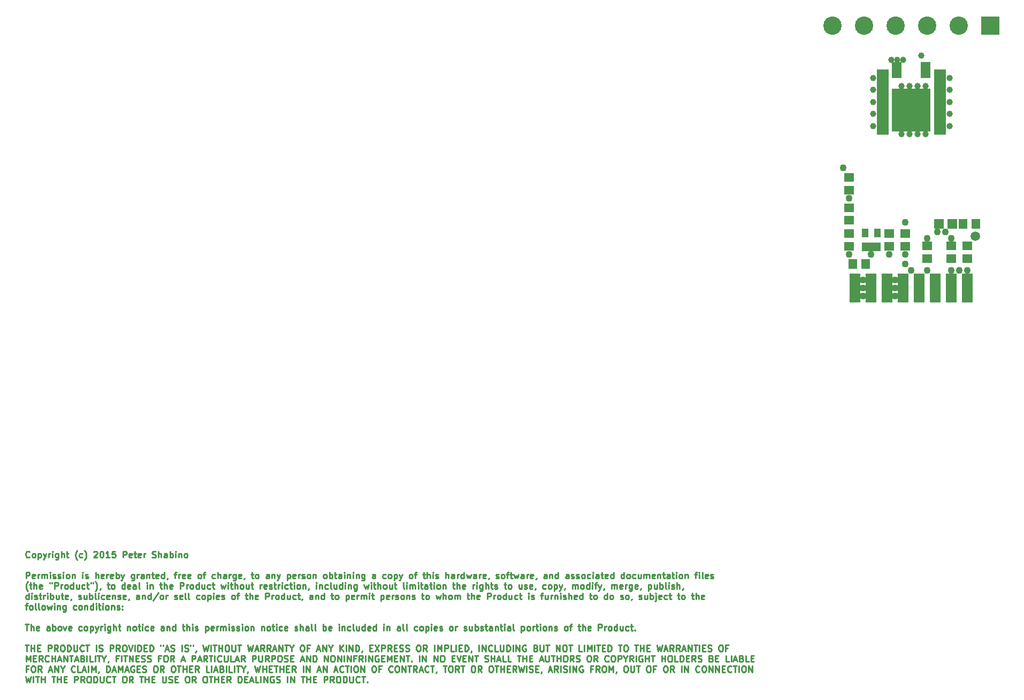
<source format=gts>
G04 #@! TF.FileFunction,Soldermask,Top*
%FSLAX46Y46*%
G04 Gerber Fmt 4.6, Leading zero omitted, Abs format (unit mm)*
G04 Created by KiCad (PCBNEW (2015-03-06 BZR 5484)-product) date 10/7/2015 9:22:08 PM*
%MOMM*%
G01*
G04 APERTURE LIST*
%ADD10C,0.100000*%
%ADD11C,0.250000*%
%ADD12C,2.900000*%
%ADD13R,2.900000X2.900000*%
%ADD14R,1.400000X1.650000*%
%ADD15R,1.650000X1.400000*%
%ADD16R,1.670000X4.591000*%
%ADD17R,1.598880X1.598880*%
%ADD18R,1.050000X1.460000*%
%ADD19R,1.600000X2.600000*%
%ADD20R,6.200000X6.800000*%
%ADD21R,1.924000X10.433000*%
%ADD22C,1.085800*%
%ADD23C,1.517600*%
%ADD24C,1.000000*%
G04 APERTURE END LIST*
D10*
D11*
X15414524Y-174672143D02*
X15366905Y-174719762D01*
X15224048Y-174767381D01*
X15128810Y-174767381D01*
X14985952Y-174719762D01*
X14890714Y-174624524D01*
X14843095Y-174529286D01*
X14795476Y-174338810D01*
X14795476Y-174195952D01*
X14843095Y-174005476D01*
X14890714Y-173910238D01*
X14985952Y-173815000D01*
X15128810Y-173767381D01*
X15224048Y-173767381D01*
X15366905Y-173815000D01*
X15414524Y-173862619D01*
X15985952Y-174767381D02*
X15890714Y-174719762D01*
X15843095Y-174672143D01*
X15795476Y-174576905D01*
X15795476Y-174291190D01*
X15843095Y-174195952D01*
X15890714Y-174148333D01*
X15985952Y-174100714D01*
X16128810Y-174100714D01*
X16224048Y-174148333D01*
X16271667Y-174195952D01*
X16319286Y-174291190D01*
X16319286Y-174576905D01*
X16271667Y-174672143D01*
X16224048Y-174719762D01*
X16128810Y-174767381D01*
X15985952Y-174767381D01*
X16747857Y-174100714D02*
X16747857Y-175100714D01*
X16747857Y-174148333D02*
X16843095Y-174100714D01*
X17033572Y-174100714D01*
X17128810Y-174148333D01*
X17176429Y-174195952D01*
X17224048Y-174291190D01*
X17224048Y-174576905D01*
X17176429Y-174672143D01*
X17128810Y-174719762D01*
X17033572Y-174767381D01*
X16843095Y-174767381D01*
X16747857Y-174719762D01*
X17557381Y-174100714D02*
X17795476Y-174767381D01*
X18033572Y-174100714D02*
X17795476Y-174767381D01*
X17700238Y-175005476D01*
X17652619Y-175053095D01*
X17557381Y-175100714D01*
X18414524Y-174767381D02*
X18414524Y-174100714D01*
X18414524Y-174291190D02*
X18462143Y-174195952D01*
X18509762Y-174148333D01*
X18605000Y-174100714D01*
X18700239Y-174100714D01*
X19033572Y-174767381D02*
X19033572Y-174100714D01*
X19033572Y-173767381D02*
X18985953Y-173815000D01*
X19033572Y-173862619D01*
X19081191Y-173815000D01*
X19033572Y-173767381D01*
X19033572Y-173862619D01*
X19938334Y-174100714D02*
X19938334Y-174910238D01*
X19890715Y-175005476D01*
X19843096Y-175053095D01*
X19747857Y-175100714D01*
X19605000Y-175100714D01*
X19509762Y-175053095D01*
X19938334Y-174719762D02*
X19843096Y-174767381D01*
X19652619Y-174767381D01*
X19557381Y-174719762D01*
X19509762Y-174672143D01*
X19462143Y-174576905D01*
X19462143Y-174291190D01*
X19509762Y-174195952D01*
X19557381Y-174148333D01*
X19652619Y-174100714D01*
X19843096Y-174100714D01*
X19938334Y-174148333D01*
X20414524Y-174767381D02*
X20414524Y-173767381D01*
X20843096Y-174767381D02*
X20843096Y-174243571D01*
X20795477Y-174148333D01*
X20700239Y-174100714D01*
X20557381Y-174100714D01*
X20462143Y-174148333D01*
X20414524Y-174195952D01*
X21176429Y-174100714D02*
X21557381Y-174100714D01*
X21319286Y-173767381D02*
X21319286Y-174624524D01*
X21366905Y-174719762D01*
X21462143Y-174767381D01*
X21557381Y-174767381D01*
X22938335Y-175148333D02*
X22890715Y-175100714D01*
X22795477Y-174957857D01*
X22747858Y-174862619D01*
X22700239Y-174719762D01*
X22652620Y-174481667D01*
X22652620Y-174291190D01*
X22700239Y-174053095D01*
X22747858Y-173910238D01*
X22795477Y-173815000D01*
X22890715Y-173672143D01*
X22938335Y-173624524D01*
X23747859Y-174719762D02*
X23652621Y-174767381D01*
X23462144Y-174767381D01*
X23366906Y-174719762D01*
X23319287Y-174672143D01*
X23271668Y-174576905D01*
X23271668Y-174291190D01*
X23319287Y-174195952D01*
X23366906Y-174148333D01*
X23462144Y-174100714D01*
X23652621Y-174100714D01*
X23747859Y-174148333D01*
X24081192Y-175148333D02*
X24128811Y-175100714D01*
X24224049Y-174957857D01*
X24271668Y-174862619D01*
X24319287Y-174719762D01*
X24366906Y-174481667D01*
X24366906Y-174291190D01*
X24319287Y-174053095D01*
X24271668Y-173910238D01*
X24224049Y-173815000D01*
X24128811Y-173672143D01*
X24081192Y-173624524D01*
X25557383Y-173862619D02*
X25605002Y-173815000D01*
X25700240Y-173767381D01*
X25938336Y-173767381D01*
X26033574Y-173815000D01*
X26081193Y-173862619D01*
X26128812Y-173957857D01*
X26128812Y-174053095D01*
X26081193Y-174195952D01*
X25509764Y-174767381D01*
X26128812Y-174767381D01*
X26747859Y-173767381D02*
X26843098Y-173767381D01*
X26938336Y-173815000D01*
X26985955Y-173862619D01*
X27033574Y-173957857D01*
X27081193Y-174148333D01*
X27081193Y-174386429D01*
X27033574Y-174576905D01*
X26985955Y-174672143D01*
X26938336Y-174719762D01*
X26843098Y-174767381D01*
X26747859Y-174767381D01*
X26652621Y-174719762D01*
X26605002Y-174672143D01*
X26557383Y-174576905D01*
X26509764Y-174386429D01*
X26509764Y-174148333D01*
X26557383Y-173957857D01*
X26605002Y-173862619D01*
X26652621Y-173815000D01*
X26747859Y-173767381D01*
X28033574Y-174767381D02*
X27462145Y-174767381D01*
X27747859Y-174767381D02*
X27747859Y-173767381D01*
X27652621Y-173910238D01*
X27557383Y-174005476D01*
X27462145Y-174053095D01*
X28938336Y-173767381D02*
X28462145Y-173767381D01*
X28414526Y-174243571D01*
X28462145Y-174195952D01*
X28557383Y-174148333D01*
X28795479Y-174148333D01*
X28890717Y-174195952D01*
X28938336Y-174243571D01*
X28985955Y-174338810D01*
X28985955Y-174576905D01*
X28938336Y-174672143D01*
X28890717Y-174719762D01*
X28795479Y-174767381D01*
X28557383Y-174767381D01*
X28462145Y-174719762D01*
X28414526Y-174672143D01*
X30176431Y-174767381D02*
X30176431Y-173767381D01*
X30557384Y-173767381D01*
X30652622Y-173815000D01*
X30700241Y-173862619D01*
X30747860Y-173957857D01*
X30747860Y-174100714D01*
X30700241Y-174195952D01*
X30652622Y-174243571D01*
X30557384Y-174291190D01*
X30176431Y-174291190D01*
X31557384Y-174719762D02*
X31462146Y-174767381D01*
X31271669Y-174767381D01*
X31176431Y-174719762D01*
X31128812Y-174624524D01*
X31128812Y-174243571D01*
X31176431Y-174148333D01*
X31271669Y-174100714D01*
X31462146Y-174100714D01*
X31557384Y-174148333D01*
X31605003Y-174243571D01*
X31605003Y-174338810D01*
X31128812Y-174434048D01*
X31890717Y-174100714D02*
X32271669Y-174100714D01*
X32033574Y-173767381D02*
X32033574Y-174624524D01*
X32081193Y-174719762D01*
X32176431Y-174767381D01*
X32271669Y-174767381D01*
X32985956Y-174719762D02*
X32890718Y-174767381D01*
X32700241Y-174767381D01*
X32605003Y-174719762D01*
X32557384Y-174624524D01*
X32557384Y-174243571D01*
X32605003Y-174148333D01*
X32700241Y-174100714D01*
X32890718Y-174100714D01*
X32985956Y-174148333D01*
X33033575Y-174243571D01*
X33033575Y-174338810D01*
X32557384Y-174434048D01*
X33462146Y-174767381D02*
X33462146Y-174100714D01*
X33462146Y-174291190D02*
X33509765Y-174195952D01*
X33557384Y-174148333D01*
X33652622Y-174100714D01*
X33747861Y-174100714D01*
X34795480Y-174719762D02*
X34938337Y-174767381D01*
X35176433Y-174767381D01*
X35271671Y-174719762D01*
X35319290Y-174672143D01*
X35366909Y-174576905D01*
X35366909Y-174481667D01*
X35319290Y-174386429D01*
X35271671Y-174338810D01*
X35176433Y-174291190D01*
X34985956Y-174243571D01*
X34890718Y-174195952D01*
X34843099Y-174148333D01*
X34795480Y-174053095D01*
X34795480Y-173957857D01*
X34843099Y-173862619D01*
X34890718Y-173815000D01*
X34985956Y-173767381D01*
X35224052Y-173767381D01*
X35366909Y-173815000D01*
X35795480Y-174767381D02*
X35795480Y-173767381D01*
X36224052Y-174767381D02*
X36224052Y-174243571D01*
X36176433Y-174148333D01*
X36081195Y-174100714D01*
X35938337Y-174100714D01*
X35843099Y-174148333D01*
X35795480Y-174195952D01*
X37128814Y-174767381D02*
X37128814Y-174243571D01*
X37081195Y-174148333D01*
X36985957Y-174100714D01*
X36795480Y-174100714D01*
X36700242Y-174148333D01*
X37128814Y-174719762D02*
X37033576Y-174767381D01*
X36795480Y-174767381D01*
X36700242Y-174719762D01*
X36652623Y-174624524D01*
X36652623Y-174529286D01*
X36700242Y-174434048D01*
X36795480Y-174386429D01*
X37033576Y-174386429D01*
X37128814Y-174338810D01*
X37605004Y-174767381D02*
X37605004Y-173767381D01*
X37605004Y-174148333D02*
X37700242Y-174100714D01*
X37890719Y-174100714D01*
X37985957Y-174148333D01*
X38033576Y-174195952D01*
X38081195Y-174291190D01*
X38081195Y-174576905D01*
X38033576Y-174672143D01*
X37985957Y-174719762D01*
X37890719Y-174767381D01*
X37700242Y-174767381D01*
X37605004Y-174719762D01*
X38509766Y-174767381D02*
X38509766Y-174100714D01*
X38509766Y-173767381D02*
X38462147Y-173815000D01*
X38509766Y-173862619D01*
X38557385Y-173815000D01*
X38509766Y-173767381D01*
X38509766Y-173862619D01*
X38985956Y-174100714D02*
X38985956Y-174767381D01*
X38985956Y-174195952D02*
X39033575Y-174148333D01*
X39128813Y-174100714D01*
X39271671Y-174100714D01*
X39366909Y-174148333D01*
X39414528Y-174243571D01*
X39414528Y-174767381D01*
X40033575Y-174767381D02*
X39938337Y-174719762D01*
X39890718Y-174672143D01*
X39843099Y-174576905D01*
X39843099Y-174291190D01*
X39890718Y-174195952D01*
X39938337Y-174148333D01*
X40033575Y-174100714D01*
X40176433Y-174100714D01*
X40271671Y-174148333D01*
X40319290Y-174195952D01*
X40366909Y-174291190D01*
X40366909Y-174576905D01*
X40319290Y-174672143D01*
X40271671Y-174719762D01*
X40176433Y-174767381D01*
X40033575Y-174767381D01*
X14843095Y-178067381D02*
X14843095Y-177067381D01*
X15224048Y-177067381D01*
X15319286Y-177115000D01*
X15366905Y-177162619D01*
X15414524Y-177257857D01*
X15414524Y-177400714D01*
X15366905Y-177495952D01*
X15319286Y-177543571D01*
X15224048Y-177591190D01*
X14843095Y-177591190D01*
X16224048Y-178019762D02*
X16128810Y-178067381D01*
X15938333Y-178067381D01*
X15843095Y-178019762D01*
X15795476Y-177924524D01*
X15795476Y-177543571D01*
X15843095Y-177448333D01*
X15938333Y-177400714D01*
X16128810Y-177400714D01*
X16224048Y-177448333D01*
X16271667Y-177543571D01*
X16271667Y-177638810D01*
X15795476Y-177734048D01*
X16700238Y-178067381D02*
X16700238Y-177400714D01*
X16700238Y-177591190D02*
X16747857Y-177495952D01*
X16795476Y-177448333D01*
X16890714Y-177400714D01*
X16985953Y-177400714D01*
X17319286Y-178067381D02*
X17319286Y-177400714D01*
X17319286Y-177495952D02*
X17366905Y-177448333D01*
X17462143Y-177400714D01*
X17605001Y-177400714D01*
X17700239Y-177448333D01*
X17747858Y-177543571D01*
X17747858Y-178067381D01*
X17747858Y-177543571D02*
X17795477Y-177448333D01*
X17890715Y-177400714D01*
X18033572Y-177400714D01*
X18128810Y-177448333D01*
X18176429Y-177543571D01*
X18176429Y-178067381D01*
X18652619Y-178067381D02*
X18652619Y-177400714D01*
X18652619Y-177067381D02*
X18605000Y-177115000D01*
X18652619Y-177162619D01*
X18700238Y-177115000D01*
X18652619Y-177067381D01*
X18652619Y-177162619D01*
X19081190Y-178019762D02*
X19176428Y-178067381D01*
X19366904Y-178067381D01*
X19462143Y-178019762D01*
X19509762Y-177924524D01*
X19509762Y-177876905D01*
X19462143Y-177781667D01*
X19366904Y-177734048D01*
X19224047Y-177734048D01*
X19128809Y-177686429D01*
X19081190Y-177591190D01*
X19081190Y-177543571D01*
X19128809Y-177448333D01*
X19224047Y-177400714D01*
X19366904Y-177400714D01*
X19462143Y-177448333D01*
X19890714Y-178019762D02*
X19985952Y-178067381D01*
X20176428Y-178067381D01*
X20271667Y-178019762D01*
X20319286Y-177924524D01*
X20319286Y-177876905D01*
X20271667Y-177781667D01*
X20176428Y-177734048D01*
X20033571Y-177734048D01*
X19938333Y-177686429D01*
X19890714Y-177591190D01*
X19890714Y-177543571D01*
X19938333Y-177448333D01*
X20033571Y-177400714D01*
X20176428Y-177400714D01*
X20271667Y-177448333D01*
X20747857Y-178067381D02*
X20747857Y-177400714D01*
X20747857Y-177067381D02*
X20700238Y-177115000D01*
X20747857Y-177162619D01*
X20795476Y-177115000D01*
X20747857Y-177067381D01*
X20747857Y-177162619D01*
X21366904Y-178067381D02*
X21271666Y-178019762D01*
X21224047Y-177972143D01*
X21176428Y-177876905D01*
X21176428Y-177591190D01*
X21224047Y-177495952D01*
X21271666Y-177448333D01*
X21366904Y-177400714D01*
X21509762Y-177400714D01*
X21605000Y-177448333D01*
X21652619Y-177495952D01*
X21700238Y-177591190D01*
X21700238Y-177876905D01*
X21652619Y-177972143D01*
X21605000Y-178019762D01*
X21509762Y-178067381D01*
X21366904Y-178067381D01*
X22128809Y-177400714D02*
X22128809Y-178067381D01*
X22128809Y-177495952D02*
X22176428Y-177448333D01*
X22271666Y-177400714D01*
X22414524Y-177400714D01*
X22509762Y-177448333D01*
X22557381Y-177543571D01*
X22557381Y-178067381D01*
X23795476Y-178067381D02*
X23795476Y-177400714D01*
X23795476Y-177067381D02*
X23747857Y-177115000D01*
X23795476Y-177162619D01*
X23843095Y-177115000D01*
X23795476Y-177067381D01*
X23795476Y-177162619D01*
X24224047Y-178019762D02*
X24319285Y-178067381D01*
X24509761Y-178067381D01*
X24605000Y-178019762D01*
X24652619Y-177924524D01*
X24652619Y-177876905D01*
X24605000Y-177781667D01*
X24509761Y-177734048D01*
X24366904Y-177734048D01*
X24271666Y-177686429D01*
X24224047Y-177591190D01*
X24224047Y-177543571D01*
X24271666Y-177448333D01*
X24366904Y-177400714D01*
X24509761Y-177400714D01*
X24605000Y-177448333D01*
X25843095Y-178067381D02*
X25843095Y-177067381D01*
X26271667Y-178067381D02*
X26271667Y-177543571D01*
X26224048Y-177448333D01*
X26128810Y-177400714D01*
X25985952Y-177400714D01*
X25890714Y-177448333D01*
X25843095Y-177495952D01*
X27128810Y-178019762D02*
X27033572Y-178067381D01*
X26843095Y-178067381D01*
X26747857Y-178019762D01*
X26700238Y-177924524D01*
X26700238Y-177543571D01*
X26747857Y-177448333D01*
X26843095Y-177400714D01*
X27033572Y-177400714D01*
X27128810Y-177448333D01*
X27176429Y-177543571D01*
X27176429Y-177638810D01*
X26700238Y-177734048D01*
X27605000Y-178067381D02*
X27605000Y-177400714D01*
X27605000Y-177591190D02*
X27652619Y-177495952D01*
X27700238Y-177448333D01*
X27795476Y-177400714D01*
X27890715Y-177400714D01*
X28605001Y-178019762D02*
X28509763Y-178067381D01*
X28319286Y-178067381D01*
X28224048Y-178019762D01*
X28176429Y-177924524D01*
X28176429Y-177543571D01*
X28224048Y-177448333D01*
X28319286Y-177400714D01*
X28509763Y-177400714D01*
X28605001Y-177448333D01*
X28652620Y-177543571D01*
X28652620Y-177638810D01*
X28176429Y-177734048D01*
X29081191Y-178067381D02*
X29081191Y-177067381D01*
X29081191Y-177448333D02*
X29176429Y-177400714D01*
X29366906Y-177400714D01*
X29462144Y-177448333D01*
X29509763Y-177495952D01*
X29557382Y-177591190D01*
X29557382Y-177876905D01*
X29509763Y-177972143D01*
X29462144Y-178019762D01*
X29366906Y-178067381D01*
X29176429Y-178067381D01*
X29081191Y-178019762D01*
X29890715Y-177400714D02*
X30128810Y-178067381D01*
X30366906Y-177400714D02*
X30128810Y-178067381D01*
X30033572Y-178305476D01*
X29985953Y-178353095D01*
X29890715Y-178400714D01*
X31938335Y-177400714D02*
X31938335Y-178210238D01*
X31890716Y-178305476D01*
X31843097Y-178353095D01*
X31747858Y-178400714D01*
X31605001Y-178400714D01*
X31509763Y-178353095D01*
X31938335Y-178019762D02*
X31843097Y-178067381D01*
X31652620Y-178067381D01*
X31557382Y-178019762D01*
X31509763Y-177972143D01*
X31462144Y-177876905D01*
X31462144Y-177591190D01*
X31509763Y-177495952D01*
X31557382Y-177448333D01*
X31652620Y-177400714D01*
X31843097Y-177400714D01*
X31938335Y-177448333D01*
X32414525Y-178067381D02*
X32414525Y-177400714D01*
X32414525Y-177591190D02*
X32462144Y-177495952D01*
X32509763Y-177448333D01*
X32605001Y-177400714D01*
X32700240Y-177400714D01*
X33462145Y-178067381D02*
X33462145Y-177543571D01*
X33414526Y-177448333D01*
X33319288Y-177400714D01*
X33128811Y-177400714D01*
X33033573Y-177448333D01*
X33462145Y-178019762D02*
X33366907Y-178067381D01*
X33128811Y-178067381D01*
X33033573Y-178019762D01*
X32985954Y-177924524D01*
X32985954Y-177829286D01*
X33033573Y-177734048D01*
X33128811Y-177686429D01*
X33366907Y-177686429D01*
X33462145Y-177638810D01*
X33938335Y-177400714D02*
X33938335Y-178067381D01*
X33938335Y-177495952D02*
X33985954Y-177448333D01*
X34081192Y-177400714D01*
X34224050Y-177400714D01*
X34319288Y-177448333D01*
X34366907Y-177543571D01*
X34366907Y-178067381D01*
X34700240Y-177400714D02*
X35081192Y-177400714D01*
X34843097Y-177067381D02*
X34843097Y-177924524D01*
X34890716Y-178019762D01*
X34985954Y-178067381D01*
X35081192Y-178067381D01*
X35795479Y-178019762D02*
X35700241Y-178067381D01*
X35509764Y-178067381D01*
X35414526Y-178019762D01*
X35366907Y-177924524D01*
X35366907Y-177543571D01*
X35414526Y-177448333D01*
X35509764Y-177400714D01*
X35700241Y-177400714D01*
X35795479Y-177448333D01*
X35843098Y-177543571D01*
X35843098Y-177638810D01*
X35366907Y-177734048D01*
X36700241Y-178067381D02*
X36700241Y-177067381D01*
X36700241Y-178019762D02*
X36605003Y-178067381D01*
X36414526Y-178067381D01*
X36319288Y-178019762D01*
X36271669Y-177972143D01*
X36224050Y-177876905D01*
X36224050Y-177591190D01*
X36271669Y-177495952D01*
X36319288Y-177448333D01*
X36414526Y-177400714D01*
X36605003Y-177400714D01*
X36700241Y-177448333D01*
X37224050Y-178019762D02*
X37224050Y-178067381D01*
X37176431Y-178162619D01*
X37128812Y-178210238D01*
X38271669Y-177400714D02*
X38652621Y-177400714D01*
X38414526Y-178067381D02*
X38414526Y-177210238D01*
X38462145Y-177115000D01*
X38557383Y-177067381D01*
X38652621Y-177067381D01*
X38985955Y-178067381D02*
X38985955Y-177400714D01*
X38985955Y-177591190D02*
X39033574Y-177495952D01*
X39081193Y-177448333D01*
X39176431Y-177400714D01*
X39271670Y-177400714D01*
X39985956Y-178019762D02*
X39890718Y-178067381D01*
X39700241Y-178067381D01*
X39605003Y-178019762D01*
X39557384Y-177924524D01*
X39557384Y-177543571D01*
X39605003Y-177448333D01*
X39700241Y-177400714D01*
X39890718Y-177400714D01*
X39985956Y-177448333D01*
X40033575Y-177543571D01*
X40033575Y-177638810D01*
X39557384Y-177734048D01*
X40843099Y-178019762D02*
X40747861Y-178067381D01*
X40557384Y-178067381D01*
X40462146Y-178019762D01*
X40414527Y-177924524D01*
X40414527Y-177543571D01*
X40462146Y-177448333D01*
X40557384Y-177400714D01*
X40747861Y-177400714D01*
X40843099Y-177448333D01*
X40890718Y-177543571D01*
X40890718Y-177638810D01*
X40414527Y-177734048D01*
X42224051Y-178067381D02*
X42128813Y-178019762D01*
X42081194Y-177972143D01*
X42033575Y-177876905D01*
X42033575Y-177591190D01*
X42081194Y-177495952D01*
X42128813Y-177448333D01*
X42224051Y-177400714D01*
X42366909Y-177400714D01*
X42462147Y-177448333D01*
X42509766Y-177495952D01*
X42557385Y-177591190D01*
X42557385Y-177876905D01*
X42509766Y-177972143D01*
X42462147Y-178019762D01*
X42366909Y-178067381D01*
X42224051Y-178067381D01*
X42843099Y-177400714D02*
X43224051Y-177400714D01*
X42985956Y-178067381D02*
X42985956Y-177210238D01*
X43033575Y-177115000D01*
X43128813Y-177067381D01*
X43224051Y-177067381D01*
X44747862Y-178019762D02*
X44652624Y-178067381D01*
X44462147Y-178067381D01*
X44366909Y-178019762D01*
X44319290Y-177972143D01*
X44271671Y-177876905D01*
X44271671Y-177591190D01*
X44319290Y-177495952D01*
X44366909Y-177448333D01*
X44462147Y-177400714D01*
X44652624Y-177400714D01*
X44747862Y-177448333D01*
X45176433Y-178067381D02*
X45176433Y-177067381D01*
X45605005Y-178067381D02*
X45605005Y-177543571D01*
X45557386Y-177448333D01*
X45462148Y-177400714D01*
X45319290Y-177400714D01*
X45224052Y-177448333D01*
X45176433Y-177495952D01*
X46509767Y-178067381D02*
X46509767Y-177543571D01*
X46462148Y-177448333D01*
X46366910Y-177400714D01*
X46176433Y-177400714D01*
X46081195Y-177448333D01*
X46509767Y-178019762D02*
X46414529Y-178067381D01*
X46176433Y-178067381D01*
X46081195Y-178019762D01*
X46033576Y-177924524D01*
X46033576Y-177829286D01*
X46081195Y-177734048D01*
X46176433Y-177686429D01*
X46414529Y-177686429D01*
X46509767Y-177638810D01*
X46985957Y-178067381D02*
X46985957Y-177400714D01*
X46985957Y-177591190D02*
X47033576Y-177495952D01*
X47081195Y-177448333D01*
X47176433Y-177400714D01*
X47271672Y-177400714D01*
X48033577Y-177400714D02*
X48033577Y-178210238D01*
X47985958Y-178305476D01*
X47938339Y-178353095D01*
X47843100Y-178400714D01*
X47700243Y-178400714D01*
X47605005Y-178353095D01*
X48033577Y-178019762D02*
X47938339Y-178067381D01*
X47747862Y-178067381D01*
X47652624Y-178019762D01*
X47605005Y-177972143D01*
X47557386Y-177876905D01*
X47557386Y-177591190D01*
X47605005Y-177495952D01*
X47652624Y-177448333D01*
X47747862Y-177400714D01*
X47938339Y-177400714D01*
X48033577Y-177448333D01*
X48890720Y-178019762D02*
X48795482Y-178067381D01*
X48605005Y-178067381D01*
X48509767Y-178019762D01*
X48462148Y-177924524D01*
X48462148Y-177543571D01*
X48509767Y-177448333D01*
X48605005Y-177400714D01*
X48795482Y-177400714D01*
X48890720Y-177448333D01*
X48938339Y-177543571D01*
X48938339Y-177638810D01*
X48462148Y-177734048D01*
X49414529Y-178019762D02*
X49414529Y-178067381D01*
X49366910Y-178162619D01*
X49319291Y-178210238D01*
X50462148Y-177400714D02*
X50843100Y-177400714D01*
X50605005Y-177067381D02*
X50605005Y-177924524D01*
X50652624Y-178019762D01*
X50747862Y-178067381D01*
X50843100Y-178067381D01*
X51319291Y-178067381D02*
X51224053Y-178019762D01*
X51176434Y-177972143D01*
X51128815Y-177876905D01*
X51128815Y-177591190D01*
X51176434Y-177495952D01*
X51224053Y-177448333D01*
X51319291Y-177400714D01*
X51462149Y-177400714D01*
X51557387Y-177448333D01*
X51605006Y-177495952D01*
X51652625Y-177591190D01*
X51652625Y-177876905D01*
X51605006Y-177972143D01*
X51557387Y-178019762D01*
X51462149Y-178067381D01*
X51319291Y-178067381D01*
X53271673Y-178067381D02*
X53271673Y-177543571D01*
X53224054Y-177448333D01*
X53128816Y-177400714D01*
X52938339Y-177400714D01*
X52843101Y-177448333D01*
X53271673Y-178019762D02*
X53176435Y-178067381D01*
X52938339Y-178067381D01*
X52843101Y-178019762D01*
X52795482Y-177924524D01*
X52795482Y-177829286D01*
X52843101Y-177734048D01*
X52938339Y-177686429D01*
X53176435Y-177686429D01*
X53271673Y-177638810D01*
X53747863Y-177400714D02*
X53747863Y-178067381D01*
X53747863Y-177495952D02*
X53795482Y-177448333D01*
X53890720Y-177400714D01*
X54033578Y-177400714D01*
X54128816Y-177448333D01*
X54176435Y-177543571D01*
X54176435Y-178067381D01*
X54557387Y-177400714D02*
X54795482Y-178067381D01*
X55033578Y-177400714D02*
X54795482Y-178067381D01*
X54700244Y-178305476D01*
X54652625Y-178353095D01*
X54557387Y-178400714D01*
X56176435Y-177400714D02*
X56176435Y-178400714D01*
X56176435Y-177448333D02*
X56271673Y-177400714D01*
X56462150Y-177400714D01*
X56557388Y-177448333D01*
X56605007Y-177495952D01*
X56652626Y-177591190D01*
X56652626Y-177876905D01*
X56605007Y-177972143D01*
X56557388Y-178019762D01*
X56462150Y-178067381D01*
X56271673Y-178067381D01*
X56176435Y-178019762D01*
X57462150Y-178019762D02*
X57366912Y-178067381D01*
X57176435Y-178067381D01*
X57081197Y-178019762D01*
X57033578Y-177924524D01*
X57033578Y-177543571D01*
X57081197Y-177448333D01*
X57176435Y-177400714D01*
X57366912Y-177400714D01*
X57462150Y-177448333D01*
X57509769Y-177543571D01*
X57509769Y-177638810D01*
X57033578Y-177734048D01*
X57938340Y-178067381D02*
X57938340Y-177400714D01*
X57938340Y-177591190D02*
X57985959Y-177495952D01*
X58033578Y-177448333D01*
X58128816Y-177400714D01*
X58224055Y-177400714D01*
X58509769Y-178019762D02*
X58605007Y-178067381D01*
X58795483Y-178067381D01*
X58890722Y-178019762D01*
X58938341Y-177924524D01*
X58938341Y-177876905D01*
X58890722Y-177781667D01*
X58795483Y-177734048D01*
X58652626Y-177734048D01*
X58557388Y-177686429D01*
X58509769Y-177591190D01*
X58509769Y-177543571D01*
X58557388Y-177448333D01*
X58652626Y-177400714D01*
X58795483Y-177400714D01*
X58890722Y-177448333D01*
X59509769Y-178067381D02*
X59414531Y-178019762D01*
X59366912Y-177972143D01*
X59319293Y-177876905D01*
X59319293Y-177591190D01*
X59366912Y-177495952D01*
X59414531Y-177448333D01*
X59509769Y-177400714D01*
X59652627Y-177400714D01*
X59747865Y-177448333D01*
X59795484Y-177495952D01*
X59843103Y-177591190D01*
X59843103Y-177876905D01*
X59795484Y-177972143D01*
X59747865Y-178019762D01*
X59652627Y-178067381D01*
X59509769Y-178067381D01*
X60271674Y-177400714D02*
X60271674Y-178067381D01*
X60271674Y-177495952D02*
X60319293Y-177448333D01*
X60414531Y-177400714D01*
X60557389Y-177400714D01*
X60652627Y-177448333D01*
X60700246Y-177543571D01*
X60700246Y-178067381D01*
X62081198Y-178067381D02*
X61985960Y-178019762D01*
X61938341Y-177972143D01*
X61890722Y-177876905D01*
X61890722Y-177591190D01*
X61938341Y-177495952D01*
X61985960Y-177448333D01*
X62081198Y-177400714D01*
X62224056Y-177400714D01*
X62319294Y-177448333D01*
X62366913Y-177495952D01*
X62414532Y-177591190D01*
X62414532Y-177876905D01*
X62366913Y-177972143D01*
X62319294Y-178019762D01*
X62224056Y-178067381D01*
X62081198Y-178067381D01*
X62843103Y-178067381D02*
X62843103Y-177067381D01*
X62843103Y-177448333D02*
X62938341Y-177400714D01*
X63128818Y-177400714D01*
X63224056Y-177448333D01*
X63271675Y-177495952D01*
X63319294Y-177591190D01*
X63319294Y-177876905D01*
X63271675Y-177972143D01*
X63224056Y-178019762D01*
X63128818Y-178067381D01*
X62938341Y-178067381D01*
X62843103Y-178019762D01*
X63605008Y-177400714D02*
X63985960Y-177400714D01*
X63747865Y-177067381D02*
X63747865Y-177924524D01*
X63795484Y-178019762D01*
X63890722Y-178067381D01*
X63985960Y-178067381D01*
X64747866Y-178067381D02*
X64747866Y-177543571D01*
X64700247Y-177448333D01*
X64605009Y-177400714D01*
X64414532Y-177400714D01*
X64319294Y-177448333D01*
X64747866Y-178019762D02*
X64652628Y-178067381D01*
X64414532Y-178067381D01*
X64319294Y-178019762D01*
X64271675Y-177924524D01*
X64271675Y-177829286D01*
X64319294Y-177734048D01*
X64414532Y-177686429D01*
X64652628Y-177686429D01*
X64747866Y-177638810D01*
X65224056Y-178067381D02*
X65224056Y-177400714D01*
X65224056Y-177067381D02*
X65176437Y-177115000D01*
X65224056Y-177162619D01*
X65271675Y-177115000D01*
X65224056Y-177067381D01*
X65224056Y-177162619D01*
X65700246Y-177400714D02*
X65700246Y-178067381D01*
X65700246Y-177495952D02*
X65747865Y-177448333D01*
X65843103Y-177400714D01*
X65985961Y-177400714D01*
X66081199Y-177448333D01*
X66128818Y-177543571D01*
X66128818Y-178067381D01*
X66605008Y-178067381D02*
X66605008Y-177400714D01*
X66605008Y-177067381D02*
X66557389Y-177115000D01*
X66605008Y-177162619D01*
X66652627Y-177115000D01*
X66605008Y-177067381D01*
X66605008Y-177162619D01*
X67081198Y-177400714D02*
X67081198Y-178067381D01*
X67081198Y-177495952D02*
X67128817Y-177448333D01*
X67224055Y-177400714D01*
X67366913Y-177400714D01*
X67462151Y-177448333D01*
X67509770Y-177543571D01*
X67509770Y-178067381D01*
X68414532Y-177400714D02*
X68414532Y-178210238D01*
X68366913Y-178305476D01*
X68319294Y-178353095D01*
X68224055Y-178400714D01*
X68081198Y-178400714D01*
X67985960Y-178353095D01*
X68414532Y-178019762D02*
X68319294Y-178067381D01*
X68128817Y-178067381D01*
X68033579Y-178019762D01*
X67985960Y-177972143D01*
X67938341Y-177876905D01*
X67938341Y-177591190D01*
X67985960Y-177495952D01*
X68033579Y-177448333D01*
X68128817Y-177400714D01*
X68319294Y-177400714D01*
X68414532Y-177448333D01*
X70081199Y-178067381D02*
X70081199Y-177543571D01*
X70033580Y-177448333D01*
X69938342Y-177400714D01*
X69747865Y-177400714D01*
X69652627Y-177448333D01*
X70081199Y-178019762D02*
X69985961Y-178067381D01*
X69747865Y-178067381D01*
X69652627Y-178019762D01*
X69605008Y-177924524D01*
X69605008Y-177829286D01*
X69652627Y-177734048D01*
X69747865Y-177686429D01*
X69985961Y-177686429D01*
X70081199Y-177638810D01*
X71747866Y-178019762D02*
X71652628Y-178067381D01*
X71462151Y-178067381D01*
X71366913Y-178019762D01*
X71319294Y-177972143D01*
X71271675Y-177876905D01*
X71271675Y-177591190D01*
X71319294Y-177495952D01*
X71366913Y-177448333D01*
X71462151Y-177400714D01*
X71652628Y-177400714D01*
X71747866Y-177448333D01*
X72319294Y-178067381D02*
X72224056Y-178019762D01*
X72176437Y-177972143D01*
X72128818Y-177876905D01*
X72128818Y-177591190D01*
X72176437Y-177495952D01*
X72224056Y-177448333D01*
X72319294Y-177400714D01*
X72462152Y-177400714D01*
X72557390Y-177448333D01*
X72605009Y-177495952D01*
X72652628Y-177591190D01*
X72652628Y-177876905D01*
X72605009Y-177972143D01*
X72557390Y-178019762D01*
X72462152Y-178067381D01*
X72319294Y-178067381D01*
X73081199Y-177400714D02*
X73081199Y-178400714D01*
X73081199Y-177448333D02*
X73176437Y-177400714D01*
X73366914Y-177400714D01*
X73462152Y-177448333D01*
X73509771Y-177495952D01*
X73557390Y-177591190D01*
X73557390Y-177876905D01*
X73509771Y-177972143D01*
X73462152Y-178019762D01*
X73366914Y-178067381D01*
X73176437Y-178067381D01*
X73081199Y-178019762D01*
X73890723Y-177400714D02*
X74128818Y-178067381D01*
X74366914Y-177400714D02*
X74128818Y-178067381D01*
X74033580Y-178305476D01*
X73985961Y-178353095D01*
X73890723Y-178400714D01*
X75652628Y-178067381D02*
X75557390Y-178019762D01*
X75509771Y-177972143D01*
X75462152Y-177876905D01*
X75462152Y-177591190D01*
X75509771Y-177495952D01*
X75557390Y-177448333D01*
X75652628Y-177400714D01*
X75795486Y-177400714D01*
X75890724Y-177448333D01*
X75938343Y-177495952D01*
X75985962Y-177591190D01*
X75985962Y-177876905D01*
X75938343Y-177972143D01*
X75890724Y-178019762D01*
X75795486Y-178067381D01*
X75652628Y-178067381D01*
X76271676Y-177400714D02*
X76652628Y-177400714D01*
X76414533Y-178067381D02*
X76414533Y-177210238D01*
X76462152Y-177115000D01*
X76557390Y-177067381D01*
X76652628Y-177067381D01*
X77605010Y-177400714D02*
X77985962Y-177400714D01*
X77747867Y-177067381D02*
X77747867Y-177924524D01*
X77795486Y-178019762D01*
X77890724Y-178067381D01*
X77985962Y-178067381D01*
X78319296Y-178067381D02*
X78319296Y-177067381D01*
X78747868Y-178067381D02*
X78747868Y-177543571D01*
X78700249Y-177448333D01*
X78605011Y-177400714D01*
X78462153Y-177400714D01*
X78366915Y-177448333D01*
X78319296Y-177495952D01*
X79224058Y-178067381D02*
X79224058Y-177400714D01*
X79224058Y-177067381D02*
X79176439Y-177115000D01*
X79224058Y-177162619D01*
X79271677Y-177115000D01*
X79224058Y-177067381D01*
X79224058Y-177162619D01*
X79652629Y-178019762D02*
X79747867Y-178067381D01*
X79938343Y-178067381D01*
X80033582Y-178019762D01*
X80081201Y-177924524D01*
X80081201Y-177876905D01*
X80033582Y-177781667D01*
X79938343Y-177734048D01*
X79795486Y-177734048D01*
X79700248Y-177686429D01*
X79652629Y-177591190D01*
X79652629Y-177543571D01*
X79700248Y-177448333D01*
X79795486Y-177400714D01*
X79938343Y-177400714D01*
X80033582Y-177448333D01*
X81271677Y-178067381D02*
X81271677Y-177067381D01*
X81700249Y-178067381D02*
X81700249Y-177543571D01*
X81652630Y-177448333D01*
X81557392Y-177400714D01*
X81414534Y-177400714D01*
X81319296Y-177448333D01*
X81271677Y-177495952D01*
X82605011Y-178067381D02*
X82605011Y-177543571D01*
X82557392Y-177448333D01*
X82462154Y-177400714D01*
X82271677Y-177400714D01*
X82176439Y-177448333D01*
X82605011Y-178019762D02*
X82509773Y-178067381D01*
X82271677Y-178067381D01*
X82176439Y-178019762D01*
X82128820Y-177924524D01*
X82128820Y-177829286D01*
X82176439Y-177734048D01*
X82271677Y-177686429D01*
X82509773Y-177686429D01*
X82605011Y-177638810D01*
X83081201Y-178067381D02*
X83081201Y-177400714D01*
X83081201Y-177591190D02*
X83128820Y-177495952D01*
X83176439Y-177448333D01*
X83271677Y-177400714D01*
X83366916Y-177400714D01*
X84128821Y-178067381D02*
X84128821Y-177067381D01*
X84128821Y-178019762D02*
X84033583Y-178067381D01*
X83843106Y-178067381D01*
X83747868Y-178019762D01*
X83700249Y-177972143D01*
X83652630Y-177876905D01*
X83652630Y-177591190D01*
X83700249Y-177495952D01*
X83747868Y-177448333D01*
X83843106Y-177400714D01*
X84033583Y-177400714D01*
X84128821Y-177448333D01*
X84509773Y-177400714D02*
X84700249Y-178067381D01*
X84890726Y-177591190D01*
X85081202Y-178067381D01*
X85271678Y-177400714D01*
X86081202Y-178067381D02*
X86081202Y-177543571D01*
X86033583Y-177448333D01*
X85938345Y-177400714D01*
X85747868Y-177400714D01*
X85652630Y-177448333D01*
X86081202Y-178019762D02*
X85985964Y-178067381D01*
X85747868Y-178067381D01*
X85652630Y-178019762D01*
X85605011Y-177924524D01*
X85605011Y-177829286D01*
X85652630Y-177734048D01*
X85747868Y-177686429D01*
X85985964Y-177686429D01*
X86081202Y-177638810D01*
X86557392Y-178067381D02*
X86557392Y-177400714D01*
X86557392Y-177591190D02*
X86605011Y-177495952D01*
X86652630Y-177448333D01*
X86747868Y-177400714D01*
X86843107Y-177400714D01*
X87557393Y-178019762D02*
X87462155Y-178067381D01*
X87271678Y-178067381D01*
X87176440Y-178019762D01*
X87128821Y-177924524D01*
X87128821Y-177543571D01*
X87176440Y-177448333D01*
X87271678Y-177400714D01*
X87462155Y-177400714D01*
X87557393Y-177448333D01*
X87605012Y-177543571D01*
X87605012Y-177638810D01*
X87128821Y-177734048D01*
X88081202Y-178019762D02*
X88081202Y-178067381D01*
X88033583Y-178162619D01*
X87985964Y-178210238D01*
X89224059Y-178019762D02*
X89319297Y-178067381D01*
X89509773Y-178067381D01*
X89605012Y-178019762D01*
X89652631Y-177924524D01*
X89652631Y-177876905D01*
X89605012Y-177781667D01*
X89509773Y-177734048D01*
X89366916Y-177734048D01*
X89271678Y-177686429D01*
X89224059Y-177591190D01*
X89224059Y-177543571D01*
X89271678Y-177448333D01*
X89366916Y-177400714D01*
X89509773Y-177400714D01*
X89605012Y-177448333D01*
X90224059Y-178067381D02*
X90128821Y-178019762D01*
X90081202Y-177972143D01*
X90033583Y-177876905D01*
X90033583Y-177591190D01*
X90081202Y-177495952D01*
X90128821Y-177448333D01*
X90224059Y-177400714D01*
X90366917Y-177400714D01*
X90462155Y-177448333D01*
X90509774Y-177495952D01*
X90557393Y-177591190D01*
X90557393Y-177876905D01*
X90509774Y-177972143D01*
X90462155Y-178019762D01*
X90366917Y-178067381D01*
X90224059Y-178067381D01*
X90843107Y-177400714D02*
X91224059Y-177400714D01*
X90985964Y-178067381D02*
X90985964Y-177210238D01*
X91033583Y-177115000D01*
X91128821Y-177067381D01*
X91224059Y-177067381D01*
X91414536Y-177400714D02*
X91795488Y-177400714D01*
X91557393Y-177067381D02*
X91557393Y-177924524D01*
X91605012Y-178019762D01*
X91700250Y-178067381D01*
X91795488Y-178067381D01*
X92033584Y-177400714D02*
X92224060Y-178067381D01*
X92414537Y-177591190D01*
X92605013Y-178067381D01*
X92795489Y-177400714D01*
X93605013Y-178067381D02*
X93605013Y-177543571D01*
X93557394Y-177448333D01*
X93462156Y-177400714D01*
X93271679Y-177400714D01*
X93176441Y-177448333D01*
X93605013Y-178019762D02*
X93509775Y-178067381D01*
X93271679Y-178067381D01*
X93176441Y-178019762D01*
X93128822Y-177924524D01*
X93128822Y-177829286D01*
X93176441Y-177734048D01*
X93271679Y-177686429D01*
X93509775Y-177686429D01*
X93605013Y-177638810D01*
X94081203Y-178067381D02*
X94081203Y-177400714D01*
X94081203Y-177591190D02*
X94128822Y-177495952D01*
X94176441Y-177448333D01*
X94271679Y-177400714D01*
X94366918Y-177400714D01*
X95081204Y-178019762D02*
X94985966Y-178067381D01*
X94795489Y-178067381D01*
X94700251Y-178019762D01*
X94652632Y-177924524D01*
X94652632Y-177543571D01*
X94700251Y-177448333D01*
X94795489Y-177400714D01*
X94985966Y-177400714D01*
X95081204Y-177448333D01*
X95128823Y-177543571D01*
X95128823Y-177638810D01*
X94652632Y-177734048D01*
X95605013Y-178019762D02*
X95605013Y-178067381D01*
X95557394Y-178162619D01*
X95509775Y-178210238D01*
X97224061Y-178067381D02*
X97224061Y-177543571D01*
X97176442Y-177448333D01*
X97081204Y-177400714D01*
X96890727Y-177400714D01*
X96795489Y-177448333D01*
X97224061Y-178019762D02*
X97128823Y-178067381D01*
X96890727Y-178067381D01*
X96795489Y-178019762D01*
X96747870Y-177924524D01*
X96747870Y-177829286D01*
X96795489Y-177734048D01*
X96890727Y-177686429D01*
X97128823Y-177686429D01*
X97224061Y-177638810D01*
X97700251Y-177400714D02*
X97700251Y-178067381D01*
X97700251Y-177495952D02*
X97747870Y-177448333D01*
X97843108Y-177400714D01*
X97985966Y-177400714D01*
X98081204Y-177448333D01*
X98128823Y-177543571D01*
X98128823Y-178067381D01*
X99033585Y-178067381D02*
X99033585Y-177067381D01*
X99033585Y-178019762D02*
X98938347Y-178067381D01*
X98747870Y-178067381D01*
X98652632Y-178019762D01*
X98605013Y-177972143D01*
X98557394Y-177876905D01*
X98557394Y-177591190D01*
X98605013Y-177495952D01*
X98652632Y-177448333D01*
X98747870Y-177400714D01*
X98938347Y-177400714D01*
X99033585Y-177448333D01*
X100700252Y-178067381D02*
X100700252Y-177543571D01*
X100652633Y-177448333D01*
X100557395Y-177400714D01*
X100366918Y-177400714D01*
X100271680Y-177448333D01*
X100700252Y-178019762D02*
X100605014Y-178067381D01*
X100366918Y-178067381D01*
X100271680Y-178019762D01*
X100224061Y-177924524D01*
X100224061Y-177829286D01*
X100271680Y-177734048D01*
X100366918Y-177686429D01*
X100605014Y-177686429D01*
X100700252Y-177638810D01*
X101128823Y-178019762D02*
X101224061Y-178067381D01*
X101414537Y-178067381D01*
X101509776Y-178019762D01*
X101557395Y-177924524D01*
X101557395Y-177876905D01*
X101509776Y-177781667D01*
X101414537Y-177734048D01*
X101271680Y-177734048D01*
X101176442Y-177686429D01*
X101128823Y-177591190D01*
X101128823Y-177543571D01*
X101176442Y-177448333D01*
X101271680Y-177400714D01*
X101414537Y-177400714D01*
X101509776Y-177448333D01*
X101938347Y-178019762D02*
X102033585Y-178067381D01*
X102224061Y-178067381D01*
X102319300Y-178019762D01*
X102366919Y-177924524D01*
X102366919Y-177876905D01*
X102319300Y-177781667D01*
X102224061Y-177734048D01*
X102081204Y-177734048D01*
X101985966Y-177686429D01*
X101938347Y-177591190D01*
X101938347Y-177543571D01*
X101985966Y-177448333D01*
X102081204Y-177400714D01*
X102224061Y-177400714D01*
X102319300Y-177448333D01*
X102938347Y-178067381D02*
X102843109Y-178019762D01*
X102795490Y-177972143D01*
X102747871Y-177876905D01*
X102747871Y-177591190D01*
X102795490Y-177495952D01*
X102843109Y-177448333D01*
X102938347Y-177400714D01*
X103081205Y-177400714D01*
X103176443Y-177448333D01*
X103224062Y-177495952D01*
X103271681Y-177591190D01*
X103271681Y-177876905D01*
X103224062Y-177972143D01*
X103176443Y-178019762D01*
X103081205Y-178067381D01*
X102938347Y-178067381D01*
X104128824Y-178019762D02*
X104033586Y-178067381D01*
X103843109Y-178067381D01*
X103747871Y-178019762D01*
X103700252Y-177972143D01*
X103652633Y-177876905D01*
X103652633Y-177591190D01*
X103700252Y-177495952D01*
X103747871Y-177448333D01*
X103843109Y-177400714D01*
X104033586Y-177400714D01*
X104128824Y-177448333D01*
X104557395Y-178067381D02*
X104557395Y-177400714D01*
X104557395Y-177067381D02*
X104509776Y-177115000D01*
X104557395Y-177162619D01*
X104605014Y-177115000D01*
X104557395Y-177067381D01*
X104557395Y-177162619D01*
X105462157Y-178067381D02*
X105462157Y-177543571D01*
X105414538Y-177448333D01*
X105319300Y-177400714D01*
X105128823Y-177400714D01*
X105033585Y-177448333D01*
X105462157Y-178019762D02*
X105366919Y-178067381D01*
X105128823Y-178067381D01*
X105033585Y-178019762D01*
X104985966Y-177924524D01*
X104985966Y-177829286D01*
X105033585Y-177734048D01*
X105128823Y-177686429D01*
X105366919Y-177686429D01*
X105462157Y-177638810D01*
X105795490Y-177400714D02*
X106176442Y-177400714D01*
X105938347Y-177067381D02*
X105938347Y-177924524D01*
X105985966Y-178019762D01*
X106081204Y-178067381D01*
X106176442Y-178067381D01*
X106890729Y-178019762D02*
X106795491Y-178067381D01*
X106605014Y-178067381D01*
X106509776Y-178019762D01*
X106462157Y-177924524D01*
X106462157Y-177543571D01*
X106509776Y-177448333D01*
X106605014Y-177400714D01*
X106795491Y-177400714D01*
X106890729Y-177448333D01*
X106938348Y-177543571D01*
X106938348Y-177638810D01*
X106462157Y-177734048D01*
X107795491Y-178067381D02*
X107795491Y-177067381D01*
X107795491Y-178019762D02*
X107700253Y-178067381D01*
X107509776Y-178067381D01*
X107414538Y-178019762D01*
X107366919Y-177972143D01*
X107319300Y-177876905D01*
X107319300Y-177591190D01*
X107366919Y-177495952D01*
X107414538Y-177448333D01*
X107509776Y-177400714D01*
X107700253Y-177400714D01*
X107795491Y-177448333D01*
X109462158Y-178067381D02*
X109462158Y-177067381D01*
X109462158Y-178019762D02*
X109366920Y-178067381D01*
X109176443Y-178067381D01*
X109081205Y-178019762D01*
X109033586Y-177972143D01*
X108985967Y-177876905D01*
X108985967Y-177591190D01*
X109033586Y-177495952D01*
X109081205Y-177448333D01*
X109176443Y-177400714D01*
X109366920Y-177400714D01*
X109462158Y-177448333D01*
X110081205Y-178067381D02*
X109985967Y-178019762D01*
X109938348Y-177972143D01*
X109890729Y-177876905D01*
X109890729Y-177591190D01*
X109938348Y-177495952D01*
X109985967Y-177448333D01*
X110081205Y-177400714D01*
X110224063Y-177400714D01*
X110319301Y-177448333D01*
X110366920Y-177495952D01*
X110414539Y-177591190D01*
X110414539Y-177876905D01*
X110366920Y-177972143D01*
X110319301Y-178019762D01*
X110224063Y-178067381D01*
X110081205Y-178067381D01*
X111271682Y-178019762D02*
X111176444Y-178067381D01*
X110985967Y-178067381D01*
X110890729Y-178019762D01*
X110843110Y-177972143D01*
X110795491Y-177876905D01*
X110795491Y-177591190D01*
X110843110Y-177495952D01*
X110890729Y-177448333D01*
X110985967Y-177400714D01*
X111176444Y-177400714D01*
X111271682Y-177448333D01*
X112128825Y-177400714D02*
X112128825Y-178067381D01*
X111700253Y-177400714D02*
X111700253Y-177924524D01*
X111747872Y-178019762D01*
X111843110Y-178067381D01*
X111985968Y-178067381D01*
X112081206Y-178019762D01*
X112128825Y-177972143D01*
X112605015Y-178067381D02*
X112605015Y-177400714D01*
X112605015Y-177495952D02*
X112652634Y-177448333D01*
X112747872Y-177400714D01*
X112890730Y-177400714D01*
X112985968Y-177448333D01*
X113033587Y-177543571D01*
X113033587Y-178067381D01*
X113033587Y-177543571D02*
X113081206Y-177448333D01*
X113176444Y-177400714D01*
X113319301Y-177400714D01*
X113414539Y-177448333D01*
X113462158Y-177543571D01*
X113462158Y-178067381D01*
X114319301Y-178019762D02*
X114224063Y-178067381D01*
X114033586Y-178067381D01*
X113938348Y-178019762D01*
X113890729Y-177924524D01*
X113890729Y-177543571D01*
X113938348Y-177448333D01*
X114033586Y-177400714D01*
X114224063Y-177400714D01*
X114319301Y-177448333D01*
X114366920Y-177543571D01*
X114366920Y-177638810D01*
X113890729Y-177734048D01*
X114795491Y-177400714D02*
X114795491Y-178067381D01*
X114795491Y-177495952D02*
X114843110Y-177448333D01*
X114938348Y-177400714D01*
X115081206Y-177400714D01*
X115176444Y-177448333D01*
X115224063Y-177543571D01*
X115224063Y-178067381D01*
X115557396Y-177400714D02*
X115938348Y-177400714D01*
X115700253Y-177067381D02*
X115700253Y-177924524D01*
X115747872Y-178019762D01*
X115843110Y-178067381D01*
X115938348Y-178067381D01*
X116700254Y-178067381D02*
X116700254Y-177543571D01*
X116652635Y-177448333D01*
X116557397Y-177400714D01*
X116366920Y-177400714D01*
X116271682Y-177448333D01*
X116700254Y-178019762D02*
X116605016Y-178067381D01*
X116366920Y-178067381D01*
X116271682Y-178019762D01*
X116224063Y-177924524D01*
X116224063Y-177829286D01*
X116271682Y-177734048D01*
X116366920Y-177686429D01*
X116605016Y-177686429D01*
X116700254Y-177638810D01*
X117033587Y-177400714D02*
X117414539Y-177400714D01*
X117176444Y-177067381D02*
X117176444Y-177924524D01*
X117224063Y-178019762D01*
X117319301Y-178067381D01*
X117414539Y-178067381D01*
X117747873Y-178067381D02*
X117747873Y-177400714D01*
X117747873Y-177067381D02*
X117700254Y-177115000D01*
X117747873Y-177162619D01*
X117795492Y-177115000D01*
X117747873Y-177067381D01*
X117747873Y-177162619D01*
X118366920Y-178067381D02*
X118271682Y-178019762D01*
X118224063Y-177972143D01*
X118176444Y-177876905D01*
X118176444Y-177591190D01*
X118224063Y-177495952D01*
X118271682Y-177448333D01*
X118366920Y-177400714D01*
X118509778Y-177400714D01*
X118605016Y-177448333D01*
X118652635Y-177495952D01*
X118700254Y-177591190D01*
X118700254Y-177876905D01*
X118652635Y-177972143D01*
X118605016Y-178019762D01*
X118509778Y-178067381D01*
X118366920Y-178067381D01*
X119128825Y-177400714D02*
X119128825Y-178067381D01*
X119128825Y-177495952D02*
X119176444Y-177448333D01*
X119271682Y-177400714D01*
X119414540Y-177400714D01*
X119509778Y-177448333D01*
X119557397Y-177543571D01*
X119557397Y-178067381D01*
X120652635Y-177400714D02*
X121033587Y-177400714D01*
X120795492Y-178067381D02*
X120795492Y-177210238D01*
X120843111Y-177115000D01*
X120938349Y-177067381D01*
X121033587Y-177067381D01*
X121366921Y-178067381D02*
X121366921Y-177400714D01*
X121366921Y-177067381D02*
X121319302Y-177115000D01*
X121366921Y-177162619D01*
X121414540Y-177115000D01*
X121366921Y-177067381D01*
X121366921Y-177162619D01*
X121985968Y-178067381D02*
X121890730Y-178019762D01*
X121843111Y-177924524D01*
X121843111Y-177067381D01*
X122747874Y-178019762D02*
X122652636Y-178067381D01*
X122462159Y-178067381D01*
X122366921Y-178019762D01*
X122319302Y-177924524D01*
X122319302Y-177543571D01*
X122366921Y-177448333D01*
X122462159Y-177400714D01*
X122652636Y-177400714D01*
X122747874Y-177448333D01*
X122795493Y-177543571D01*
X122795493Y-177638810D01*
X122319302Y-177734048D01*
X123176445Y-178019762D02*
X123271683Y-178067381D01*
X123462159Y-178067381D01*
X123557398Y-178019762D01*
X123605017Y-177924524D01*
X123605017Y-177876905D01*
X123557398Y-177781667D01*
X123462159Y-177734048D01*
X123319302Y-177734048D01*
X123224064Y-177686429D01*
X123176445Y-177591190D01*
X123176445Y-177543571D01*
X123224064Y-177448333D01*
X123319302Y-177400714D01*
X123462159Y-177400714D01*
X123557398Y-177448333D01*
X15128810Y-180098333D02*
X15081190Y-180050714D01*
X14985952Y-179907857D01*
X14938333Y-179812619D01*
X14890714Y-179669762D01*
X14843095Y-179431667D01*
X14843095Y-179241190D01*
X14890714Y-179003095D01*
X14938333Y-178860238D01*
X14985952Y-178765000D01*
X15081190Y-178622143D01*
X15128810Y-178574524D01*
X15366905Y-179050714D02*
X15747857Y-179050714D01*
X15509762Y-178717381D02*
X15509762Y-179574524D01*
X15557381Y-179669762D01*
X15652619Y-179717381D01*
X15747857Y-179717381D01*
X16081191Y-179717381D02*
X16081191Y-178717381D01*
X16509763Y-179717381D02*
X16509763Y-179193571D01*
X16462144Y-179098333D01*
X16366906Y-179050714D01*
X16224048Y-179050714D01*
X16128810Y-179098333D01*
X16081191Y-179145952D01*
X17366906Y-179669762D02*
X17271668Y-179717381D01*
X17081191Y-179717381D01*
X16985953Y-179669762D01*
X16938334Y-179574524D01*
X16938334Y-179193571D01*
X16985953Y-179098333D01*
X17081191Y-179050714D01*
X17271668Y-179050714D01*
X17366906Y-179098333D01*
X17414525Y-179193571D01*
X17414525Y-179288810D01*
X16938334Y-179384048D01*
X18557382Y-178717381D02*
X18557382Y-178907857D01*
X18938335Y-178717381D02*
X18938335Y-178907857D01*
X19366906Y-179717381D02*
X19366906Y-178717381D01*
X19747859Y-178717381D01*
X19843097Y-178765000D01*
X19890716Y-178812619D01*
X19938335Y-178907857D01*
X19938335Y-179050714D01*
X19890716Y-179145952D01*
X19843097Y-179193571D01*
X19747859Y-179241190D01*
X19366906Y-179241190D01*
X20366906Y-179717381D02*
X20366906Y-179050714D01*
X20366906Y-179241190D02*
X20414525Y-179145952D01*
X20462144Y-179098333D01*
X20557382Y-179050714D01*
X20652621Y-179050714D01*
X21128811Y-179717381D02*
X21033573Y-179669762D01*
X20985954Y-179622143D01*
X20938335Y-179526905D01*
X20938335Y-179241190D01*
X20985954Y-179145952D01*
X21033573Y-179098333D01*
X21128811Y-179050714D01*
X21271669Y-179050714D01*
X21366907Y-179098333D01*
X21414526Y-179145952D01*
X21462145Y-179241190D01*
X21462145Y-179526905D01*
X21414526Y-179622143D01*
X21366907Y-179669762D01*
X21271669Y-179717381D01*
X21128811Y-179717381D01*
X22319288Y-179717381D02*
X22319288Y-178717381D01*
X22319288Y-179669762D02*
X22224050Y-179717381D01*
X22033573Y-179717381D01*
X21938335Y-179669762D01*
X21890716Y-179622143D01*
X21843097Y-179526905D01*
X21843097Y-179241190D01*
X21890716Y-179145952D01*
X21938335Y-179098333D01*
X22033573Y-179050714D01*
X22224050Y-179050714D01*
X22319288Y-179098333D01*
X23224050Y-179050714D02*
X23224050Y-179717381D01*
X22795478Y-179050714D02*
X22795478Y-179574524D01*
X22843097Y-179669762D01*
X22938335Y-179717381D01*
X23081193Y-179717381D01*
X23176431Y-179669762D01*
X23224050Y-179622143D01*
X24128812Y-179669762D02*
X24033574Y-179717381D01*
X23843097Y-179717381D01*
X23747859Y-179669762D01*
X23700240Y-179622143D01*
X23652621Y-179526905D01*
X23652621Y-179241190D01*
X23700240Y-179145952D01*
X23747859Y-179098333D01*
X23843097Y-179050714D01*
X24033574Y-179050714D01*
X24128812Y-179098333D01*
X24414526Y-179050714D02*
X24795478Y-179050714D01*
X24557383Y-178717381D02*
X24557383Y-179574524D01*
X24605002Y-179669762D01*
X24700240Y-179717381D01*
X24795478Y-179717381D01*
X25081193Y-178717381D02*
X25081193Y-178907857D01*
X25462146Y-178717381D02*
X25462146Y-178907857D01*
X25795479Y-180098333D02*
X25843098Y-180050714D01*
X25938336Y-179907857D01*
X25985955Y-179812619D01*
X26033574Y-179669762D01*
X26081193Y-179431667D01*
X26081193Y-179241190D01*
X26033574Y-179003095D01*
X25985955Y-178860238D01*
X25938336Y-178765000D01*
X25843098Y-178622143D01*
X25795479Y-178574524D01*
X26605003Y-179669762D02*
X26605003Y-179717381D01*
X26557384Y-179812619D01*
X26509765Y-179860238D01*
X27652622Y-179050714D02*
X28033574Y-179050714D01*
X27795479Y-178717381D02*
X27795479Y-179574524D01*
X27843098Y-179669762D01*
X27938336Y-179717381D01*
X28033574Y-179717381D01*
X28509765Y-179717381D02*
X28414527Y-179669762D01*
X28366908Y-179622143D01*
X28319289Y-179526905D01*
X28319289Y-179241190D01*
X28366908Y-179145952D01*
X28414527Y-179098333D01*
X28509765Y-179050714D01*
X28652623Y-179050714D01*
X28747861Y-179098333D01*
X28795480Y-179145952D01*
X28843099Y-179241190D01*
X28843099Y-179526905D01*
X28795480Y-179622143D01*
X28747861Y-179669762D01*
X28652623Y-179717381D01*
X28509765Y-179717381D01*
X30462147Y-179717381D02*
X30462147Y-178717381D01*
X30462147Y-179669762D02*
X30366909Y-179717381D01*
X30176432Y-179717381D01*
X30081194Y-179669762D01*
X30033575Y-179622143D01*
X29985956Y-179526905D01*
X29985956Y-179241190D01*
X30033575Y-179145952D01*
X30081194Y-179098333D01*
X30176432Y-179050714D01*
X30366909Y-179050714D01*
X30462147Y-179098333D01*
X31319290Y-179669762D02*
X31224052Y-179717381D01*
X31033575Y-179717381D01*
X30938337Y-179669762D01*
X30890718Y-179574524D01*
X30890718Y-179193571D01*
X30938337Y-179098333D01*
X31033575Y-179050714D01*
X31224052Y-179050714D01*
X31319290Y-179098333D01*
X31366909Y-179193571D01*
X31366909Y-179288810D01*
X30890718Y-179384048D01*
X32224052Y-179717381D02*
X32224052Y-179193571D01*
X32176433Y-179098333D01*
X32081195Y-179050714D01*
X31890718Y-179050714D01*
X31795480Y-179098333D01*
X32224052Y-179669762D02*
X32128814Y-179717381D01*
X31890718Y-179717381D01*
X31795480Y-179669762D01*
X31747861Y-179574524D01*
X31747861Y-179479286D01*
X31795480Y-179384048D01*
X31890718Y-179336429D01*
X32128814Y-179336429D01*
X32224052Y-179288810D01*
X32843099Y-179717381D02*
X32747861Y-179669762D01*
X32700242Y-179574524D01*
X32700242Y-178717381D01*
X33985957Y-179717381D02*
X33985957Y-179050714D01*
X33985957Y-178717381D02*
X33938338Y-178765000D01*
X33985957Y-178812619D01*
X34033576Y-178765000D01*
X33985957Y-178717381D01*
X33985957Y-178812619D01*
X34462147Y-179050714D02*
X34462147Y-179717381D01*
X34462147Y-179145952D02*
X34509766Y-179098333D01*
X34605004Y-179050714D01*
X34747862Y-179050714D01*
X34843100Y-179098333D01*
X34890719Y-179193571D01*
X34890719Y-179717381D01*
X35985957Y-179050714D02*
X36366909Y-179050714D01*
X36128814Y-178717381D02*
X36128814Y-179574524D01*
X36176433Y-179669762D01*
X36271671Y-179717381D01*
X36366909Y-179717381D01*
X36700243Y-179717381D02*
X36700243Y-178717381D01*
X37128815Y-179717381D02*
X37128815Y-179193571D01*
X37081196Y-179098333D01*
X36985958Y-179050714D01*
X36843100Y-179050714D01*
X36747862Y-179098333D01*
X36700243Y-179145952D01*
X37985958Y-179669762D02*
X37890720Y-179717381D01*
X37700243Y-179717381D01*
X37605005Y-179669762D01*
X37557386Y-179574524D01*
X37557386Y-179193571D01*
X37605005Y-179098333D01*
X37700243Y-179050714D01*
X37890720Y-179050714D01*
X37985958Y-179098333D01*
X38033577Y-179193571D01*
X38033577Y-179288810D01*
X37557386Y-179384048D01*
X39224053Y-179717381D02*
X39224053Y-178717381D01*
X39605006Y-178717381D01*
X39700244Y-178765000D01*
X39747863Y-178812619D01*
X39795482Y-178907857D01*
X39795482Y-179050714D01*
X39747863Y-179145952D01*
X39700244Y-179193571D01*
X39605006Y-179241190D01*
X39224053Y-179241190D01*
X40224053Y-179717381D02*
X40224053Y-179050714D01*
X40224053Y-179241190D02*
X40271672Y-179145952D01*
X40319291Y-179098333D01*
X40414529Y-179050714D01*
X40509768Y-179050714D01*
X40985958Y-179717381D02*
X40890720Y-179669762D01*
X40843101Y-179622143D01*
X40795482Y-179526905D01*
X40795482Y-179241190D01*
X40843101Y-179145952D01*
X40890720Y-179098333D01*
X40985958Y-179050714D01*
X41128816Y-179050714D01*
X41224054Y-179098333D01*
X41271673Y-179145952D01*
X41319292Y-179241190D01*
X41319292Y-179526905D01*
X41271673Y-179622143D01*
X41224054Y-179669762D01*
X41128816Y-179717381D01*
X40985958Y-179717381D01*
X42176435Y-179717381D02*
X42176435Y-178717381D01*
X42176435Y-179669762D02*
X42081197Y-179717381D01*
X41890720Y-179717381D01*
X41795482Y-179669762D01*
X41747863Y-179622143D01*
X41700244Y-179526905D01*
X41700244Y-179241190D01*
X41747863Y-179145952D01*
X41795482Y-179098333D01*
X41890720Y-179050714D01*
X42081197Y-179050714D01*
X42176435Y-179098333D01*
X43081197Y-179050714D02*
X43081197Y-179717381D01*
X42652625Y-179050714D02*
X42652625Y-179574524D01*
X42700244Y-179669762D01*
X42795482Y-179717381D01*
X42938340Y-179717381D01*
X43033578Y-179669762D01*
X43081197Y-179622143D01*
X43985959Y-179669762D02*
X43890721Y-179717381D01*
X43700244Y-179717381D01*
X43605006Y-179669762D01*
X43557387Y-179622143D01*
X43509768Y-179526905D01*
X43509768Y-179241190D01*
X43557387Y-179145952D01*
X43605006Y-179098333D01*
X43700244Y-179050714D01*
X43890721Y-179050714D01*
X43985959Y-179098333D01*
X44271673Y-179050714D02*
X44652625Y-179050714D01*
X44414530Y-178717381D02*
X44414530Y-179574524D01*
X44462149Y-179669762D01*
X44557387Y-179717381D01*
X44652625Y-179717381D01*
X45652626Y-179050714D02*
X45843102Y-179717381D01*
X46033579Y-179241190D01*
X46224055Y-179717381D01*
X46414531Y-179050714D01*
X46795483Y-179717381D02*
X46795483Y-179050714D01*
X46795483Y-178717381D02*
X46747864Y-178765000D01*
X46795483Y-178812619D01*
X46843102Y-178765000D01*
X46795483Y-178717381D01*
X46795483Y-178812619D01*
X47128816Y-179050714D02*
X47509768Y-179050714D01*
X47271673Y-178717381D02*
X47271673Y-179574524D01*
X47319292Y-179669762D01*
X47414530Y-179717381D01*
X47509768Y-179717381D01*
X47843102Y-179717381D02*
X47843102Y-178717381D01*
X48271674Y-179717381D02*
X48271674Y-179193571D01*
X48224055Y-179098333D01*
X48128817Y-179050714D01*
X47985959Y-179050714D01*
X47890721Y-179098333D01*
X47843102Y-179145952D01*
X48890721Y-179717381D02*
X48795483Y-179669762D01*
X48747864Y-179622143D01*
X48700245Y-179526905D01*
X48700245Y-179241190D01*
X48747864Y-179145952D01*
X48795483Y-179098333D01*
X48890721Y-179050714D01*
X49033579Y-179050714D01*
X49128817Y-179098333D01*
X49176436Y-179145952D01*
X49224055Y-179241190D01*
X49224055Y-179526905D01*
X49176436Y-179622143D01*
X49128817Y-179669762D01*
X49033579Y-179717381D01*
X48890721Y-179717381D01*
X50081198Y-179050714D02*
X50081198Y-179717381D01*
X49652626Y-179050714D02*
X49652626Y-179574524D01*
X49700245Y-179669762D01*
X49795483Y-179717381D01*
X49938341Y-179717381D01*
X50033579Y-179669762D01*
X50081198Y-179622143D01*
X50414531Y-179050714D02*
X50795483Y-179050714D01*
X50557388Y-178717381D02*
X50557388Y-179574524D01*
X50605007Y-179669762D01*
X50700245Y-179717381D01*
X50795483Y-179717381D01*
X51890722Y-179717381D02*
X51890722Y-179050714D01*
X51890722Y-179241190D02*
X51938341Y-179145952D01*
X51985960Y-179098333D01*
X52081198Y-179050714D01*
X52176437Y-179050714D01*
X52890723Y-179669762D02*
X52795485Y-179717381D01*
X52605008Y-179717381D01*
X52509770Y-179669762D01*
X52462151Y-179574524D01*
X52462151Y-179193571D01*
X52509770Y-179098333D01*
X52605008Y-179050714D01*
X52795485Y-179050714D01*
X52890723Y-179098333D01*
X52938342Y-179193571D01*
X52938342Y-179288810D01*
X52462151Y-179384048D01*
X53319294Y-179669762D02*
X53414532Y-179717381D01*
X53605008Y-179717381D01*
X53700247Y-179669762D01*
X53747866Y-179574524D01*
X53747866Y-179526905D01*
X53700247Y-179431667D01*
X53605008Y-179384048D01*
X53462151Y-179384048D01*
X53366913Y-179336429D01*
X53319294Y-179241190D01*
X53319294Y-179193571D01*
X53366913Y-179098333D01*
X53462151Y-179050714D01*
X53605008Y-179050714D01*
X53700247Y-179098333D01*
X54033580Y-179050714D02*
X54414532Y-179050714D01*
X54176437Y-178717381D02*
X54176437Y-179574524D01*
X54224056Y-179669762D01*
X54319294Y-179717381D01*
X54414532Y-179717381D01*
X54747866Y-179717381D02*
X54747866Y-179050714D01*
X54747866Y-179241190D02*
X54795485Y-179145952D01*
X54843104Y-179098333D01*
X54938342Y-179050714D01*
X55033581Y-179050714D01*
X55366914Y-179717381D02*
X55366914Y-179050714D01*
X55366914Y-178717381D02*
X55319295Y-178765000D01*
X55366914Y-178812619D01*
X55414533Y-178765000D01*
X55366914Y-178717381D01*
X55366914Y-178812619D01*
X56271676Y-179669762D02*
X56176438Y-179717381D01*
X55985961Y-179717381D01*
X55890723Y-179669762D01*
X55843104Y-179622143D01*
X55795485Y-179526905D01*
X55795485Y-179241190D01*
X55843104Y-179145952D01*
X55890723Y-179098333D01*
X55985961Y-179050714D01*
X56176438Y-179050714D01*
X56271676Y-179098333D01*
X56557390Y-179050714D02*
X56938342Y-179050714D01*
X56700247Y-178717381D02*
X56700247Y-179574524D01*
X56747866Y-179669762D01*
X56843104Y-179717381D01*
X56938342Y-179717381D01*
X57271676Y-179717381D02*
X57271676Y-179050714D01*
X57271676Y-178717381D02*
X57224057Y-178765000D01*
X57271676Y-178812619D01*
X57319295Y-178765000D01*
X57271676Y-178717381D01*
X57271676Y-178812619D01*
X57890723Y-179717381D02*
X57795485Y-179669762D01*
X57747866Y-179622143D01*
X57700247Y-179526905D01*
X57700247Y-179241190D01*
X57747866Y-179145952D01*
X57795485Y-179098333D01*
X57890723Y-179050714D01*
X58033581Y-179050714D01*
X58128819Y-179098333D01*
X58176438Y-179145952D01*
X58224057Y-179241190D01*
X58224057Y-179526905D01*
X58176438Y-179622143D01*
X58128819Y-179669762D01*
X58033581Y-179717381D01*
X57890723Y-179717381D01*
X58652628Y-179050714D02*
X58652628Y-179717381D01*
X58652628Y-179145952D02*
X58700247Y-179098333D01*
X58795485Y-179050714D01*
X58938343Y-179050714D01*
X59033581Y-179098333D01*
X59081200Y-179193571D01*
X59081200Y-179717381D01*
X59605009Y-179669762D02*
X59605009Y-179717381D01*
X59557390Y-179812619D01*
X59509771Y-179860238D01*
X60795485Y-179717381D02*
X60795485Y-179050714D01*
X60795485Y-178717381D02*
X60747866Y-178765000D01*
X60795485Y-178812619D01*
X60843104Y-178765000D01*
X60795485Y-178717381D01*
X60795485Y-178812619D01*
X61271675Y-179050714D02*
X61271675Y-179717381D01*
X61271675Y-179145952D02*
X61319294Y-179098333D01*
X61414532Y-179050714D01*
X61557390Y-179050714D01*
X61652628Y-179098333D01*
X61700247Y-179193571D01*
X61700247Y-179717381D01*
X62605009Y-179669762D02*
X62509771Y-179717381D01*
X62319294Y-179717381D01*
X62224056Y-179669762D01*
X62176437Y-179622143D01*
X62128818Y-179526905D01*
X62128818Y-179241190D01*
X62176437Y-179145952D01*
X62224056Y-179098333D01*
X62319294Y-179050714D01*
X62509771Y-179050714D01*
X62605009Y-179098333D01*
X63176437Y-179717381D02*
X63081199Y-179669762D01*
X63033580Y-179574524D01*
X63033580Y-178717381D01*
X63985962Y-179050714D02*
X63985962Y-179717381D01*
X63557390Y-179050714D02*
X63557390Y-179574524D01*
X63605009Y-179669762D01*
X63700247Y-179717381D01*
X63843105Y-179717381D01*
X63938343Y-179669762D01*
X63985962Y-179622143D01*
X64890724Y-179717381D02*
X64890724Y-178717381D01*
X64890724Y-179669762D02*
X64795486Y-179717381D01*
X64605009Y-179717381D01*
X64509771Y-179669762D01*
X64462152Y-179622143D01*
X64414533Y-179526905D01*
X64414533Y-179241190D01*
X64462152Y-179145952D01*
X64509771Y-179098333D01*
X64605009Y-179050714D01*
X64795486Y-179050714D01*
X64890724Y-179098333D01*
X65366914Y-179717381D02*
X65366914Y-179050714D01*
X65366914Y-178717381D02*
X65319295Y-178765000D01*
X65366914Y-178812619D01*
X65414533Y-178765000D01*
X65366914Y-178717381D01*
X65366914Y-178812619D01*
X65843104Y-179050714D02*
X65843104Y-179717381D01*
X65843104Y-179145952D02*
X65890723Y-179098333D01*
X65985961Y-179050714D01*
X66128819Y-179050714D01*
X66224057Y-179098333D01*
X66271676Y-179193571D01*
X66271676Y-179717381D01*
X67176438Y-179050714D02*
X67176438Y-179860238D01*
X67128819Y-179955476D01*
X67081200Y-180003095D01*
X66985961Y-180050714D01*
X66843104Y-180050714D01*
X66747866Y-180003095D01*
X67176438Y-179669762D02*
X67081200Y-179717381D01*
X66890723Y-179717381D01*
X66795485Y-179669762D01*
X66747866Y-179622143D01*
X66700247Y-179526905D01*
X66700247Y-179241190D01*
X66747866Y-179145952D01*
X66795485Y-179098333D01*
X66890723Y-179050714D01*
X67081200Y-179050714D01*
X67176438Y-179098333D01*
X68319295Y-179050714D02*
X68509771Y-179717381D01*
X68700248Y-179241190D01*
X68890724Y-179717381D01*
X69081200Y-179050714D01*
X69462152Y-179717381D02*
X69462152Y-179050714D01*
X69462152Y-178717381D02*
X69414533Y-178765000D01*
X69462152Y-178812619D01*
X69509771Y-178765000D01*
X69462152Y-178717381D01*
X69462152Y-178812619D01*
X69795485Y-179050714D02*
X70176437Y-179050714D01*
X69938342Y-178717381D02*
X69938342Y-179574524D01*
X69985961Y-179669762D01*
X70081199Y-179717381D01*
X70176437Y-179717381D01*
X70509771Y-179717381D02*
X70509771Y-178717381D01*
X70938343Y-179717381D02*
X70938343Y-179193571D01*
X70890724Y-179098333D01*
X70795486Y-179050714D01*
X70652628Y-179050714D01*
X70557390Y-179098333D01*
X70509771Y-179145952D01*
X71557390Y-179717381D02*
X71462152Y-179669762D01*
X71414533Y-179622143D01*
X71366914Y-179526905D01*
X71366914Y-179241190D01*
X71414533Y-179145952D01*
X71462152Y-179098333D01*
X71557390Y-179050714D01*
X71700248Y-179050714D01*
X71795486Y-179098333D01*
X71843105Y-179145952D01*
X71890724Y-179241190D01*
X71890724Y-179526905D01*
X71843105Y-179622143D01*
X71795486Y-179669762D01*
X71700248Y-179717381D01*
X71557390Y-179717381D01*
X72747867Y-179050714D02*
X72747867Y-179717381D01*
X72319295Y-179050714D02*
X72319295Y-179574524D01*
X72366914Y-179669762D01*
X72462152Y-179717381D01*
X72605010Y-179717381D01*
X72700248Y-179669762D01*
X72747867Y-179622143D01*
X73081200Y-179050714D02*
X73462152Y-179050714D01*
X73224057Y-178717381D02*
X73224057Y-179574524D01*
X73271676Y-179669762D01*
X73366914Y-179717381D01*
X73462152Y-179717381D01*
X74700248Y-179717381D02*
X74605010Y-179669762D01*
X74557391Y-179574524D01*
X74557391Y-178717381D01*
X75081201Y-179717381D02*
X75081201Y-179050714D01*
X75081201Y-178717381D02*
X75033582Y-178765000D01*
X75081201Y-178812619D01*
X75128820Y-178765000D01*
X75081201Y-178717381D01*
X75081201Y-178812619D01*
X75557391Y-179717381D02*
X75557391Y-179050714D01*
X75557391Y-179145952D02*
X75605010Y-179098333D01*
X75700248Y-179050714D01*
X75843106Y-179050714D01*
X75938344Y-179098333D01*
X75985963Y-179193571D01*
X75985963Y-179717381D01*
X75985963Y-179193571D02*
X76033582Y-179098333D01*
X76128820Y-179050714D01*
X76271677Y-179050714D01*
X76366915Y-179098333D01*
X76414534Y-179193571D01*
X76414534Y-179717381D01*
X76890724Y-179717381D02*
X76890724Y-179050714D01*
X76890724Y-178717381D02*
X76843105Y-178765000D01*
X76890724Y-178812619D01*
X76938343Y-178765000D01*
X76890724Y-178717381D01*
X76890724Y-178812619D01*
X77224057Y-179050714D02*
X77605009Y-179050714D01*
X77366914Y-178717381D02*
X77366914Y-179574524D01*
X77414533Y-179669762D01*
X77509771Y-179717381D01*
X77605009Y-179717381D01*
X78366915Y-179717381D02*
X78366915Y-179193571D01*
X78319296Y-179098333D01*
X78224058Y-179050714D01*
X78033581Y-179050714D01*
X77938343Y-179098333D01*
X78366915Y-179669762D02*
X78271677Y-179717381D01*
X78033581Y-179717381D01*
X77938343Y-179669762D01*
X77890724Y-179574524D01*
X77890724Y-179479286D01*
X77938343Y-179384048D01*
X78033581Y-179336429D01*
X78271677Y-179336429D01*
X78366915Y-179288810D01*
X78700248Y-179050714D02*
X79081200Y-179050714D01*
X78843105Y-178717381D02*
X78843105Y-179574524D01*
X78890724Y-179669762D01*
X78985962Y-179717381D01*
X79081200Y-179717381D01*
X79414534Y-179717381D02*
X79414534Y-179050714D01*
X79414534Y-178717381D02*
X79366915Y-178765000D01*
X79414534Y-178812619D01*
X79462153Y-178765000D01*
X79414534Y-178717381D01*
X79414534Y-178812619D01*
X80033581Y-179717381D02*
X79938343Y-179669762D01*
X79890724Y-179622143D01*
X79843105Y-179526905D01*
X79843105Y-179241190D01*
X79890724Y-179145952D01*
X79938343Y-179098333D01*
X80033581Y-179050714D01*
X80176439Y-179050714D01*
X80271677Y-179098333D01*
X80319296Y-179145952D01*
X80366915Y-179241190D01*
X80366915Y-179526905D01*
X80319296Y-179622143D01*
X80271677Y-179669762D01*
X80176439Y-179717381D01*
X80033581Y-179717381D01*
X80795486Y-179050714D02*
X80795486Y-179717381D01*
X80795486Y-179145952D02*
X80843105Y-179098333D01*
X80938343Y-179050714D01*
X81081201Y-179050714D01*
X81176439Y-179098333D01*
X81224058Y-179193571D01*
X81224058Y-179717381D01*
X82319296Y-179050714D02*
X82700248Y-179050714D01*
X82462153Y-178717381D02*
X82462153Y-179574524D01*
X82509772Y-179669762D01*
X82605010Y-179717381D01*
X82700248Y-179717381D01*
X83033582Y-179717381D02*
X83033582Y-178717381D01*
X83462154Y-179717381D02*
X83462154Y-179193571D01*
X83414535Y-179098333D01*
X83319297Y-179050714D01*
X83176439Y-179050714D01*
X83081201Y-179098333D01*
X83033582Y-179145952D01*
X84319297Y-179669762D02*
X84224059Y-179717381D01*
X84033582Y-179717381D01*
X83938344Y-179669762D01*
X83890725Y-179574524D01*
X83890725Y-179193571D01*
X83938344Y-179098333D01*
X84033582Y-179050714D01*
X84224059Y-179050714D01*
X84319297Y-179098333D01*
X84366916Y-179193571D01*
X84366916Y-179288810D01*
X83890725Y-179384048D01*
X85557392Y-179717381D02*
X85557392Y-179050714D01*
X85557392Y-179241190D02*
X85605011Y-179145952D01*
X85652630Y-179098333D01*
X85747868Y-179050714D01*
X85843107Y-179050714D01*
X86176440Y-179717381D02*
X86176440Y-179050714D01*
X86176440Y-178717381D02*
X86128821Y-178765000D01*
X86176440Y-178812619D01*
X86224059Y-178765000D01*
X86176440Y-178717381D01*
X86176440Y-178812619D01*
X87081202Y-179050714D02*
X87081202Y-179860238D01*
X87033583Y-179955476D01*
X86985964Y-180003095D01*
X86890725Y-180050714D01*
X86747868Y-180050714D01*
X86652630Y-180003095D01*
X87081202Y-179669762D02*
X86985964Y-179717381D01*
X86795487Y-179717381D01*
X86700249Y-179669762D01*
X86652630Y-179622143D01*
X86605011Y-179526905D01*
X86605011Y-179241190D01*
X86652630Y-179145952D01*
X86700249Y-179098333D01*
X86795487Y-179050714D01*
X86985964Y-179050714D01*
X87081202Y-179098333D01*
X87557392Y-179717381D02*
X87557392Y-178717381D01*
X87985964Y-179717381D02*
X87985964Y-179193571D01*
X87938345Y-179098333D01*
X87843107Y-179050714D01*
X87700249Y-179050714D01*
X87605011Y-179098333D01*
X87557392Y-179145952D01*
X88319297Y-179050714D02*
X88700249Y-179050714D01*
X88462154Y-178717381D02*
X88462154Y-179574524D01*
X88509773Y-179669762D01*
X88605011Y-179717381D01*
X88700249Y-179717381D01*
X88985964Y-179669762D02*
X89081202Y-179717381D01*
X89271678Y-179717381D01*
X89366917Y-179669762D01*
X89414536Y-179574524D01*
X89414536Y-179526905D01*
X89366917Y-179431667D01*
X89271678Y-179384048D01*
X89128821Y-179384048D01*
X89033583Y-179336429D01*
X88985964Y-179241190D01*
X88985964Y-179193571D01*
X89033583Y-179098333D01*
X89128821Y-179050714D01*
X89271678Y-179050714D01*
X89366917Y-179098333D01*
X90462155Y-179050714D02*
X90843107Y-179050714D01*
X90605012Y-178717381D02*
X90605012Y-179574524D01*
X90652631Y-179669762D01*
X90747869Y-179717381D01*
X90843107Y-179717381D01*
X91319298Y-179717381D02*
X91224060Y-179669762D01*
X91176441Y-179622143D01*
X91128822Y-179526905D01*
X91128822Y-179241190D01*
X91176441Y-179145952D01*
X91224060Y-179098333D01*
X91319298Y-179050714D01*
X91462156Y-179050714D01*
X91557394Y-179098333D01*
X91605013Y-179145952D01*
X91652632Y-179241190D01*
X91652632Y-179526905D01*
X91605013Y-179622143D01*
X91557394Y-179669762D01*
X91462156Y-179717381D01*
X91319298Y-179717381D01*
X93271680Y-179050714D02*
X93271680Y-179717381D01*
X92843108Y-179050714D02*
X92843108Y-179574524D01*
X92890727Y-179669762D01*
X92985965Y-179717381D01*
X93128823Y-179717381D01*
X93224061Y-179669762D01*
X93271680Y-179622143D01*
X93700251Y-179669762D02*
X93795489Y-179717381D01*
X93985965Y-179717381D01*
X94081204Y-179669762D01*
X94128823Y-179574524D01*
X94128823Y-179526905D01*
X94081204Y-179431667D01*
X93985965Y-179384048D01*
X93843108Y-179384048D01*
X93747870Y-179336429D01*
X93700251Y-179241190D01*
X93700251Y-179193571D01*
X93747870Y-179098333D01*
X93843108Y-179050714D01*
X93985965Y-179050714D01*
X94081204Y-179098333D01*
X94938347Y-179669762D02*
X94843109Y-179717381D01*
X94652632Y-179717381D01*
X94557394Y-179669762D01*
X94509775Y-179574524D01*
X94509775Y-179193571D01*
X94557394Y-179098333D01*
X94652632Y-179050714D01*
X94843109Y-179050714D01*
X94938347Y-179098333D01*
X94985966Y-179193571D01*
X94985966Y-179288810D01*
X94509775Y-179384048D01*
X95462156Y-179669762D02*
X95462156Y-179717381D01*
X95414537Y-179812619D01*
X95366918Y-179860238D01*
X97081204Y-179669762D02*
X96985966Y-179717381D01*
X96795489Y-179717381D01*
X96700251Y-179669762D01*
X96652632Y-179622143D01*
X96605013Y-179526905D01*
X96605013Y-179241190D01*
X96652632Y-179145952D01*
X96700251Y-179098333D01*
X96795489Y-179050714D01*
X96985966Y-179050714D01*
X97081204Y-179098333D01*
X97652632Y-179717381D02*
X97557394Y-179669762D01*
X97509775Y-179622143D01*
X97462156Y-179526905D01*
X97462156Y-179241190D01*
X97509775Y-179145952D01*
X97557394Y-179098333D01*
X97652632Y-179050714D01*
X97795490Y-179050714D01*
X97890728Y-179098333D01*
X97938347Y-179145952D01*
X97985966Y-179241190D01*
X97985966Y-179526905D01*
X97938347Y-179622143D01*
X97890728Y-179669762D01*
X97795490Y-179717381D01*
X97652632Y-179717381D01*
X98414537Y-179050714D02*
X98414537Y-180050714D01*
X98414537Y-179098333D02*
X98509775Y-179050714D01*
X98700252Y-179050714D01*
X98795490Y-179098333D01*
X98843109Y-179145952D01*
X98890728Y-179241190D01*
X98890728Y-179526905D01*
X98843109Y-179622143D01*
X98795490Y-179669762D01*
X98700252Y-179717381D01*
X98509775Y-179717381D01*
X98414537Y-179669762D01*
X99224061Y-179050714D02*
X99462156Y-179717381D01*
X99700252Y-179050714D02*
X99462156Y-179717381D01*
X99366918Y-179955476D01*
X99319299Y-180003095D01*
X99224061Y-180050714D01*
X100128823Y-179669762D02*
X100128823Y-179717381D01*
X100081204Y-179812619D01*
X100033585Y-179860238D01*
X101319299Y-179717381D02*
X101319299Y-179050714D01*
X101319299Y-179145952D02*
X101366918Y-179098333D01*
X101462156Y-179050714D01*
X101605014Y-179050714D01*
X101700252Y-179098333D01*
X101747871Y-179193571D01*
X101747871Y-179717381D01*
X101747871Y-179193571D02*
X101795490Y-179098333D01*
X101890728Y-179050714D01*
X102033585Y-179050714D01*
X102128823Y-179098333D01*
X102176442Y-179193571D01*
X102176442Y-179717381D01*
X102795489Y-179717381D02*
X102700251Y-179669762D01*
X102652632Y-179622143D01*
X102605013Y-179526905D01*
X102605013Y-179241190D01*
X102652632Y-179145952D01*
X102700251Y-179098333D01*
X102795489Y-179050714D01*
X102938347Y-179050714D01*
X103033585Y-179098333D01*
X103081204Y-179145952D01*
X103128823Y-179241190D01*
X103128823Y-179526905D01*
X103081204Y-179622143D01*
X103033585Y-179669762D01*
X102938347Y-179717381D01*
X102795489Y-179717381D01*
X103985966Y-179717381D02*
X103985966Y-178717381D01*
X103985966Y-179669762D02*
X103890728Y-179717381D01*
X103700251Y-179717381D01*
X103605013Y-179669762D01*
X103557394Y-179622143D01*
X103509775Y-179526905D01*
X103509775Y-179241190D01*
X103557394Y-179145952D01*
X103605013Y-179098333D01*
X103700251Y-179050714D01*
X103890728Y-179050714D01*
X103985966Y-179098333D01*
X104462156Y-179717381D02*
X104462156Y-179050714D01*
X104462156Y-178717381D02*
X104414537Y-178765000D01*
X104462156Y-178812619D01*
X104509775Y-178765000D01*
X104462156Y-178717381D01*
X104462156Y-178812619D01*
X104795489Y-179050714D02*
X105176441Y-179050714D01*
X104938346Y-179717381D02*
X104938346Y-178860238D01*
X104985965Y-178765000D01*
X105081203Y-178717381D01*
X105176441Y-178717381D01*
X105414537Y-179050714D02*
X105652632Y-179717381D01*
X105890728Y-179050714D02*
X105652632Y-179717381D01*
X105557394Y-179955476D01*
X105509775Y-180003095D01*
X105414537Y-180050714D01*
X106319299Y-179669762D02*
X106319299Y-179717381D01*
X106271680Y-179812619D01*
X106224061Y-179860238D01*
X107509775Y-179717381D02*
X107509775Y-179050714D01*
X107509775Y-179145952D02*
X107557394Y-179098333D01*
X107652632Y-179050714D01*
X107795490Y-179050714D01*
X107890728Y-179098333D01*
X107938347Y-179193571D01*
X107938347Y-179717381D01*
X107938347Y-179193571D02*
X107985966Y-179098333D01*
X108081204Y-179050714D01*
X108224061Y-179050714D01*
X108319299Y-179098333D01*
X108366918Y-179193571D01*
X108366918Y-179717381D01*
X109224061Y-179669762D02*
X109128823Y-179717381D01*
X108938346Y-179717381D01*
X108843108Y-179669762D01*
X108795489Y-179574524D01*
X108795489Y-179193571D01*
X108843108Y-179098333D01*
X108938346Y-179050714D01*
X109128823Y-179050714D01*
X109224061Y-179098333D01*
X109271680Y-179193571D01*
X109271680Y-179288810D01*
X108795489Y-179384048D01*
X109700251Y-179717381D02*
X109700251Y-179050714D01*
X109700251Y-179241190D02*
X109747870Y-179145952D01*
X109795489Y-179098333D01*
X109890727Y-179050714D01*
X109985966Y-179050714D01*
X110747871Y-179050714D02*
X110747871Y-179860238D01*
X110700252Y-179955476D01*
X110652633Y-180003095D01*
X110557394Y-180050714D01*
X110414537Y-180050714D01*
X110319299Y-180003095D01*
X110747871Y-179669762D02*
X110652633Y-179717381D01*
X110462156Y-179717381D01*
X110366918Y-179669762D01*
X110319299Y-179622143D01*
X110271680Y-179526905D01*
X110271680Y-179241190D01*
X110319299Y-179145952D01*
X110366918Y-179098333D01*
X110462156Y-179050714D01*
X110652633Y-179050714D01*
X110747871Y-179098333D01*
X111605014Y-179669762D02*
X111509776Y-179717381D01*
X111319299Y-179717381D01*
X111224061Y-179669762D01*
X111176442Y-179574524D01*
X111176442Y-179193571D01*
X111224061Y-179098333D01*
X111319299Y-179050714D01*
X111509776Y-179050714D01*
X111605014Y-179098333D01*
X111652633Y-179193571D01*
X111652633Y-179288810D01*
X111176442Y-179384048D01*
X112128823Y-179669762D02*
X112128823Y-179717381D01*
X112081204Y-179812619D01*
X112033585Y-179860238D01*
X113319299Y-179050714D02*
X113319299Y-180050714D01*
X113319299Y-179098333D02*
X113414537Y-179050714D01*
X113605014Y-179050714D01*
X113700252Y-179098333D01*
X113747871Y-179145952D01*
X113795490Y-179241190D01*
X113795490Y-179526905D01*
X113747871Y-179622143D01*
X113700252Y-179669762D01*
X113605014Y-179717381D01*
X113414537Y-179717381D01*
X113319299Y-179669762D01*
X114652633Y-179050714D02*
X114652633Y-179717381D01*
X114224061Y-179050714D02*
X114224061Y-179574524D01*
X114271680Y-179669762D01*
X114366918Y-179717381D01*
X114509776Y-179717381D01*
X114605014Y-179669762D01*
X114652633Y-179622143D01*
X115128823Y-179717381D02*
X115128823Y-178717381D01*
X115128823Y-179098333D02*
X115224061Y-179050714D01*
X115414538Y-179050714D01*
X115509776Y-179098333D01*
X115557395Y-179145952D01*
X115605014Y-179241190D01*
X115605014Y-179526905D01*
X115557395Y-179622143D01*
X115509776Y-179669762D01*
X115414538Y-179717381D01*
X115224061Y-179717381D01*
X115128823Y-179669762D01*
X116176442Y-179717381D02*
X116081204Y-179669762D01*
X116033585Y-179574524D01*
X116033585Y-178717381D01*
X116557395Y-179717381D02*
X116557395Y-179050714D01*
X116557395Y-178717381D02*
X116509776Y-178765000D01*
X116557395Y-178812619D01*
X116605014Y-178765000D01*
X116557395Y-178717381D01*
X116557395Y-178812619D01*
X116985966Y-179669762D02*
X117081204Y-179717381D01*
X117271680Y-179717381D01*
X117366919Y-179669762D01*
X117414538Y-179574524D01*
X117414538Y-179526905D01*
X117366919Y-179431667D01*
X117271680Y-179384048D01*
X117128823Y-179384048D01*
X117033585Y-179336429D01*
X116985966Y-179241190D01*
X116985966Y-179193571D01*
X117033585Y-179098333D01*
X117128823Y-179050714D01*
X117271680Y-179050714D01*
X117366919Y-179098333D01*
X117843109Y-179717381D02*
X117843109Y-178717381D01*
X118271681Y-179717381D02*
X118271681Y-179193571D01*
X118224062Y-179098333D01*
X118128824Y-179050714D01*
X117985966Y-179050714D01*
X117890728Y-179098333D01*
X117843109Y-179145952D01*
X118795490Y-179669762D02*
X118795490Y-179717381D01*
X118747871Y-179812619D01*
X118700252Y-179860238D01*
X15271667Y-181367381D02*
X15271667Y-180367381D01*
X15271667Y-181319762D02*
X15176429Y-181367381D01*
X14985952Y-181367381D01*
X14890714Y-181319762D01*
X14843095Y-181272143D01*
X14795476Y-181176905D01*
X14795476Y-180891190D01*
X14843095Y-180795952D01*
X14890714Y-180748333D01*
X14985952Y-180700714D01*
X15176429Y-180700714D01*
X15271667Y-180748333D01*
X15747857Y-181367381D02*
X15747857Y-180700714D01*
X15747857Y-180367381D02*
X15700238Y-180415000D01*
X15747857Y-180462619D01*
X15795476Y-180415000D01*
X15747857Y-180367381D01*
X15747857Y-180462619D01*
X16176428Y-181319762D02*
X16271666Y-181367381D01*
X16462142Y-181367381D01*
X16557381Y-181319762D01*
X16605000Y-181224524D01*
X16605000Y-181176905D01*
X16557381Y-181081667D01*
X16462142Y-181034048D01*
X16319285Y-181034048D01*
X16224047Y-180986429D01*
X16176428Y-180891190D01*
X16176428Y-180843571D01*
X16224047Y-180748333D01*
X16319285Y-180700714D01*
X16462142Y-180700714D01*
X16557381Y-180748333D01*
X16890714Y-180700714D02*
X17271666Y-180700714D01*
X17033571Y-180367381D02*
X17033571Y-181224524D01*
X17081190Y-181319762D01*
X17176428Y-181367381D01*
X17271666Y-181367381D01*
X17605000Y-181367381D02*
X17605000Y-180700714D01*
X17605000Y-180891190D02*
X17652619Y-180795952D01*
X17700238Y-180748333D01*
X17795476Y-180700714D01*
X17890715Y-180700714D01*
X18224048Y-181367381D02*
X18224048Y-180700714D01*
X18224048Y-180367381D02*
X18176429Y-180415000D01*
X18224048Y-180462619D01*
X18271667Y-180415000D01*
X18224048Y-180367381D01*
X18224048Y-180462619D01*
X18700238Y-181367381D02*
X18700238Y-180367381D01*
X18700238Y-180748333D02*
X18795476Y-180700714D01*
X18985953Y-180700714D01*
X19081191Y-180748333D01*
X19128810Y-180795952D01*
X19176429Y-180891190D01*
X19176429Y-181176905D01*
X19128810Y-181272143D01*
X19081191Y-181319762D01*
X18985953Y-181367381D01*
X18795476Y-181367381D01*
X18700238Y-181319762D01*
X20033572Y-180700714D02*
X20033572Y-181367381D01*
X19605000Y-180700714D02*
X19605000Y-181224524D01*
X19652619Y-181319762D01*
X19747857Y-181367381D01*
X19890715Y-181367381D01*
X19985953Y-181319762D01*
X20033572Y-181272143D01*
X20366905Y-180700714D02*
X20747857Y-180700714D01*
X20509762Y-180367381D02*
X20509762Y-181224524D01*
X20557381Y-181319762D01*
X20652619Y-181367381D01*
X20747857Y-181367381D01*
X21462144Y-181319762D02*
X21366906Y-181367381D01*
X21176429Y-181367381D01*
X21081191Y-181319762D01*
X21033572Y-181224524D01*
X21033572Y-180843571D01*
X21081191Y-180748333D01*
X21176429Y-180700714D01*
X21366906Y-180700714D01*
X21462144Y-180748333D01*
X21509763Y-180843571D01*
X21509763Y-180938810D01*
X21033572Y-181034048D01*
X21985953Y-181319762D02*
X21985953Y-181367381D01*
X21938334Y-181462619D01*
X21890715Y-181510238D01*
X23128810Y-181319762D02*
X23224048Y-181367381D01*
X23414524Y-181367381D01*
X23509763Y-181319762D01*
X23557382Y-181224524D01*
X23557382Y-181176905D01*
X23509763Y-181081667D01*
X23414524Y-181034048D01*
X23271667Y-181034048D01*
X23176429Y-180986429D01*
X23128810Y-180891190D01*
X23128810Y-180843571D01*
X23176429Y-180748333D01*
X23271667Y-180700714D01*
X23414524Y-180700714D01*
X23509763Y-180748333D01*
X24414525Y-180700714D02*
X24414525Y-181367381D01*
X23985953Y-180700714D02*
X23985953Y-181224524D01*
X24033572Y-181319762D01*
X24128810Y-181367381D01*
X24271668Y-181367381D01*
X24366906Y-181319762D01*
X24414525Y-181272143D01*
X24890715Y-181367381D02*
X24890715Y-180367381D01*
X24890715Y-180748333D02*
X24985953Y-180700714D01*
X25176430Y-180700714D01*
X25271668Y-180748333D01*
X25319287Y-180795952D01*
X25366906Y-180891190D01*
X25366906Y-181176905D01*
X25319287Y-181272143D01*
X25271668Y-181319762D01*
X25176430Y-181367381D01*
X24985953Y-181367381D01*
X24890715Y-181319762D01*
X25938334Y-181367381D02*
X25843096Y-181319762D01*
X25795477Y-181224524D01*
X25795477Y-180367381D01*
X26319287Y-181367381D02*
X26319287Y-180700714D01*
X26319287Y-180367381D02*
X26271668Y-180415000D01*
X26319287Y-180462619D01*
X26366906Y-180415000D01*
X26319287Y-180367381D01*
X26319287Y-180462619D01*
X27224049Y-181319762D02*
X27128811Y-181367381D01*
X26938334Y-181367381D01*
X26843096Y-181319762D01*
X26795477Y-181272143D01*
X26747858Y-181176905D01*
X26747858Y-180891190D01*
X26795477Y-180795952D01*
X26843096Y-180748333D01*
X26938334Y-180700714D01*
X27128811Y-180700714D01*
X27224049Y-180748333D01*
X28033573Y-181319762D02*
X27938335Y-181367381D01*
X27747858Y-181367381D01*
X27652620Y-181319762D01*
X27605001Y-181224524D01*
X27605001Y-180843571D01*
X27652620Y-180748333D01*
X27747858Y-180700714D01*
X27938335Y-180700714D01*
X28033573Y-180748333D01*
X28081192Y-180843571D01*
X28081192Y-180938810D01*
X27605001Y-181034048D01*
X28509763Y-180700714D02*
X28509763Y-181367381D01*
X28509763Y-180795952D02*
X28557382Y-180748333D01*
X28652620Y-180700714D01*
X28795478Y-180700714D01*
X28890716Y-180748333D01*
X28938335Y-180843571D01*
X28938335Y-181367381D01*
X29366906Y-181319762D02*
X29462144Y-181367381D01*
X29652620Y-181367381D01*
X29747859Y-181319762D01*
X29795478Y-181224524D01*
X29795478Y-181176905D01*
X29747859Y-181081667D01*
X29652620Y-181034048D01*
X29509763Y-181034048D01*
X29414525Y-180986429D01*
X29366906Y-180891190D01*
X29366906Y-180843571D01*
X29414525Y-180748333D01*
X29509763Y-180700714D01*
X29652620Y-180700714D01*
X29747859Y-180748333D01*
X30605002Y-181319762D02*
X30509764Y-181367381D01*
X30319287Y-181367381D01*
X30224049Y-181319762D01*
X30176430Y-181224524D01*
X30176430Y-180843571D01*
X30224049Y-180748333D01*
X30319287Y-180700714D01*
X30509764Y-180700714D01*
X30605002Y-180748333D01*
X30652621Y-180843571D01*
X30652621Y-180938810D01*
X30176430Y-181034048D01*
X31128811Y-181319762D02*
X31128811Y-181367381D01*
X31081192Y-181462619D01*
X31033573Y-181510238D01*
X32747859Y-181367381D02*
X32747859Y-180843571D01*
X32700240Y-180748333D01*
X32605002Y-180700714D01*
X32414525Y-180700714D01*
X32319287Y-180748333D01*
X32747859Y-181319762D02*
X32652621Y-181367381D01*
X32414525Y-181367381D01*
X32319287Y-181319762D01*
X32271668Y-181224524D01*
X32271668Y-181129286D01*
X32319287Y-181034048D01*
X32414525Y-180986429D01*
X32652621Y-180986429D01*
X32747859Y-180938810D01*
X33224049Y-180700714D02*
X33224049Y-181367381D01*
X33224049Y-180795952D02*
X33271668Y-180748333D01*
X33366906Y-180700714D01*
X33509764Y-180700714D01*
X33605002Y-180748333D01*
X33652621Y-180843571D01*
X33652621Y-181367381D01*
X34557383Y-181367381D02*
X34557383Y-180367381D01*
X34557383Y-181319762D02*
X34462145Y-181367381D01*
X34271668Y-181367381D01*
X34176430Y-181319762D01*
X34128811Y-181272143D01*
X34081192Y-181176905D01*
X34081192Y-180891190D01*
X34128811Y-180795952D01*
X34176430Y-180748333D01*
X34271668Y-180700714D01*
X34462145Y-180700714D01*
X34557383Y-180748333D01*
X35747859Y-180319762D02*
X34890716Y-181605476D01*
X36224049Y-181367381D02*
X36128811Y-181319762D01*
X36081192Y-181272143D01*
X36033573Y-181176905D01*
X36033573Y-180891190D01*
X36081192Y-180795952D01*
X36128811Y-180748333D01*
X36224049Y-180700714D01*
X36366907Y-180700714D01*
X36462145Y-180748333D01*
X36509764Y-180795952D01*
X36557383Y-180891190D01*
X36557383Y-181176905D01*
X36509764Y-181272143D01*
X36462145Y-181319762D01*
X36366907Y-181367381D01*
X36224049Y-181367381D01*
X36985954Y-181367381D02*
X36985954Y-180700714D01*
X36985954Y-180891190D02*
X37033573Y-180795952D01*
X37081192Y-180748333D01*
X37176430Y-180700714D01*
X37271669Y-180700714D01*
X38319288Y-181319762D02*
X38414526Y-181367381D01*
X38605002Y-181367381D01*
X38700241Y-181319762D01*
X38747860Y-181224524D01*
X38747860Y-181176905D01*
X38700241Y-181081667D01*
X38605002Y-181034048D01*
X38462145Y-181034048D01*
X38366907Y-180986429D01*
X38319288Y-180891190D01*
X38319288Y-180843571D01*
X38366907Y-180748333D01*
X38462145Y-180700714D01*
X38605002Y-180700714D01*
X38700241Y-180748333D01*
X39557384Y-181319762D02*
X39462146Y-181367381D01*
X39271669Y-181367381D01*
X39176431Y-181319762D01*
X39128812Y-181224524D01*
X39128812Y-180843571D01*
X39176431Y-180748333D01*
X39271669Y-180700714D01*
X39462146Y-180700714D01*
X39557384Y-180748333D01*
X39605003Y-180843571D01*
X39605003Y-180938810D01*
X39128812Y-181034048D01*
X40176431Y-181367381D02*
X40081193Y-181319762D01*
X40033574Y-181224524D01*
X40033574Y-180367381D01*
X40700241Y-181367381D02*
X40605003Y-181319762D01*
X40557384Y-181224524D01*
X40557384Y-180367381D01*
X42271671Y-181319762D02*
X42176433Y-181367381D01*
X41985956Y-181367381D01*
X41890718Y-181319762D01*
X41843099Y-181272143D01*
X41795480Y-181176905D01*
X41795480Y-180891190D01*
X41843099Y-180795952D01*
X41890718Y-180748333D01*
X41985956Y-180700714D01*
X42176433Y-180700714D01*
X42271671Y-180748333D01*
X42843099Y-181367381D02*
X42747861Y-181319762D01*
X42700242Y-181272143D01*
X42652623Y-181176905D01*
X42652623Y-180891190D01*
X42700242Y-180795952D01*
X42747861Y-180748333D01*
X42843099Y-180700714D01*
X42985957Y-180700714D01*
X43081195Y-180748333D01*
X43128814Y-180795952D01*
X43176433Y-180891190D01*
X43176433Y-181176905D01*
X43128814Y-181272143D01*
X43081195Y-181319762D01*
X42985957Y-181367381D01*
X42843099Y-181367381D01*
X43605004Y-180700714D02*
X43605004Y-181700714D01*
X43605004Y-180748333D02*
X43700242Y-180700714D01*
X43890719Y-180700714D01*
X43985957Y-180748333D01*
X44033576Y-180795952D01*
X44081195Y-180891190D01*
X44081195Y-181176905D01*
X44033576Y-181272143D01*
X43985957Y-181319762D01*
X43890719Y-181367381D01*
X43700242Y-181367381D01*
X43605004Y-181319762D01*
X44509766Y-181367381D02*
X44509766Y-180700714D01*
X44509766Y-180367381D02*
X44462147Y-180415000D01*
X44509766Y-180462619D01*
X44557385Y-180415000D01*
X44509766Y-180367381D01*
X44509766Y-180462619D01*
X45366909Y-181319762D02*
X45271671Y-181367381D01*
X45081194Y-181367381D01*
X44985956Y-181319762D01*
X44938337Y-181224524D01*
X44938337Y-180843571D01*
X44985956Y-180748333D01*
X45081194Y-180700714D01*
X45271671Y-180700714D01*
X45366909Y-180748333D01*
X45414528Y-180843571D01*
X45414528Y-180938810D01*
X44938337Y-181034048D01*
X45795480Y-181319762D02*
X45890718Y-181367381D01*
X46081194Y-181367381D01*
X46176433Y-181319762D01*
X46224052Y-181224524D01*
X46224052Y-181176905D01*
X46176433Y-181081667D01*
X46081194Y-181034048D01*
X45938337Y-181034048D01*
X45843099Y-180986429D01*
X45795480Y-180891190D01*
X45795480Y-180843571D01*
X45843099Y-180748333D01*
X45938337Y-180700714D01*
X46081194Y-180700714D01*
X46176433Y-180748333D01*
X47557385Y-181367381D02*
X47462147Y-181319762D01*
X47414528Y-181272143D01*
X47366909Y-181176905D01*
X47366909Y-180891190D01*
X47414528Y-180795952D01*
X47462147Y-180748333D01*
X47557385Y-180700714D01*
X47700243Y-180700714D01*
X47795481Y-180748333D01*
X47843100Y-180795952D01*
X47890719Y-180891190D01*
X47890719Y-181176905D01*
X47843100Y-181272143D01*
X47795481Y-181319762D01*
X47700243Y-181367381D01*
X47557385Y-181367381D01*
X48176433Y-180700714D02*
X48557385Y-180700714D01*
X48319290Y-181367381D02*
X48319290Y-180510238D01*
X48366909Y-180415000D01*
X48462147Y-180367381D01*
X48557385Y-180367381D01*
X49509767Y-180700714D02*
X49890719Y-180700714D01*
X49652624Y-180367381D02*
X49652624Y-181224524D01*
X49700243Y-181319762D01*
X49795481Y-181367381D01*
X49890719Y-181367381D01*
X50224053Y-181367381D02*
X50224053Y-180367381D01*
X50652625Y-181367381D02*
X50652625Y-180843571D01*
X50605006Y-180748333D01*
X50509768Y-180700714D01*
X50366910Y-180700714D01*
X50271672Y-180748333D01*
X50224053Y-180795952D01*
X51509768Y-181319762D02*
X51414530Y-181367381D01*
X51224053Y-181367381D01*
X51128815Y-181319762D01*
X51081196Y-181224524D01*
X51081196Y-180843571D01*
X51128815Y-180748333D01*
X51224053Y-180700714D01*
X51414530Y-180700714D01*
X51509768Y-180748333D01*
X51557387Y-180843571D01*
X51557387Y-180938810D01*
X51081196Y-181034048D01*
X52747863Y-181367381D02*
X52747863Y-180367381D01*
X53128816Y-180367381D01*
X53224054Y-180415000D01*
X53271673Y-180462619D01*
X53319292Y-180557857D01*
X53319292Y-180700714D01*
X53271673Y-180795952D01*
X53224054Y-180843571D01*
X53128816Y-180891190D01*
X52747863Y-180891190D01*
X53747863Y-181367381D02*
X53747863Y-180700714D01*
X53747863Y-180891190D02*
X53795482Y-180795952D01*
X53843101Y-180748333D01*
X53938339Y-180700714D01*
X54033578Y-180700714D01*
X54509768Y-181367381D02*
X54414530Y-181319762D01*
X54366911Y-181272143D01*
X54319292Y-181176905D01*
X54319292Y-180891190D01*
X54366911Y-180795952D01*
X54414530Y-180748333D01*
X54509768Y-180700714D01*
X54652626Y-180700714D01*
X54747864Y-180748333D01*
X54795483Y-180795952D01*
X54843102Y-180891190D01*
X54843102Y-181176905D01*
X54795483Y-181272143D01*
X54747864Y-181319762D01*
X54652626Y-181367381D01*
X54509768Y-181367381D01*
X55700245Y-181367381D02*
X55700245Y-180367381D01*
X55700245Y-181319762D02*
X55605007Y-181367381D01*
X55414530Y-181367381D01*
X55319292Y-181319762D01*
X55271673Y-181272143D01*
X55224054Y-181176905D01*
X55224054Y-180891190D01*
X55271673Y-180795952D01*
X55319292Y-180748333D01*
X55414530Y-180700714D01*
X55605007Y-180700714D01*
X55700245Y-180748333D01*
X56605007Y-180700714D02*
X56605007Y-181367381D01*
X56176435Y-180700714D02*
X56176435Y-181224524D01*
X56224054Y-181319762D01*
X56319292Y-181367381D01*
X56462150Y-181367381D01*
X56557388Y-181319762D01*
X56605007Y-181272143D01*
X57509769Y-181319762D02*
X57414531Y-181367381D01*
X57224054Y-181367381D01*
X57128816Y-181319762D01*
X57081197Y-181272143D01*
X57033578Y-181176905D01*
X57033578Y-180891190D01*
X57081197Y-180795952D01*
X57128816Y-180748333D01*
X57224054Y-180700714D01*
X57414531Y-180700714D01*
X57509769Y-180748333D01*
X57795483Y-180700714D02*
X58176435Y-180700714D01*
X57938340Y-180367381D02*
X57938340Y-181224524D01*
X57985959Y-181319762D01*
X58081197Y-181367381D01*
X58176435Y-181367381D01*
X58557388Y-181319762D02*
X58557388Y-181367381D01*
X58509769Y-181462619D01*
X58462150Y-181510238D01*
X60176436Y-181367381D02*
X60176436Y-180843571D01*
X60128817Y-180748333D01*
X60033579Y-180700714D01*
X59843102Y-180700714D01*
X59747864Y-180748333D01*
X60176436Y-181319762D02*
X60081198Y-181367381D01*
X59843102Y-181367381D01*
X59747864Y-181319762D01*
X59700245Y-181224524D01*
X59700245Y-181129286D01*
X59747864Y-181034048D01*
X59843102Y-180986429D01*
X60081198Y-180986429D01*
X60176436Y-180938810D01*
X60652626Y-180700714D02*
X60652626Y-181367381D01*
X60652626Y-180795952D02*
X60700245Y-180748333D01*
X60795483Y-180700714D01*
X60938341Y-180700714D01*
X61033579Y-180748333D01*
X61081198Y-180843571D01*
X61081198Y-181367381D01*
X61985960Y-181367381D02*
X61985960Y-180367381D01*
X61985960Y-181319762D02*
X61890722Y-181367381D01*
X61700245Y-181367381D01*
X61605007Y-181319762D01*
X61557388Y-181272143D01*
X61509769Y-181176905D01*
X61509769Y-180891190D01*
X61557388Y-180795952D01*
X61605007Y-180748333D01*
X61700245Y-180700714D01*
X61890722Y-180700714D01*
X61985960Y-180748333D01*
X63081198Y-180700714D02*
X63462150Y-180700714D01*
X63224055Y-180367381D02*
X63224055Y-181224524D01*
X63271674Y-181319762D01*
X63366912Y-181367381D01*
X63462150Y-181367381D01*
X63938341Y-181367381D02*
X63843103Y-181319762D01*
X63795484Y-181272143D01*
X63747865Y-181176905D01*
X63747865Y-180891190D01*
X63795484Y-180795952D01*
X63843103Y-180748333D01*
X63938341Y-180700714D01*
X64081199Y-180700714D01*
X64176437Y-180748333D01*
X64224056Y-180795952D01*
X64271675Y-180891190D01*
X64271675Y-181176905D01*
X64224056Y-181272143D01*
X64176437Y-181319762D01*
X64081199Y-181367381D01*
X63938341Y-181367381D01*
X65462151Y-180700714D02*
X65462151Y-181700714D01*
X65462151Y-180748333D02*
X65557389Y-180700714D01*
X65747866Y-180700714D01*
X65843104Y-180748333D01*
X65890723Y-180795952D01*
X65938342Y-180891190D01*
X65938342Y-181176905D01*
X65890723Y-181272143D01*
X65843104Y-181319762D01*
X65747866Y-181367381D01*
X65557389Y-181367381D01*
X65462151Y-181319762D01*
X66747866Y-181319762D02*
X66652628Y-181367381D01*
X66462151Y-181367381D01*
X66366913Y-181319762D01*
X66319294Y-181224524D01*
X66319294Y-180843571D01*
X66366913Y-180748333D01*
X66462151Y-180700714D01*
X66652628Y-180700714D01*
X66747866Y-180748333D01*
X66795485Y-180843571D01*
X66795485Y-180938810D01*
X66319294Y-181034048D01*
X67224056Y-181367381D02*
X67224056Y-180700714D01*
X67224056Y-180891190D02*
X67271675Y-180795952D01*
X67319294Y-180748333D01*
X67414532Y-180700714D01*
X67509771Y-180700714D01*
X67843104Y-181367381D02*
X67843104Y-180700714D01*
X67843104Y-180795952D02*
X67890723Y-180748333D01*
X67985961Y-180700714D01*
X68128819Y-180700714D01*
X68224057Y-180748333D01*
X68271676Y-180843571D01*
X68271676Y-181367381D01*
X68271676Y-180843571D02*
X68319295Y-180748333D01*
X68414533Y-180700714D01*
X68557390Y-180700714D01*
X68652628Y-180748333D01*
X68700247Y-180843571D01*
X68700247Y-181367381D01*
X69176437Y-181367381D02*
X69176437Y-180700714D01*
X69176437Y-180367381D02*
X69128818Y-180415000D01*
X69176437Y-180462619D01*
X69224056Y-180415000D01*
X69176437Y-180367381D01*
X69176437Y-180462619D01*
X69509770Y-180700714D02*
X69890722Y-180700714D01*
X69652627Y-180367381D02*
X69652627Y-181224524D01*
X69700246Y-181319762D01*
X69795484Y-181367381D01*
X69890722Y-181367381D01*
X70985961Y-180700714D02*
X70985961Y-181700714D01*
X70985961Y-180748333D02*
X71081199Y-180700714D01*
X71271676Y-180700714D01*
X71366914Y-180748333D01*
X71414533Y-180795952D01*
X71462152Y-180891190D01*
X71462152Y-181176905D01*
X71414533Y-181272143D01*
X71366914Y-181319762D01*
X71271676Y-181367381D01*
X71081199Y-181367381D01*
X70985961Y-181319762D01*
X72271676Y-181319762D02*
X72176438Y-181367381D01*
X71985961Y-181367381D01*
X71890723Y-181319762D01*
X71843104Y-181224524D01*
X71843104Y-180843571D01*
X71890723Y-180748333D01*
X71985961Y-180700714D01*
X72176438Y-180700714D01*
X72271676Y-180748333D01*
X72319295Y-180843571D01*
X72319295Y-180938810D01*
X71843104Y-181034048D01*
X72747866Y-181367381D02*
X72747866Y-180700714D01*
X72747866Y-180891190D02*
X72795485Y-180795952D01*
X72843104Y-180748333D01*
X72938342Y-180700714D01*
X73033581Y-180700714D01*
X73319295Y-181319762D02*
X73414533Y-181367381D01*
X73605009Y-181367381D01*
X73700248Y-181319762D01*
X73747867Y-181224524D01*
X73747867Y-181176905D01*
X73700248Y-181081667D01*
X73605009Y-181034048D01*
X73462152Y-181034048D01*
X73366914Y-180986429D01*
X73319295Y-180891190D01*
X73319295Y-180843571D01*
X73366914Y-180748333D01*
X73462152Y-180700714D01*
X73605009Y-180700714D01*
X73700248Y-180748333D01*
X74319295Y-181367381D02*
X74224057Y-181319762D01*
X74176438Y-181272143D01*
X74128819Y-181176905D01*
X74128819Y-180891190D01*
X74176438Y-180795952D01*
X74224057Y-180748333D01*
X74319295Y-180700714D01*
X74462153Y-180700714D01*
X74557391Y-180748333D01*
X74605010Y-180795952D01*
X74652629Y-180891190D01*
X74652629Y-181176905D01*
X74605010Y-181272143D01*
X74557391Y-181319762D01*
X74462153Y-181367381D01*
X74319295Y-181367381D01*
X75081200Y-180700714D02*
X75081200Y-181367381D01*
X75081200Y-180795952D02*
X75128819Y-180748333D01*
X75224057Y-180700714D01*
X75366915Y-180700714D01*
X75462153Y-180748333D01*
X75509772Y-180843571D01*
X75509772Y-181367381D01*
X75938343Y-181319762D02*
X76033581Y-181367381D01*
X76224057Y-181367381D01*
X76319296Y-181319762D01*
X76366915Y-181224524D01*
X76366915Y-181176905D01*
X76319296Y-181081667D01*
X76224057Y-181034048D01*
X76081200Y-181034048D01*
X75985962Y-180986429D01*
X75938343Y-180891190D01*
X75938343Y-180843571D01*
X75985962Y-180748333D01*
X76081200Y-180700714D01*
X76224057Y-180700714D01*
X76319296Y-180748333D01*
X77414534Y-180700714D02*
X77795486Y-180700714D01*
X77557391Y-180367381D02*
X77557391Y-181224524D01*
X77605010Y-181319762D01*
X77700248Y-181367381D01*
X77795486Y-181367381D01*
X78271677Y-181367381D02*
X78176439Y-181319762D01*
X78128820Y-181272143D01*
X78081201Y-181176905D01*
X78081201Y-180891190D01*
X78128820Y-180795952D01*
X78176439Y-180748333D01*
X78271677Y-180700714D01*
X78414535Y-180700714D01*
X78509773Y-180748333D01*
X78557392Y-180795952D01*
X78605011Y-180891190D01*
X78605011Y-181176905D01*
X78557392Y-181272143D01*
X78509773Y-181319762D01*
X78414535Y-181367381D01*
X78271677Y-181367381D01*
X79700249Y-180700714D02*
X79890725Y-181367381D01*
X80081202Y-180891190D01*
X80271678Y-181367381D01*
X80462154Y-180700714D01*
X80843106Y-181367381D02*
X80843106Y-180367381D01*
X81271678Y-181367381D02*
X81271678Y-180843571D01*
X81224059Y-180748333D01*
X81128821Y-180700714D01*
X80985963Y-180700714D01*
X80890725Y-180748333D01*
X80843106Y-180795952D01*
X81890725Y-181367381D02*
X81795487Y-181319762D01*
X81747868Y-181272143D01*
X81700249Y-181176905D01*
X81700249Y-180891190D01*
X81747868Y-180795952D01*
X81795487Y-180748333D01*
X81890725Y-180700714D01*
X82033583Y-180700714D01*
X82128821Y-180748333D01*
X82176440Y-180795952D01*
X82224059Y-180891190D01*
X82224059Y-181176905D01*
X82176440Y-181272143D01*
X82128821Y-181319762D01*
X82033583Y-181367381D01*
X81890725Y-181367381D01*
X82652630Y-181367381D02*
X82652630Y-180700714D01*
X82652630Y-180795952D02*
X82700249Y-180748333D01*
X82795487Y-180700714D01*
X82938345Y-180700714D01*
X83033583Y-180748333D01*
X83081202Y-180843571D01*
X83081202Y-181367381D01*
X83081202Y-180843571D02*
X83128821Y-180748333D01*
X83224059Y-180700714D01*
X83366916Y-180700714D01*
X83462154Y-180748333D01*
X83509773Y-180843571D01*
X83509773Y-181367381D01*
X84605011Y-180700714D02*
X84985963Y-180700714D01*
X84747868Y-180367381D02*
X84747868Y-181224524D01*
X84795487Y-181319762D01*
X84890725Y-181367381D01*
X84985963Y-181367381D01*
X85319297Y-181367381D02*
X85319297Y-180367381D01*
X85747869Y-181367381D02*
X85747869Y-180843571D01*
X85700250Y-180748333D01*
X85605012Y-180700714D01*
X85462154Y-180700714D01*
X85366916Y-180748333D01*
X85319297Y-180795952D01*
X86605012Y-181319762D02*
X86509774Y-181367381D01*
X86319297Y-181367381D01*
X86224059Y-181319762D01*
X86176440Y-181224524D01*
X86176440Y-180843571D01*
X86224059Y-180748333D01*
X86319297Y-180700714D01*
X86509774Y-180700714D01*
X86605012Y-180748333D01*
X86652631Y-180843571D01*
X86652631Y-180938810D01*
X86176440Y-181034048D01*
X87843107Y-181367381D02*
X87843107Y-180367381D01*
X88224060Y-180367381D01*
X88319298Y-180415000D01*
X88366917Y-180462619D01*
X88414536Y-180557857D01*
X88414536Y-180700714D01*
X88366917Y-180795952D01*
X88319298Y-180843571D01*
X88224060Y-180891190D01*
X87843107Y-180891190D01*
X88843107Y-181367381D02*
X88843107Y-180700714D01*
X88843107Y-180891190D02*
X88890726Y-180795952D01*
X88938345Y-180748333D01*
X89033583Y-180700714D01*
X89128822Y-180700714D01*
X89605012Y-181367381D02*
X89509774Y-181319762D01*
X89462155Y-181272143D01*
X89414536Y-181176905D01*
X89414536Y-180891190D01*
X89462155Y-180795952D01*
X89509774Y-180748333D01*
X89605012Y-180700714D01*
X89747870Y-180700714D01*
X89843108Y-180748333D01*
X89890727Y-180795952D01*
X89938346Y-180891190D01*
X89938346Y-181176905D01*
X89890727Y-181272143D01*
X89843108Y-181319762D01*
X89747870Y-181367381D01*
X89605012Y-181367381D01*
X90795489Y-181367381D02*
X90795489Y-180367381D01*
X90795489Y-181319762D02*
X90700251Y-181367381D01*
X90509774Y-181367381D01*
X90414536Y-181319762D01*
X90366917Y-181272143D01*
X90319298Y-181176905D01*
X90319298Y-180891190D01*
X90366917Y-180795952D01*
X90414536Y-180748333D01*
X90509774Y-180700714D01*
X90700251Y-180700714D01*
X90795489Y-180748333D01*
X91700251Y-180700714D02*
X91700251Y-181367381D01*
X91271679Y-180700714D02*
X91271679Y-181224524D01*
X91319298Y-181319762D01*
X91414536Y-181367381D01*
X91557394Y-181367381D01*
X91652632Y-181319762D01*
X91700251Y-181272143D01*
X92605013Y-181319762D02*
X92509775Y-181367381D01*
X92319298Y-181367381D01*
X92224060Y-181319762D01*
X92176441Y-181272143D01*
X92128822Y-181176905D01*
X92128822Y-180891190D01*
X92176441Y-180795952D01*
X92224060Y-180748333D01*
X92319298Y-180700714D01*
X92509775Y-180700714D01*
X92605013Y-180748333D01*
X92890727Y-180700714D02*
X93271679Y-180700714D01*
X93033584Y-180367381D02*
X93033584Y-181224524D01*
X93081203Y-181319762D01*
X93176441Y-181367381D01*
X93271679Y-181367381D01*
X94366918Y-181367381D02*
X94366918Y-180700714D01*
X94366918Y-180367381D02*
X94319299Y-180415000D01*
X94366918Y-180462619D01*
X94414537Y-180415000D01*
X94366918Y-180367381D01*
X94366918Y-180462619D01*
X94795489Y-181319762D02*
X94890727Y-181367381D01*
X95081203Y-181367381D01*
X95176442Y-181319762D01*
X95224061Y-181224524D01*
X95224061Y-181176905D01*
X95176442Y-181081667D01*
X95081203Y-181034048D01*
X94938346Y-181034048D01*
X94843108Y-180986429D01*
X94795489Y-180891190D01*
X94795489Y-180843571D01*
X94843108Y-180748333D01*
X94938346Y-180700714D01*
X95081203Y-180700714D01*
X95176442Y-180748333D01*
X96271680Y-180700714D02*
X96652632Y-180700714D01*
X96414537Y-181367381D02*
X96414537Y-180510238D01*
X96462156Y-180415000D01*
X96557394Y-180367381D01*
X96652632Y-180367381D01*
X97414538Y-180700714D02*
X97414538Y-181367381D01*
X96985966Y-180700714D02*
X96985966Y-181224524D01*
X97033585Y-181319762D01*
X97128823Y-181367381D01*
X97271681Y-181367381D01*
X97366919Y-181319762D01*
X97414538Y-181272143D01*
X97890728Y-181367381D02*
X97890728Y-180700714D01*
X97890728Y-180891190D02*
X97938347Y-180795952D01*
X97985966Y-180748333D01*
X98081204Y-180700714D01*
X98176443Y-180700714D01*
X98509776Y-180700714D02*
X98509776Y-181367381D01*
X98509776Y-180795952D02*
X98557395Y-180748333D01*
X98652633Y-180700714D01*
X98795491Y-180700714D01*
X98890729Y-180748333D01*
X98938348Y-180843571D01*
X98938348Y-181367381D01*
X99414538Y-181367381D02*
X99414538Y-180700714D01*
X99414538Y-180367381D02*
X99366919Y-180415000D01*
X99414538Y-180462619D01*
X99462157Y-180415000D01*
X99414538Y-180367381D01*
X99414538Y-180462619D01*
X99843109Y-181319762D02*
X99938347Y-181367381D01*
X100128823Y-181367381D01*
X100224062Y-181319762D01*
X100271681Y-181224524D01*
X100271681Y-181176905D01*
X100224062Y-181081667D01*
X100128823Y-181034048D01*
X99985966Y-181034048D01*
X99890728Y-180986429D01*
X99843109Y-180891190D01*
X99843109Y-180843571D01*
X99890728Y-180748333D01*
X99985966Y-180700714D01*
X100128823Y-180700714D01*
X100224062Y-180748333D01*
X100700252Y-181367381D02*
X100700252Y-180367381D01*
X101128824Y-181367381D02*
X101128824Y-180843571D01*
X101081205Y-180748333D01*
X100985967Y-180700714D01*
X100843109Y-180700714D01*
X100747871Y-180748333D01*
X100700252Y-180795952D01*
X101985967Y-181319762D02*
X101890729Y-181367381D01*
X101700252Y-181367381D01*
X101605014Y-181319762D01*
X101557395Y-181224524D01*
X101557395Y-180843571D01*
X101605014Y-180748333D01*
X101700252Y-180700714D01*
X101890729Y-180700714D01*
X101985967Y-180748333D01*
X102033586Y-180843571D01*
X102033586Y-180938810D01*
X101557395Y-181034048D01*
X102890729Y-181367381D02*
X102890729Y-180367381D01*
X102890729Y-181319762D02*
X102795491Y-181367381D01*
X102605014Y-181367381D01*
X102509776Y-181319762D01*
X102462157Y-181272143D01*
X102414538Y-181176905D01*
X102414538Y-180891190D01*
X102462157Y-180795952D01*
X102509776Y-180748333D01*
X102605014Y-180700714D01*
X102795491Y-180700714D01*
X102890729Y-180748333D01*
X103985967Y-180700714D02*
X104366919Y-180700714D01*
X104128824Y-180367381D02*
X104128824Y-181224524D01*
X104176443Y-181319762D01*
X104271681Y-181367381D01*
X104366919Y-181367381D01*
X104843110Y-181367381D02*
X104747872Y-181319762D01*
X104700253Y-181272143D01*
X104652634Y-181176905D01*
X104652634Y-180891190D01*
X104700253Y-180795952D01*
X104747872Y-180748333D01*
X104843110Y-180700714D01*
X104985968Y-180700714D01*
X105081206Y-180748333D01*
X105128825Y-180795952D01*
X105176444Y-180891190D01*
X105176444Y-181176905D01*
X105128825Y-181272143D01*
X105081206Y-181319762D01*
X104985968Y-181367381D01*
X104843110Y-181367381D01*
X106795492Y-181367381D02*
X106795492Y-180367381D01*
X106795492Y-181319762D02*
X106700254Y-181367381D01*
X106509777Y-181367381D01*
X106414539Y-181319762D01*
X106366920Y-181272143D01*
X106319301Y-181176905D01*
X106319301Y-180891190D01*
X106366920Y-180795952D01*
X106414539Y-180748333D01*
X106509777Y-180700714D01*
X106700254Y-180700714D01*
X106795492Y-180748333D01*
X107414539Y-181367381D02*
X107319301Y-181319762D01*
X107271682Y-181272143D01*
X107224063Y-181176905D01*
X107224063Y-180891190D01*
X107271682Y-180795952D01*
X107319301Y-180748333D01*
X107414539Y-180700714D01*
X107557397Y-180700714D01*
X107652635Y-180748333D01*
X107700254Y-180795952D01*
X107747873Y-180891190D01*
X107747873Y-181176905D01*
X107700254Y-181272143D01*
X107652635Y-181319762D01*
X107557397Y-181367381D01*
X107414539Y-181367381D01*
X108890730Y-181319762D02*
X108985968Y-181367381D01*
X109176444Y-181367381D01*
X109271683Y-181319762D01*
X109319302Y-181224524D01*
X109319302Y-181176905D01*
X109271683Y-181081667D01*
X109176444Y-181034048D01*
X109033587Y-181034048D01*
X108938349Y-180986429D01*
X108890730Y-180891190D01*
X108890730Y-180843571D01*
X108938349Y-180748333D01*
X109033587Y-180700714D01*
X109176444Y-180700714D01*
X109271683Y-180748333D01*
X109890730Y-181367381D02*
X109795492Y-181319762D01*
X109747873Y-181272143D01*
X109700254Y-181176905D01*
X109700254Y-180891190D01*
X109747873Y-180795952D01*
X109795492Y-180748333D01*
X109890730Y-180700714D01*
X110033588Y-180700714D01*
X110128826Y-180748333D01*
X110176445Y-180795952D01*
X110224064Y-180891190D01*
X110224064Y-181176905D01*
X110176445Y-181272143D01*
X110128826Y-181319762D01*
X110033588Y-181367381D01*
X109890730Y-181367381D01*
X110700254Y-181319762D02*
X110700254Y-181367381D01*
X110652635Y-181462619D01*
X110605016Y-181510238D01*
X111843111Y-181319762D02*
X111938349Y-181367381D01*
X112128825Y-181367381D01*
X112224064Y-181319762D01*
X112271683Y-181224524D01*
X112271683Y-181176905D01*
X112224064Y-181081667D01*
X112128825Y-181034048D01*
X111985968Y-181034048D01*
X111890730Y-180986429D01*
X111843111Y-180891190D01*
X111843111Y-180843571D01*
X111890730Y-180748333D01*
X111985968Y-180700714D01*
X112128825Y-180700714D01*
X112224064Y-180748333D01*
X113128826Y-180700714D02*
X113128826Y-181367381D01*
X112700254Y-180700714D02*
X112700254Y-181224524D01*
X112747873Y-181319762D01*
X112843111Y-181367381D01*
X112985969Y-181367381D01*
X113081207Y-181319762D01*
X113128826Y-181272143D01*
X113605016Y-181367381D02*
X113605016Y-180367381D01*
X113605016Y-180748333D02*
X113700254Y-180700714D01*
X113890731Y-180700714D01*
X113985969Y-180748333D01*
X114033588Y-180795952D01*
X114081207Y-180891190D01*
X114081207Y-181176905D01*
X114033588Y-181272143D01*
X113985969Y-181319762D01*
X113890731Y-181367381D01*
X113700254Y-181367381D01*
X113605016Y-181319762D01*
X114509778Y-180700714D02*
X114509778Y-181557857D01*
X114462159Y-181653095D01*
X114366921Y-181700714D01*
X114319302Y-181700714D01*
X114509778Y-180367381D02*
X114462159Y-180415000D01*
X114509778Y-180462619D01*
X114557397Y-180415000D01*
X114509778Y-180367381D01*
X114509778Y-180462619D01*
X115366921Y-181319762D02*
X115271683Y-181367381D01*
X115081206Y-181367381D01*
X114985968Y-181319762D01*
X114938349Y-181224524D01*
X114938349Y-180843571D01*
X114985968Y-180748333D01*
X115081206Y-180700714D01*
X115271683Y-180700714D01*
X115366921Y-180748333D01*
X115414540Y-180843571D01*
X115414540Y-180938810D01*
X114938349Y-181034048D01*
X116271683Y-181319762D02*
X116176445Y-181367381D01*
X115985968Y-181367381D01*
X115890730Y-181319762D01*
X115843111Y-181272143D01*
X115795492Y-181176905D01*
X115795492Y-180891190D01*
X115843111Y-180795952D01*
X115890730Y-180748333D01*
X115985968Y-180700714D01*
X116176445Y-180700714D01*
X116271683Y-180748333D01*
X116557397Y-180700714D02*
X116938349Y-180700714D01*
X116700254Y-180367381D02*
X116700254Y-181224524D01*
X116747873Y-181319762D01*
X116843111Y-181367381D01*
X116938349Y-181367381D01*
X117890731Y-180700714D02*
X118271683Y-180700714D01*
X118033588Y-180367381D02*
X118033588Y-181224524D01*
X118081207Y-181319762D01*
X118176445Y-181367381D01*
X118271683Y-181367381D01*
X118747874Y-181367381D02*
X118652636Y-181319762D01*
X118605017Y-181272143D01*
X118557398Y-181176905D01*
X118557398Y-180891190D01*
X118605017Y-180795952D01*
X118652636Y-180748333D01*
X118747874Y-180700714D01*
X118890732Y-180700714D01*
X118985970Y-180748333D01*
X119033589Y-180795952D01*
X119081208Y-180891190D01*
X119081208Y-181176905D01*
X119033589Y-181272143D01*
X118985970Y-181319762D01*
X118890732Y-181367381D01*
X118747874Y-181367381D01*
X120128827Y-180700714D02*
X120509779Y-180700714D01*
X120271684Y-180367381D02*
X120271684Y-181224524D01*
X120319303Y-181319762D01*
X120414541Y-181367381D01*
X120509779Y-181367381D01*
X120843113Y-181367381D02*
X120843113Y-180367381D01*
X121271685Y-181367381D02*
X121271685Y-180843571D01*
X121224066Y-180748333D01*
X121128828Y-180700714D01*
X120985970Y-180700714D01*
X120890732Y-180748333D01*
X120843113Y-180795952D01*
X122128828Y-181319762D02*
X122033590Y-181367381D01*
X121843113Y-181367381D01*
X121747875Y-181319762D01*
X121700256Y-181224524D01*
X121700256Y-180843571D01*
X121747875Y-180748333D01*
X121843113Y-180700714D01*
X122033590Y-180700714D01*
X122128828Y-180748333D01*
X122176447Y-180843571D01*
X122176447Y-180938810D01*
X121700256Y-181034048D01*
X14700238Y-182350714D02*
X15081190Y-182350714D01*
X14843095Y-183017381D02*
X14843095Y-182160238D01*
X14890714Y-182065000D01*
X14985952Y-182017381D01*
X15081190Y-182017381D01*
X15557381Y-183017381D02*
X15462143Y-182969762D01*
X15414524Y-182922143D01*
X15366905Y-182826905D01*
X15366905Y-182541190D01*
X15414524Y-182445952D01*
X15462143Y-182398333D01*
X15557381Y-182350714D01*
X15700239Y-182350714D01*
X15795477Y-182398333D01*
X15843096Y-182445952D01*
X15890715Y-182541190D01*
X15890715Y-182826905D01*
X15843096Y-182922143D01*
X15795477Y-182969762D01*
X15700239Y-183017381D01*
X15557381Y-183017381D01*
X16462143Y-183017381D02*
X16366905Y-182969762D01*
X16319286Y-182874524D01*
X16319286Y-182017381D01*
X16985953Y-183017381D02*
X16890715Y-182969762D01*
X16843096Y-182874524D01*
X16843096Y-182017381D01*
X17509763Y-183017381D02*
X17414525Y-182969762D01*
X17366906Y-182922143D01*
X17319287Y-182826905D01*
X17319287Y-182541190D01*
X17366906Y-182445952D01*
X17414525Y-182398333D01*
X17509763Y-182350714D01*
X17652621Y-182350714D01*
X17747859Y-182398333D01*
X17795478Y-182445952D01*
X17843097Y-182541190D01*
X17843097Y-182826905D01*
X17795478Y-182922143D01*
X17747859Y-182969762D01*
X17652621Y-183017381D01*
X17509763Y-183017381D01*
X18176430Y-182350714D02*
X18366906Y-183017381D01*
X18557383Y-182541190D01*
X18747859Y-183017381D01*
X18938335Y-182350714D01*
X19319287Y-183017381D02*
X19319287Y-182350714D01*
X19319287Y-182017381D02*
X19271668Y-182065000D01*
X19319287Y-182112619D01*
X19366906Y-182065000D01*
X19319287Y-182017381D01*
X19319287Y-182112619D01*
X19795477Y-182350714D02*
X19795477Y-183017381D01*
X19795477Y-182445952D02*
X19843096Y-182398333D01*
X19938334Y-182350714D01*
X20081192Y-182350714D01*
X20176430Y-182398333D01*
X20224049Y-182493571D01*
X20224049Y-183017381D01*
X21128811Y-182350714D02*
X21128811Y-183160238D01*
X21081192Y-183255476D01*
X21033573Y-183303095D01*
X20938334Y-183350714D01*
X20795477Y-183350714D01*
X20700239Y-183303095D01*
X21128811Y-182969762D02*
X21033573Y-183017381D01*
X20843096Y-183017381D01*
X20747858Y-182969762D01*
X20700239Y-182922143D01*
X20652620Y-182826905D01*
X20652620Y-182541190D01*
X20700239Y-182445952D01*
X20747858Y-182398333D01*
X20843096Y-182350714D01*
X21033573Y-182350714D01*
X21128811Y-182398333D01*
X22795478Y-182969762D02*
X22700240Y-183017381D01*
X22509763Y-183017381D01*
X22414525Y-182969762D01*
X22366906Y-182922143D01*
X22319287Y-182826905D01*
X22319287Y-182541190D01*
X22366906Y-182445952D01*
X22414525Y-182398333D01*
X22509763Y-182350714D01*
X22700240Y-182350714D01*
X22795478Y-182398333D01*
X23366906Y-183017381D02*
X23271668Y-182969762D01*
X23224049Y-182922143D01*
X23176430Y-182826905D01*
X23176430Y-182541190D01*
X23224049Y-182445952D01*
X23271668Y-182398333D01*
X23366906Y-182350714D01*
X23509764Y-182350714D01*
X23605002Y-182398333D01*
X23652621Y-182445952D01*
X23700240Y-182541190D01*
X23700240Y-182826905D01*
X23652621Y-182922143D01*
X23605002Y-182969762D01*
X23509764Y-183017381D01*
X23366906Y-183017381D01*
X24128811Y-182350714D02*
X24128811Y-183017381D01*
X24128811Y-182445952D02*
X24176430Y-182398333D01*
X24271668Y-182350714D01*
X24414526Y-182350714D01*
X24509764Y-182398333D01*
X24557383Y-182493571D01*
X24557383Y-183017381D01*
X25462145Y-183017381D02*
X25462145Y-182017381D01*
X25462145Y-182969762D02*
X25366907Y-183017381D01*
X25176430Y-183017381D01*
X25081192Y-182969762D01*
X25033573Y-182922143D01*
X24985954Y-182826905D01*
X24985954Y-182541190D01*
X25033573Y-182445952D01*
X25081192Y-182398333D01*
X25176430Y-182350714D01*
X25366907Y-182350714D01*
X25462145Y-182398333D01*
X25938335Y-183017381D02*
X25938335Y-182350714D01*
X25938335Y-182017381D02*
X25890716Y-182065000D01*
X25938335Y-182112619D01*
X25985954Y-182065000D01*
X25938335Y-182017381D01*
X25938335Y-182112619D01*
X26271668Y-182350714D02*
X26652620Y-182350714D01*
X26414525Y-182017381D02*
X26414525Y-182874524D01*
X26462144Y-182969762D01*
X26557382Y-183017381D01*
X26652620Y-183017381D01*
X26985954Y-183017381D02*
X26985954Y-182350714D01*
X26985954Y-182017381D02*
X26938335Y-182065000D01*
X26985954Y-182112619D01*
X27033573Y-182065000D01*
X26985954Y-182017381D01*
X26985954Y-182112619D01*
X27605001Y-183017381D02*
X27509763Y-182969762D01*
X27462144Y-182922143D01*
X27414525Y-182826905D01*
X27414525Y-182541190D01*
X27462144Y-182445952D01*
X27509763Y-182398333D01*
X27605001Y-182350714D01*
X27747859Y-182350714D01*
X27843097Y-182398333D01*
X27890716Y-182445952D01*
X27938335Y-182541190D01*
X27938335Y-182826905D01*
X27890716Y-182922143D01*
X27843097Y-182969762D01*
X27747859Y-183017381D01*
X27605001Y-183017381D01*
X28366906Y-182350714D02*
X28366906Y-183017381D01*
X28366906Y-182445952D02*
X28414525Y-182398333D01*
X28509763Y-182350714D01*
X28652621Y-182350714D01*
X28747859Y-182398333D01*
X28795478Y-182493571D01*
X28795478Y-183017381D01*
X29224049Y-182969762D02*
X29319287Y-183017381D01*
X29509763Y-183017381D01*
X29605002Y-182969762D01*
X29652621Y-182874524D01*
X29652621Y-182826905D01*
X29605002Y-182731667D01*
X29509763Y-182684048D01*
X29366906Y-182684048D01*
X29271668Y-182636429D01*
X29224049Y-182541190D01*
X29224049Y-182493571D01*
X29271668Y-182398333D01*
X29366906Y-182350714D01*
X29509763Y-182350714D01*
X29605002Y-182398333D01*
X30081192Y-182922143D02*
X30128811Y-182969762D01*
X30081192Y-183017381D01*
X30033573Y-182969762D01*
X30081192Y-182922143D01*
X30081192Y-183017381D01*
X30081192Y-182398333D02*
X30128811Y-182445952D01*
X30081192Y-182493571D01*
X30033573Y-182445952D01*
X30081192Y-182398333D01*
X30081192Y-182493571D01*
X14700238Y-185317381D02*
X15271667Y-185317381D01*
X14985952Y-186317381D02*
X14985952Y-185317381D01*
X15605000Y-186317381D02*
X15605000Y-185317381D01*
X16033572Y-186317381D02*
X16033572Y-185793571D01*
X15985953Y-185698333D01*
X15890715Y-185650714D01*
X15747857Y-185650714D01*
X15652619Y-185698333D01*
X15605000Y-185745952D01*
X16890715Y-186269762D02*
X16795477Y-186317381D01*
X16605000Y-186317381D01*
X16509762Y-186269762D01*
X16462143Y-186174524D01*
X16462143Y-185793571D01*
X16509762Y-185698333D01*
X16605000Y-185650714D01*
X16795477Y-185650714D01*
X16890715Y-185698333D01*
X16938334Y-185793571D01*
X16938334Y-185888810D01*
X16462143Y-185984048D01*
X18557382Y-186317381D02*
X18557382Y-185793571D01*
X18509763Y-185698333D01*
X18414525Y-185650714D01*
X18224048Y-185650714D01*
X18128810Y-185698333D01*
X18557382Y-186269762D02*
X18462144Y-186317381D01*
X18224048Y-186317381D01*
X18128810Y-186269762D01*
X18081191Y-186174524D01*
X18081191Y-186079286D01*
X18128810Y-185984048D01*
X18224048Y-185936429D01*
X18462144Y-185936429D01*
X18557382Y-185888810D01*
X19033572Y-186317381D02*
X19033572Y-185317381D01*
X19033572Y-185698333D02*
X19128810Y-185650714D01*
X19319287Y-185650714D01*
X19414525Y-185698333D01*
X19462144Y-185745952D01*
X19509763Y-185841190D01*
X19509763Y-186126905D01*
X19462144Y-186222143D01*
X19414525Y-186269762D01*
X19319287Y-186317381D01*
X19128810Y-186317381D01*
X19033572Y-186269762D01*
X20081191Y-186317381D02*
X19985953Y-186269762D01*
X19938334Y-186222143D01*
X19890715Y-186126905D01*
X19890715Y-185841190D01*
X19938334Y-185745952D01*
X19985953Y-185698333D01*
X20081191Y-185650714D01*
X20224049Y-185650714D01*
X20319287Y-185698333D01*
X20366906Y-185745952D01*
X20414525Y-185841190D01*
X20414525Y-186126905D01*
X20366906Y-186222143D01*
X20319287Y-186269762D01*
X20224049Y-186317381D01*
X20081191Y-186317381D01*
X20747858Y-185650714D02*
X20985953Y-186317381D01*
X21224049Y-185650714D01*
X21985954Y-186269762D02*
X21890716Y-186317381D01*
X21700239Y-186317381D01*
X21605001Y-186269762D01*
X21557382Y-186174524D01*
X21557382Y-185793571D01*
X21605001Y-185698333D01*
X21700239Y-185650714D01*
X21890716Y-185650714D01*
X21985954Y-185698333D01*
X22033573Y-185793571D01*
X22033573Y-185888810D01*
X21557382Y-185984048D01*
X23652621Y-186269762D02*
X23557383Y-186317381D01*
X23366906Y-186317381D01*
X23271668Y-186269762D01*
X23224049Y-186222143D01*
X23176430Y-186126905D01*
X23176430Y-185841190D01*
X23224049Y-185745952D01*
X23271668Y-185698333D01*
X23366906Y-185650714D01*
X23557383Y-185650714D01*
X23652621Y-185698333D01*
X24224049Y-186317381D02*
X24128811Y-186269762D01*
X24081192Y-186222143D01*
X24033573Y-186126905D01*
X24033573Y-185841190D01*
X24081192Y-185745952D01*
X24128811Y-185698333D01*
X24224049Y-185650714D01*
X24366907Y-185650714D01*
X24462145Y-185698333D01*
X24509764Y-185745952D01*
X24557383Y-185841190D01*
X24557383Y-186126905D01*
X24509764Y-186222143D01*
X24462145Y-186269762D01*
X24366907Y-186317381D01*
X24224049Y-186317381D01*
X24985954Y-185650714D02*
X24985954Y-186650714D01*
X24985954Y-185698333D02*
X25081192Y-185650714D01*
X25271669Y-185650714D01*
X25366907Y-185698333D01*
X25414526Y-185745952D01*
X25462145Y-185841190D01*
X25462145Y-186126905D01*
X25414526Y-186222143D01*
X25366907Y-186269762D01*
X25271669Y-186317381D01*
X25081192Y-186317381D01*
X24985954Y-186269762D01*
X25795478Y-185650714D02*
X26033573Y-186317381D01*
X26271669Y-185650714D02*
X26033573Y-186317381D01*
X25938335Y-186555476D01*
X25890716Y-186603095D01*
X25795478Y-186650714D01*
X26652621Y-186317381D02*
X26652621Y-185650714D01*
X26652621Y-185841190D02*
X26700240Y-185745952D01*
X26747859Y-185698333D01*
X26843097Y-185650714D01*
X26938336Y-185650714D01*
X27271669Y-186317381D02*
X27271669Y-185650714D01*
X27271669Y-185317381D02*
X27224050Y-185365000D01*
X27271669Y-185412619D01*
X27319288Y-185365000D01*
X27271669Y-185317381D01*
X27271669Y-185412619D01*
X28176431Y-185650714D02*
X28176431Y-186460238D01*
X28128812Y-186555476D01*
X28081193Y-186603095D01*
X27985954Y-186650714D01*
X27843097Y-186650714D01*
X27747859Y-186603095D01*
X28176431Y-186269762D02*
X28081193Y-186317381D01*
X27890716Y-186317381D01*
X27795478Y-186269762D01*
X27747859Y-186222143D01*
X27700240Y-186126905D01*
X27700240Y-185841190D01*
X27747859Y-185745952D01*
X27795478Y-185698333D01*
X27890716Y-185650714D01*
X28081193Y-185650714D01*
X28176431Y-185698333D01*
X28652621Y-186317381D02*
X28652621Y-185317381D01*
X29081193Y-186317381D02*
X29081193Y-185793571D01*
X29033574Y-185698333D01*
X28938336Y-185650714D01*
X28795478Y-185650714D01*
X28700240Y-185698333D01*
X28652621Y-185745952D01*
X29414526Y-185650714D02*
X29795478Y-185650714D01*
X29557383Y-185317381D02*
X29557383Y-186174524D01*
X29605002Y-186269762D01*
X29700240Y-186317381D01*
X29795478Y-186317381D01*
X30890717Y-185650714D02*
X30890717Y-186317381D01*
X30890717Y-185745952D02*
X30938336Y-185698333D01*
X31033574Y-185650714D01*
X31176432Y-185650714D01*
X31271670Y-185698333D01*
X31319289Y-185793571D01*
X31319289Y-186317381D01*
X31938336Y-186317381D02*
X31843098Y-186269762D01*
X31795479Y-186222143D01*
X31747860Y-186126905D01*
X31747860Y-185841190D01*
X31795479Y-185745952D01*
X31843098Y-185698333D01*
X31938336Y-185650714D01*
X32081194Y-185650714D01*
X32176432Y-185698333D01*
X32224051Y-185745952D01*
X32271670Y-185841190D01*
X32271670Y-186126905D01*
X32224051Y-186222143D01*
X32176432Y-186269762D01*
X32081194Y-186317381D01*
X31938336Y-186317381D01*
X32557384Y-185650714D02*
X32938336Y-185650714D01*
X32700241Y-185317381D02*
X32700241Y-186174524D01*
X32747860Y-186269762D01*
X32843098Y-186317381D01*
X32938336Y-186317381D01*
X33271670Y-186317381D02*
X33271670Y-185650714D01*
X33271670Y-185317381D02*
X33224051Y-185365000D01*
X33271670Y-185412619D01*
X33319289Y-185365000D01*
X33271670Y-185317381D01*
X33271670Y-185412619D01*
X34176432Y-186269762D02*
X34081194Y-186317381D01*
X33890717Y-186317381D01*
X33795479Y-186269762D01*
X33747860Y-186222143D01*
X33700241Y-186126905D01*
X33700241Y-185841190D01*
X33747860Y-185745952D01*
X33795479Y-185698333D01*
X33890717Y-185650714D01*
X34081194Y-185650714D01*
X34176432Y-185698333D01*
X34985956Y-186269762D02*
X34890718Y-186317381D01*
X34700241Y-186317381D01*
X34605003Y-186269762D01*
X34557384Y-186174524D01*
X34557384Y-185793571D01*
X34605003Y-185698333D01*
X34700241Y-185650714D01*
X34890718Y-185650714D01*
X34985956Y-185698333D01*
X35033575Y-185793571D01*
X35033575Y-185888810D01*
X34557384Y-185984048D01*
X36652623Y-186317381D02*
X36652623Y-185793571D01*
X36605004Y-185698333D01*
X36509766Y-185650714D01*
X36319289Y-185650714D01*
X36224051Y-185698333D01*
X36652623Y-186269762D02*
X36557385Y-186317381D01*
X36319289Y-186317381D01*
X36224051Y-186269762D01*
X36176432Y-186174524D01*
X36176432Y-186079286D01*
X36224051Y-185984048D01*
X36319289Y-185936429D01*
X36557385Y-185936429D01*
X36652623Y-185888810D01*
X37128813Y-185650714D02*
X37128813Y-186317381D01*
X37128813Y-185745952D02*
X37176432Y-185698333D01*
X37271670Y-185650714D01*
X37414528Y-185650714D01*
X37509766Y-185698333D01*
X37557385Y-185793571D01*
X37557385Y-186317381D01*
X38462147Y-186317381D02*
X38462147Y-185317381D01*
X38462147Y-186269762D02*
X38366909Y-186317381D01*
X38176432Y-186317381D01*
X38081194Y-186269762D01*
X38033575Y-186222143D01*
X37985956Y-186126905D01*
X37985956Y-185841190D01*
X38033575Y-185745952D01*
X38081194Y-185698333D01*
X38176432Y-185650714D01*
X38366909Y-185650714D01*
X38462147Y-185698333D01*
X39557385Y-185650714D02*
X39938337Y-185650714D01*
X39700242Y-185317381D02*
X39700242Y-186174524D01*
X39747861Y-186269762D01*
X39843099Y-186317381D01*
X39938337Y-186317381D01*
X40271671Y-186317381D02*
X40271671Y-185317381D01*
X40700243Y-186317381D02*
X40700243Y-185793571D01*
X40652624Y-185698333D01*
X40557386Y-185650714D01*
X40414528Y-185650714D01*
X40319290Y-185698333D01*
X40271671Y-185745952D01*
X41176433Y-186317381D02*
X41176433Y-185650714D01*
X41176433Y-185317381D02*
X41128814Y-185365000D01*
X41176433Y-185412619D01*
X41224052Y-185365000D01*
X41176433Y-185317381D01*
X41176433Y-185412619D01*
X41605004Y-186269762D02*
X41700242Y-186317381D01*
X41890718Y-186317381D01*
X41985957Y-186269762D01*
X42033576Y-186174524D01*
X42033576Y-186126905D01*
X41985957Y-186031667D01*
X41890718Y-185984048D01*
X41747861Y-185984048D01*
X41652623Y-185936429D01*
X41605004Y-185841190D01*
X41605004Y-185793571D01*
X41652623Y-185698333D01*
X41747861Y-185650714D01*
X41890718Y-185650714D01*
X41985957Y-185698333D01*
X43224052Y-185650714D02*
X43224052Y-186650714D01*
X43224052Y-185698333D02*
X43319290Y-185650714D01*
X43509767Y-185650714D01*
X43605005Y-185698333D01*
X43652624Y-185745952D01*
X43700243Y-185841190D01*
X43700243Y-186126905D01*
X43652624Y-186222143D01*
X43605005Y-186269762D01*
X43509767Y-186317381D01*
X43319290Y-186317381D01*
X43224052Y-186269762D01*
X44509767Y-186269762D02*
X44414529Y-186317381D01*
X44224052Y-186317381D01*
X44128814Y-186269762D01*
X44081195Y-186174524D01*
X44081195Y-185793571D01*
X44128814Y-185698333D01*
X44224052Y-185650714D01*
X44414529Y-185650714D01*
X44509767Y-185698333D01*
X44557386Y-185793571D01*
X44557386Y-185888810D01*
X44081195Y-185984048D01*
X44985957Y-186317381D02*
X44985957Y-185650714D01*
X44985957Y-185841190D02*
X45033576Y-185745952D01*
X45081195Y-185698333D01*
X45176433Y-185650714D01*
X45271672Y-185650714D01*
X45605005Y-186317381D02*
X45605005Y-185650714D01*
X45605005Y-185745952D02*
X45652624Y-185698333D01*
X45747862Y-185650714D01*
X45890720Y-185650714D01*
X45985958Y-185698333D01*
X46033577Y-185793571D01*
X46033577Y-186317381D01*
X46033577Y-185793571D02*
X46081196Y-185698333D01*
X46176434Y-185650714D01*
X46319291Y-185650714D01*
X46414529Y-185698333D01*
X46462148Y-185793571D01*
X46462148Y-186317381D01*
X46938338Y-186317381D02*
X46938338Y-185650714D01*
X46938338Y-185317381D02*
X46890719Y-185365000D01*
X46938338Y-185412619D01*
X46985957Y-185365000D01*
X46938338Y-185317381D01*
X46938338Y-185412619D01*
X47366909Y-186269762D02*
X47462147Y-186317381D01*
X47652623Y-186317381D01*
X47747862Y-186269762D01*
X47795481Y-186174524D01*
X47795481Y-186126905D01*
X47747862Y-186031667D01*
X47652623Y-185984048D01*
X47509766Y-185984048D01*
X47414528Y-185936429D01*
X47366909Y-185841190D01*
X47366909Y-185793571D01*
X47414528Y-185698333D01*
X47509766Y-185650714D01*
X47652623Y-185650714D01*
X47747862Y-185698333D01*
X48176433Y-186269762D02*
X48271671Y-186317381D01*
X48462147Y-186317381D01*
X48557386Y-186269762D01*
X48605005Y-186174524D01*
X48605005Y-186126905D01*
X48557386Y-186031667D01*
X48462147Y-185984048D01*
X48319290Y-185984048D01*
X48224052Y-185936429D01*
X48176433Y-185841190D01*
X48176433Y-185793571D01*
X48224052Y-185698333D01*
X48319290Y-185650714D01*
X48462147Y-185650714D01*
X48557386Y-185698333D01*
X49033576Y-186317381D02*
X49033576Y-185650714D01*
X49033576Y-185317381D02*
X48985957Y-185365000D01*
X49033576Y-185412619D01*
X49081195Y-185365000D01*
X49033576Y-185317381D01*
X49033576Y-185412619D01*
X49652623Y-186317381D02*
X49557385Y-186269762D01*
X49509766Y-186222143D01*
X49462147Y-186126905D01*
X49462147Y-185841190D01*
X49509766Y-185745952D01*
X49557385Y-185698333D01*
X49652623Y-185650714D01*
X49795481Y-185650714D01*
X49890719Y-185698333D01*
X49938338Y-185745952D01*
X49985957Y-185841190D01*
X49985957Y-186126905D01*
X49938338Y-186222143D01*
X49890719Y-186269762D01*
X49795481Y-186317381D01*
X49652623Y-186317381D01*
X50414528Y-185650714D02*
X50414528Y-186317381D01*
X50414528Y-185745952D02*
X50462147Y-185698333D01*
X50557385Y-185650714D01*
X50700243Y-185650714D01*
X50795481Y-185698333D01*
X50843100Y-185793571D01*
X50843100Y-186317381D01*
X52081195Y-185650714D02*
X52081195Y-186317381D01*
X52081195Y-185745952D02*
X52128814Y-185698333D01*
X52224052Y-185650714D01*
X52366910Y-185650714D01*
X52462148Y-185698333D01*
X52509767Y-185793571D01*
X52509767Y-186317381D01*
X53128814Y-186317381D02*
X53033576Y-186269762D01*
X52985957Y-186222143D01*
X52938338Y-186126905D01*
X52938338Y-185841190D01*
X52985957Y-185745952D01*
X53033576Y-185698333D01*
X53128814Y-185650714D01*
X53271672Y-185650714D01*
X53366910Y-185698333D01*
X53414529Y-185745952D01*
X53462148Y-185841190D01*
X53462148Y-186126905D01*
X53414529Y-186222143D01*
X53366910Y-186269762D01*
X53271672Y-186317381D01*
X53128814Y-186317381D01*
X53747862Y-185650714D02*
X54128814Y-185650714D01*
X53890719Y-185317381D02*
X53890719Y-186174524D01*
X53938338Y-186269762D01*
X54033576Y-186317381D01*
X54128814Y-186317381D01*
X54462148Y-186317381D02*
X54462148Y-185650714D01*
X54462148Y-185317381D02*
X54414529Y-185365000D01*
X54462148Y-185412619D01*
X54509767Y-185365000D01*
X54462148Y-185317381D01*
X54462148Y-185412619D01*
X55366910Y-186269762D02*
X55271672Y-186317381D01*
X55081195Y-186317381D01*
X54985957Y-186269762D01*
X54938338Y-186222143D01*
X54890719Y-186126905D01*
X54890719Y-185841190D01*
X54938338Y-185745952D01*
X54985957Y-185698333D01*
X55081195Y-185650714D01*
X55271672Y-185650714D01*
X55366910Y-185698333D01*
X56176434Y-186269762D02*
X56081196Y-186317381D01*
X55890719Y-186317381D01*
X55795481Y-186269762D01*
X55747862Y-186174524D01*
X55747862Y-185793571D01*
X55795481Y-185698333D01*
X55890719Y-185650714D01*
X56081196Y-185650714D01*
X56176434Y-185698333D01*
X56224053Y-185793571D01*
X56224053Y-185888810D01*
X55747862Y-185984048D01*
X57366910Y-186269762D02*
X57462148Y-186317381D01*
X57652624Y-186317381D01*
X57747863Y-186269762D01*
X57795482Y-186174524D01*
X57795482Y-186126905D01*
X57747863Y-186031667D01*
X57652624Y-185984048D01*
X57509767Y-185984048D01*
X57414529Y-185936429D01*
X57366910Y-185841190D01*
X57366910Y-185793571D01*
X57414529Y-185698333D01*
X57509767Y-185650714D01*
X57652624Y-185650714D01*
X57747863Y-185698333D01*
X58224053Y-186317381D02*
X58224053Y-185317381D01*
X58652625Y-186317381D02*
X58652625Y-185793571D01*
X58605006Y-185698333D01*
X58509768Y-185650714D01*
X58366910Y-185650714D01*
X58271672Y-185698333D01*
X58224053Y-185745952D01*
X59557387Y-186317381D02*
X59557387Y-185793571D01*
X59509768Y-185698333D01*
X59414530Y-185650714D01*
X59224053Y-185650714D01*
X59128815Y-185698333D01*
X59557387Y-186269762D02*
X59462149Y-186317381D01*
X59224053Y-186317381D01*
X59128815Y-186269762D01*
X59081196Y-186174524D01*
X59081196Y-186079286D01*
X59128815Y-185984048D01*
X59224053Y-185936429D01*
X59462149Y-185936429D01*
X59557387Y-185888810D01*
X60176434Y-186317381D02*
X60081196Y-186269762D01*
X60033577Y-186174524D01*
X60033577Y-185317381D01*
X60700244Y-186317381D02*
X60605006Y-186269762D01*
X60557387Y-186174524D01*
X60557387Y-185317381D01*
X61843102Y-186317381D02*
X61843102Y-185317381D01*
X61843102Y-185698333D02*
X61938340Y-185650714D01*
X62128817Y-185650714D01*
X62224055Y-185698333D01*
X62271674Y-185745952D01*
X62319293Y-185841190D01*
X62319293Y-186126905D01*
X62271674Y-186222143D01*
X62224055Y-186269762D01*
X62128817Y-186317381D01*
X61938340Y-186317381D01*
X61843102Y-186269762D01*
X63128817Y-186269762D02*
X63033579Y-186317381D01*
X62843102Y-186317381D01*
X62747864Y-186269762D01*
X62700245Y-186174524D01*
X62700245Y-185793571D01*
X62747864Y-185698333D01*
X62843102Y-185650714D01*
X63033579Y-185650714D01*
X63128817Y-185698333D01*
X63176436Y-185793571D01*
X63176436Y-185888810D01*
X62700245Y-185984048D01*
X64366912Y-186317381D02*
X64366912Y-185650714D01*
X64366912Y-185317381D02*
X64319293Y-185365000D01*
X64366912Y-185412619D01*
X64414531Y-185365000D01*
X64366912Y-185317381D01*
X64366912Y-185412619D01*
X64843102Y-185650714D02*
X64843102Y-186317381D01*
X64843102Y-185745952D02*
X64890721Y-185698333D01*
X64985959Y-185650714D01*
X65128817Y-185650714D01*
X65224055Y-185698333D01*
X65271674Y-185793571D01*
X65271674Y-186317381D01*
X66176436Y-186269762D02*
X66081198Y-186317381D01*
X65890721Y-186317381D01*
X65795483Y-186269762D01*
X65747864Y-186222143D01*
X65700245Y-186126905D01*
X65700245Y-185841190D01*
X65747864Y-185745952D01*
X65795483Y-185698333D01*
X65890721Y-185650714D01*
X66081198Y-185650714D01*
X66176436Y-185698333D01*
X66747864Y-186317381D02*
X66652626Y-186269762D01*
X66605007Y-186174524D01*
X66605007Y-185317381D01*
X67557389Y-185650714D02*
X67557389Y-186317381D01*
X67128817Y-185650714D02*
X67128817Y-186174524D01*
X67176436Y-186269762D01*
X67271674Y-186317381D01*
X67414532Y-186317381D01*
X67509770Y-186269762D01*
X67557389Y-186222143D01*
X68462151Y-186317381D02*
X68462151Y-185317381D01*
X68462151Y-186269762D02*
X68366913Y-186317381D01*
X68176436Y-186317381D01*
X68081198Y-186269762D01*
X68033579Y-186222143D01*
X67985960Y-186126905D01*
X67985960Y-185841190D01*
X68033579Y-185745952D01*
X68081198Y-185698333D01*
X68176436Y-185650714D01*
X68366913Y-185650714D01*
X68462151Y-185698333D01*
X69319294Y-186269762D02*
X69224056Y-186317381D01*
X69033579Y-186317381D01*
X68938341Y-186269762D01*
X68890722Y-186174524D01*
X68890722Y-185793571D01*
X68938341Y-185698333D01*
X69033579Y-185650714D01*
X69224056Y-185650714D01*
X69319294Y-185698333D01*
X69366913Y-185793571D01*
X69366913Y-185888810D01*
X68890722Y-185984048D01*
X70224056Y-186317381D02*
X70224056Y-185317381D01*
X70224056Y-186269762D02*
X70128818Y-186317381D01*
X69938341Y-186317381D01*
X69843103Y-186269762D01*
X69795484Y-186222143D01*
X69747865Y-186126905D01*
X69747865Y-185841190D01*
X69795484Y-185745952D01*
X69843103Y-185698333D01*
X69938341Y-185650714D01*
X70128818Y-185650714D01*
X70224056Y-185698333D01*
X71462151Y-186317381D02*
X71462151Y-185650714D01*
X71462151Y-185317381D02*
X71414532Y-185365000D01*
X71462151Y-185412619D01*
X71509770Y-185365000D01*
X71462151Y-185317381D01*
X71462151Y-185412619D01*
X71938341Y-185650714D02*
X71938341Y-186317381D01*
X71938341Y-185745952D02*
X71985960Y-185698333D01*
X72081198Y-185650714D01*
X72224056Y-185650714D01*
X72319294Y-185698333D01*
X72366913Y-185793571D01*
X72366913Y-186317381D01*
X74033580Y-186317381D02*
X74033580Y-185793571D01*
X73985961Y-185698333D01*
X73890723Y-185650714D01*
X73700246Y-185650714D01*
X73605008Y-185698333D01*
X74033580Y-186269762D02*
X73938342Y-186317381D01*
X73700246Y-186317381D01*
X73605008Y-186269762D01*
X73557389Y-186174524D01*
X73557389Y-186079286D01*
X73605008Y-185984048D01*
X73700246Y-185936429D01*
X73938342Y-185936429D01*
X74033580Y-185888810D01*
X74652627Y-186317381D02*
X74557389Y-186269762D01*
X74509770Y-186174524D01*
X74509770Y-185317381D01*
X75176437Y-186317381D02*
X75081199Y-186269762D01*
X75033580Y-186174524D01*
X75033580Y-185317381D01*
X76747867Y-186269762D02*
X76652629Y-186317381D01*
X76462152Y-186317381D01*
X76366914Y-186269762D01*
X76319295Y-186222143D01*
X76271676Y-186126905D01*
X76271676Y-185841190D01*
X76319295Y-185745952D01*
X76366914Y-185698333D01*
X76462152Y-185650714D01*
X76652629Y-185650714D01*
X76747867Y-185698333D01*
X77319295Y-186317381D02*
X77224057Y-186269762D01*
X77176438Y-186222143D01*
X77128819Y-186126905D01*
X77128819Y-185841190D01*
X77176438Y-185745952D01*
X77224057Y-185698333D01*
X77319295Y-185650714D01*
X77462153Y-185650714D01*
X77557391Y-185698333D01*
X77605010Y-185745952D01*
X77652629Y-185841190D01*
X77652629Y-186126905D01*
X77605010Y-186222143D01*
X77557391Y-186269762D01*
X77462153Y-186317381D01*
X77319295Y-186317381D01*
X78081200Y-185650714D02*
X78081200Y-186650714D01*
X78081200Y-185698333D02*
X78176438Y-185650714D01*
X78366915Y-185650714D01*
X78462153Y-185698333D01*
X78509772Y-185745952D01*
X78557391Y-185841190D01*
X78557391Y-186126905D01*
X78509772Y-186222143D01*
X78462153Y-186269762D01*
X78366915Y-186317381D01*
X78176438Y-186317381D01*
X78081200Y-186269762D01*
X78985962Y-186317381D02*
X78985962Y-185650714D01*
X78985962Y-185317381D02*
X78938343Y-185365000D01*
X78985962Y-185412619D01*
X79033581Y-185365000D01*
X78985962Y-185317381D01*
X78985962Y-185412619D01*
X79843105Y-186269762D02*
X79747867Y-186317381D01*
X79557390Y-186317381D01*
X79462152Y-186269762D01*
X79414533Y-186174524D01*
X79414533Y-185793571D01*
X79462152Y-185698333D01*
X79557390Y-185650714D01*
X79747867Y-185650714D01*
X79843105Y-185698333D01*
X79890724Y-185793571D01*
X79890724Y-185888810D01*
X79414533Y-185984048D01*
X80271676Y-186269762D02*
X80366914Y-186317381D01*
X80557390Y-186317381D01*
X80652629Y-186269762D01*
X80700248Y-186174524D01*
X80700248Y-186126905D01*
X80652629Y-186031667D01*
X80557390Y-185984048D01*
X80414533Y-185984048D01*
X80319295Y-185936429D01*
X80271676Y-185841190D01*
X80271676Y-185793571D01*
X80319295Y-185698333D01*
X80414533Y-185650714D01*
X80557390Y-185650714D01*
X80652629Y-185698333D01*
X82033581Y-186317381D02*
X81938343Y-186269762D01*
X81890724Y-186222143D01*
X81843105Y-186126905D01*
X81843105Y-185841190D01*
X81890724Y-185745952D01*
X81938343Y-185698333D01*
X82033581Y-185650714D01*
X82176439Y-185650714D01*
X82271677Y-185698333D01*
X82319296Y-185745952D01*
X82366915Y-185841190D01*
X82366915Y-186126905D01*
X82319296Y-186222143D01*
X82271677Y-186269762D01*
X82176439Y-186317381D01*
X82033581Y-186317381D01*
X82795486Y-186317381D02*
X82795486Y-185650714D01*
X82795486Y-185841190D02*
X82843105Y-185745952D01*
X82890724Y-185698333D01*
X82985962Y-185650714D01*
X83081201Y-185650714D01*
X84128820Y-186269762D02*
X84224058Y-186317381D01*
X84414534Y-186317381D01*
X84509773Y-186269762D01*
X84557392Y-186174524D01*
X84557392Y-186126905D01*
X84509773Y-186031667D01*
X84414534Y-185984048D01*
X84271677Y-185984048D01*
X84176439Y-185936429D01*
X84128820Y-185841190D01*
X84128820Y-185793571D01*
X84176439Y-185698333D01*
X84271677Y-185650714D01*
X84414534Y-185650714D01*
X84509773Y-185698333D01*
X85414535Y-185650714D02*
X85414535Y-186317381D01*
X84985963Y-185650714D02*
X84985963Y-186174524D01*
X85033582Y-186269762D01*
X85128820Y-186317381D01*
X85271678Y-186317381D01*
X85366916Y-186269762D01*
X85414535Y-186222143D01*
X85890725Y-186317381D02*
X85890725Y-185317381D01*
X85890725Y-185698333D02*
X85985963Y-185650714D01*
X86176440Y-185650714D01*
X86271678Y-185698333D01*
X86319297Y-185745952D01*
X86366916Y-185841190D01*
X86366916Y-186126905D01*
X86319297Y-186222143D01*
X86271678Y-186269762D01*
X86176440Y-186317381D01*
X85985963Y-186317381D01*
X85890725Y-186269762D01*
X86747868Y-186269762D02*
X86843106Y-186317381D01*
X87033582Y-186317381D01*
X87128821Y-186269762D01*
X87176440Y-186174524D01*
X87176440Y-186126905D01*
X87128821Y-186031667D01*
X87033582Y-185984048D01*
X86890725Y-185984048D01*
X86795487Y-185936429D01*
X86747868Y-185841190D01*
X86747868Y-185793571D01*
X86795487Y-185698333D01*
X86890725Y-185650714D01*
X87033582Y-185650714D01*
X87128821Y-185698333D01*
X87462154Y-185650714D02*
X87843106Y-185650714D01*
X87605011Y-185317381D02*
X87605011Y-186174524D01*
X87652630Y-186269762D01*
X87747868Y-186317381D01*
X87843106Y-186317381D01*
X88605012Y-186317381D02*
X88605012Y-185793571D01*
X88557393Y-185698333D01*
X88462155Y-185650714D01*
X88271678Y-185650714D01*
X88176440Y-185698333D01*
X88605012Y-186269762D02*
X88509774Y-186317381D01*
X88271678Y-186317381D01*
X88176440Y-186269762D01*
X88128821Y-186174524D01*
X88128821Y-186079286D01*
X88176440Y-185984048D01*
X88271678Y-185936429D01*
X88509774Y-185936429D01*
X88605012Y-185888810D01*
X89081202Y-185650714D02*
X89081202Y-186317381D01*
X89081202Y-185745952D02*
X89128821Y-185698333D01*
X89224059Y-185650714D01*
X89366917Y-185650714D01*
X89462155Y-185698333D01*
X89509774Y-185793571D01*
X89509774Y-186317381D01*
X89843107Y-185650714D02*
X90224059Y-185650714D01*
X89985964Y-185317381D02*
X89985964Y-186174524D01*
X90033583Y-186269762D01*
X90128821Y-186317381D01*
X90224059Y-186317381D01*
X90557393Y-186317381D02*
X90557393Y-185650714D01*
X90557393Y-185317381D02*
X90509774Y-185365000D01*
X90557393Y-185412619D01*
X90605012Y-185365000D01*
X90557393Y-185317381D01*
X90557393Y-185412619D01*
X91462155Y-186317381D02*
X91462155Y-185793571D01*
X91414536Y-185698333D01*
X91319298Y-185650714D01*
X91128821Y-185650714D01*
X91033583Y-185698333D01*
X91462155Y-186269762D02*
X91366917Y-186317381D01*
X91128821Y-186317381D01*
X91033583Y-186269762D01*
X90985964Y-186174524D01*
X90985964Y-186079286D01*
X91033583Y-185984048D01*
X91128821Y-185936429D01*
X91366917Y-185936429D01*
X91462155Y-185888810D01*
X92081202Y-186317381D02*
X91985964Y-186269762D01*
X91938345Y-186174524D01*
X91938345Y-185317381D01*
X93224060Y-185650714D02*
X93224060Y-186650714D01*
X93224060Y-185698333D02*
X93319298Y-185650714D01*
X93509775Y-185650714D01*
X93605013Y-185698333D01*
X93652632Y-185745952D01*
X93700251Y-185841190D01*
X93700251Y-186126905D01*
X93652632Y-186222143D01*
X93605013Y-186269762D01*
X93509775Y-186317381D01*
X93319298Y-186317381D01*
X93224060Y-186269762D01*
X94271679Y-186317381D02*
X94176441Y-186269762D01*
X94128822Y-186222143D01*
X94081203Y-186126905D01*
X94081203Y-185841190D01*
X94128822Y-185745952D01*
X94176441Y-185698333D01*
X94271679Y-185650714D01*
X94414537Y-185650714D01*
X94509775Y-185698333D01*
X94557394Y-185745952D01*
X94605013Y-185841190D01*
X94605013Y-186126905D01*
X94557394Y-186222143D01*
X94509775Y-186269762D01*
X94414537Y-186317381D01*
X94271679Y-186317381D01*
X95033584Y-186317381D02*
X95033584Y-185650714D01*
X95033584Y-185841190D02*
X95081203Y-185745952D01*
X95128822Y-185698333D01*
X95224060Y-185650714D01*
X95319299Y-185650714D01*
X95509775Y-185650714D02*
X95890727Y-185650714D01*
X95652632Y-185317381D02*
X95652632Y-186174524D01*
X95700251Y-186269762D01*
X95795489Y-186317381D01*
X95890727Y-186317381D01*
X96224061Y-186317381D02*
X96224061Y-185650714D01*
X96224061Y-185317381D02*
X96176442Y-185365000D01*
X96224061Y-185412619D01*
X96271680Y-185365000D01*
X96224061Y-185317381D01*
X96224061Y-185412619D01*
X96843108Y-186317381D02*
X96747870Y-186269762D01*
X96700251Y-186222143D01*
X96652632Y-186126905D01*
X96652632Y-185841190D01*
X96700251Y-185745952D01*
X96747870Y-185698333D01*
X96843108Y-185650714D01*
X96985966Y-185650714D01*
X97081204Y-185698333D01*
X97128823Y-185745952D01*
X97176442Y-185841190D01*
X97176442Y-186126905D01*
X97128823Y-186222143D01*
X97081204Y-186269762D01*
X96985966Y-186317381D01*
X96843108Y-186317381D01*
X97605013Y-185650714D02*
X97605013Y-186317381D01*
X97605013Y-185745952D02*
X97652632Y-185698333D01*
X97747870Y-185650714D01*
X97890728Y-185650714D01*
X97985966Y-185698333D01*
X98033585Y-185793571D01*
X98033585Y-186317381D01*
X98462156Y-186269762D02*
X98557394Y-186317381D01*
X98747870Y-186317381D01*
X98843109Y-186269762D01*
X98890728Y-186174524D01*
X98890728Y-186126905D01*
X98843109Y-186031667D01*
X98747870Y-185984048D01*
X98605013Y-185984048D01*
X98509775Y-185936429D01*
X98462156Y-185841190D01*
X98462156Y-185793571D01*
X98509775Y-185698333D01*
X98605013Y-185650714D01*
X98747870Y-185650714D01*
X98843109Y-185698333D01*
X100224061Y-186317381D02*
X100128823Y-186269762D01*
X100081204Y-186222143D01*
X100033585Y-186126905D01*
X100033585Y-185841190D01*
X100081204Y-185745952D01*
X100128823Y-185698333D01*
X100224061Y-185650714D01*
X100366919Y-185650714D01*
X100462157Y-185698333D01*
X100509776Y-185745952D01*
X100557395Y-185841190D01*
X100557395Y-186126905D01*
X100509776Y-186222143D01*
X100462157Y-186269762D01*
X100366919Y-186317381D01*
X100224061Y-186317381D01*
X100843109Y-185650714D02*
X101224061Y-185650714D01*
X100985966Y-186317381D02*
X100985966Y-185460238D01*
X101033585Y-185365000D01*
X101128823Y-185317381D01*
X101224061Y-185317381D01*
X102176443Y-185650714D02*
X102557395Y-185650714D01*
X102319300Y-185317381D02*
X102319300Y-186174524D01*
X102366919Y-186269762D01*
X102462157Y-186317381D01*
X102557395Y-186317381D01*
X102890729Y-186317381D02*
X102890729Y-185317381D01*
X103319301Y-186317381D02*
X103319301Y-185793571D01*
X103271682Y-185698333D01*
X103176444Y-185650714D01*
X103033586Y-185650714D01*
X102938348Y-185698333D01*
X102890729Y-185745952D01*
X104176444Y-186269762D02*
X104081206Y-186317381D01*
X103890729Y-186317381D01*
X103795491Y-186269762D01*
X103747872Y-186174524D01*
X103747872Y-185793571D01*
X103795491Y-185698333D01*
X103890729Y-185650714D01*
X104081206Y-185650714D01*
X104176444Y-185698333D01*
X104224063Y-185793571D01*
X104224063Y-185888810D01*
X103747872Y-185984048D01*
X105414539Y-186317381D02*
X105414539Y-185317381D01*
X105795492Y-185317381D01*
X105890730Y-185365000D01*
X105938349Y-185412619D01*
X105985968Y-185507857D01*
X105985968Y-185650714D01*
X105938349Y-185745952D01*
X105890730Y-185793571D01*
X105795492Y-185841190D01*
X105414539Y-185841190D01*
X106414539Y-186317381D02*
X106414539Y-185650714D01*
X106414539Y-185841190D02*
X106462158Y-185745952D01*
X106509777Y-185698333D01*
X106605015Y-185650714D01*
X106700254Y-185650714D01*
X107176444Y-186317381D02*
X107081206Y-186269762D01*
X107033587Y-186222143D01*
X106985968Y-186126905D01*
X106985968Y-185841190D01*
X107033587Y-185745952D01*
X107081206Y-185698333D01*
X107176444Y-185650714D01*
X107319302Y-185650714D01*
X107414540Y-185698333D01*
X107462159Y-185745952D01*
X107509778Y-185841190D01*
X107509778Y-186126905D01*
X107462159Y-186222143D01*
X107414540Y-186269762D01*
X107319302Y-186317381D01*
X107176444Y-186317381D01*
X108366921Y-186317381D02*
X108366921Y-185317381D01*
X108366921Y-186269762D02*
X108271683Y-186317381D01*
X108081206Y-186317381D01*
X107985968Y-186269762D01*
X107938349Y-186222143D01*
X107890730Y-186126905D01*
X107890730Y-185841190D01*
X107938349Y-185745952D01*
X107985968Y-185698333D01*
X108081206Y-185650714D01*
X108271683Y-185650714D01*
X108366921Y-185698333D01*
X109271683Y-185650714D02*
X109271683Y-186317381D01*
X108843111Y-185650714D02*
X108843111Y-186174524D01*
X108890730Y-186269762D01*
X108985968Y-186317381D01*
X109128826Y-186317381D01*
X109224064Y-186269762D01*
X109271683Y-186222143D01*
X110176445Y-186269762D02*
X110081207Y-186317381D01*
X109890730Y-186317381D01*
X109795492Y-186269762D01*
X109747873Y-186222143D01*
X109700254Y-186126905D01*
X109700254Y-185841190D01*
X109747873Y-185745952D01*
X109795492Y-185698333D01*
X109890730Y-185650714D01*
X110081207Y-185650714D01*
X110176445Y-185698333D01*
X110462159Y-185650714D02*
X110843111Y-185650714D01*
X110605016Y-185317381D02*
X110605016Y-186174524D01*
X110652635Y-186269762D01*
X110747873Y-186317381D01*
X110843111Y-186317381D01*
X111176445Y-186222143D02*
X111224064Y-186269762D01*
X111176445Y-186317381D01*
X111128826Y-186269762D01*
X111176445Y-186222143D01*
X111176445Y-186317381D01*
X14700238Y-188617381D02*
X15271667Y-188617381D01*
X14985952Y-189617381D02*
X14985952Y-188617381D01*
X15605000Y-189617381D02*
X15605000Y-188617381D01*
X15605000Y-189093571D02*
X16176429Y-189093571D01*
X16176429Y-189617381D02*
X16176429Y-188617381D01*
X16652619Y-189093571D02*
X16985953Y-189093571D01*
X17128810Y-189617381D02*
X16652619Y-189617381D01*
X16652619Y-188617381D01*
X17128810Y-188617381D01*
X18319286Y-189617381D02*
X18319286Y-188617381D01*
X18700239Y-188617381D01*
X18795477Y-188665000D01*
X18843096Y-188712619D01*
X18890715Y-188807857D01*
X18890715Y-188950714D01*
X18843096Y-189045952D01*
X18795477Y-189093571D01*
X18700239Y-189141190D01*
X18319286Y-189141190D01*
X19890715Y-189617381D02*
X19557381Y-189141190D01*
X19319286Y-189617381D02*
X19319286Y-188617381D01*
X19700239Y-188617381D01*
X19795477Y-188665000D01*
X19843096Y-188712619D01*
X19890715Y-188807857D01*
X19890715Y-188950714D01*
X19843096Y-189045952D01*
X19795477Y-189093571D01*
X19700239Y-189141190D01*
X19319286Y-189141190D01*
X20509762Y-188617381D02*
X20700239Y-188617381D01*
X20795477Y-188665000D01*
X20890715Y-188760238D01*
X20938334Y-188950714D01*
X20938334Y-189284048D01*
X20890715Y-189474524D01*
X20795477Y-189569762D01*
X20700239Y-189617381D01*
X20509762Y-189617381D01*
X20414524Y-189569762D01*
X20319286Y-189474524D01*
X20271667Y-189284048D01*
X20271667Y-188950714D01*
X20319286Y-188760238D01*
X20414524Y-188665000D01*
X20509762Y-188617381D01*
X21366905Y-189617381D02*
X21366905Y-188617381D01*
X21605000Y-188617381D01*
X21747858Y-188665000D01*
X21843096Y-188760238D01*
X21890715Y-188855476D01*
X21938334Y-189045952D01*
X21938334Y-189188810D01*
X21890715Y-189379286D01*
X21843096Y-189474524D01*
X21747858Y-189569762D01*
X21605000Y-189617381D01*
X21366905Y-189617381D01*
X22366905Y-188617381D02*
X22366905Y-189426905D01*
X22414524Y-189522143D01*
X22462143Y-189569762D01*
X22557381Y-189617381D01*
X22747858Y-189617381D01*
X22843096Y-189569762D01*
X22890715Y-189522143D01*
X22938334Y-189426905D01*
X22938334Y-188617381D01*
X23985953Y-189522143D02*
X23938334Y-189569762D01*
X23795477Y-189617381D01*
X23700239Y-189617381D01*
X23557381Y-189569762D01*
X23462143Y-189474524D01*
X23414524Y-189379286D01*
X23366905Y-189188810D01*
X23366905Y-189045952D01*
X23414524Y-188855476D01*
X23462143Y-188760238D01*
X23557381Y-188665000D01*
X23700239Y-188617381D01*
X23795477Y-188617381D01*
X23938334Y-188665000D01*
X23985953Y-188712619D01*
X24271667Y-188617381D02*
X24843096Y-188617381D01*
X24557381Y-189617381D02*
X24557381Y-188617381D01*
X25938334Y-189617381D02*
X25938334Y-188617381D01*
X26366905Y-189569762D02*
X26509762Y-189617381D01*
X26747858Y-189617381D01*
X26843096Y-189569762D01*
X26890715Y-189522143D01*
X26938334Y-189426905D01*
X26938334Y-189331667D01*
X26890715Y-189236429D01*
X26843096Y-189188810D01*
X26747858Y-189141190D01*
X26557381Y-189093571D01*
X26462143Y-189045952D01*
X26414524Y-188998333D01*
X26366905Y-188903095D01*
X26366905Y-188807857D01*
X26414524Y-188712619D01*
X26462143Y-188665000D01*
X26557381Y-188617381D01*
X26795477Y-188617381D01*
X26938334Y-188665000D01*
X28128810Y-189617381D02*
X28128810Y-188617381D01*
X28509763Y-188617381D01*
X28605001Y-188665000D01*
X28652620Y-188712619D01*
X28700239Y-188807857D01*
X28700239Y-188950714D01*
X28652620Y-189045952D01*
X28605001Y-189093571D01*
X28509763Y-189141190D01*
X28128810Y-189141190D01*
X29700239Y-189617381D02*
X29366905Y-189141190D01*
X29128810Y-189617381D02*
X29128810Y-188617381D01*
X29509763Y-188617381D01*
X29605001Y-188665000D01*
X29652620Y-188712619D01*
X29700239Y-188807857D01*
X29700239Y-188950714D01*
X29652620Y-189045952D01*
X29605001Y-189093571D01*
X29509763Y-189141190D01*
X29128810Y-189141190D01*
X30319286Y-188617381D02*
X30509763Y-188617381D01*
X30605001Y-188665000D01*
X30700239Y-188760238D01*
X30747858Y-188950714D01*
X30747858Y-189284048D01*
X30700239Y-189474524D01*
X30605001Y-189569762D01*
X30509763Y-189617381D01*
X30319286Y-189617381D01*
X30224048Y-189569762D01*
X30128810Y-189474524D01*
X30081191Y-189284048D01*
X30081191Y-188950714D01*
X30128810Y-188760238D01*
X30224048Y-188665000D01*
X30319286Y-188617381D01*
X31033572Y-188617381D02*
X31366905Y-189617381D01*
X31700239Y-188617381D01*
X32033572Y-189617381D02*
X32033572Y-188617381D01*
X32509762Y-189617381D02*
X32509762Y-188617381D01*
X32747857Y-188617381D01*
X32890715Y-188665000D01*
X32985953Y-188760238D01*
X33033572Y-188855476D01*
X33081191Y-189045952D01*
X33081191Y-189188810D01*
X33033572Y-189379286D01*
X32985953Y-189474524D01*
X32890715Y-189569762D01*
X32747857Y-189617381D01*
X32509762Y-189617381D01*
X33509762Y-189093571D02*
X33843096Y-189093571D01*
X33985953Y-189617381D02*
X33509762Y-189617381D01*
X33509762Y-188617381D01*
X33985953Y-188617381D01*
X34414524Y-189617381D02*
X34414524Y-188617381D01*
X34652619Y-188617381D01*
X34795477Y-188665000D01*
X34890715Y-188760238D01*
X34938334Y-188855476D01*
X34985953Y-189045952D01*
X34985953Y-189188810D01*
X34938334Y-189379286D01*
X34890715Y-189474524D01*
X34795477Y-189569762D01*
X34652619Y-189617381D01*
X34414524Y-189617381D01*
X36128810Y-188617381D02*
X36128810Y-188807857D01*
X36509763Y-188617381D02*
X36509763Y-188807857D01*
X36890715Y-189331667D02*
X37366906Y-189331667D01*
X36795477Y-189617381D02*
X37128810Y-188617381D01*
X37462144Y-189617381D01*
X37747858Y-189569762D02*
X37890715Y-189617381D01*
X38128811Y-189617381D01*
X38224049Y-189569762D01*
X38271668Y-189522143D01*
X38319287Y-189426905D01*
X38319287Y-189331667D01*
X38271668Y-189236429D01*
X38224049Y-189188810D01*
X38128811Y-189141190D01*
X37938334Y-189093571D01*
X37843096Y-189045952D01*
X37795477Y-188998333D01*
X37747858Y-188903095D01*
X37747858Y-188807857D01*
X37795477Y-188712619D01*
X37843096Y-188665000D01*
X37938334Y-188617381D01*
X38176430Y-188617381D01*
X38319287Y-188665000D01*
X39509763Y-189617381D02*
X39509763Y-188617381D01*
X39938334Y-189569762D02*
X40081191Y-189617381D01*
X40319287Y-189617381D01*
X40414525Y-189569762D01*
X40462144Y-189522143D01*
X40509763Y-189426905D01*
X40509763Y-189331667D01*
X40462144Y-189236429D01*
X40414525Y-189188810D01*
X40319287Y-189141190D01*
X40128810Y-189093571D01*
X40033572Y-189045952D01*
X39985953Y-188998333D01*
X39938334Y-188903095D01*
X39938334Y-188807857D01*
X39985953Y-188712619D01*
X40033572Y-188665000D01*
X40128810Y-188617381D01*
X40366906Y-188617381D01*
X40509763Y-188665000D01*
X40890715Y-188617381D02*
X40890715Y-188807857D01*
X41271668Y-188617381D02*
X41271668Y-188807857D01*
X41747858Y-189569762D02*
X41747858Y-189617381D01*
X41700239Y-189712619D01*
X41652620Y-189760238D01*
X42843096Y-188617381D02*
X43081191Y-189617381D01*
X43271668Y-188903095D01*
X43462144Y-189617381D01*
X43700239Y-188617381D01*
X44081191Y-189617381D02*
X44081191Y-188617381D01*
X44414524Y-188617381D02*
X44985953Y-188617381D01*
X44700238Y-189617381D02*
X44700238Y-188617381D01*
X45319286Y-189617381D02*
X45319286Y-188617381D01*
X45319286Y-189093571D02*
X45890715Y-189093571D01*
X45890715Y-189617381D02*
X45890715Y-188617381D01*
X46557381Y-188617381D02*
X46747858Y-188617381D01*
X46843096Y-188665000D01*
X46938334Y-188760238D01*
X46985953Y-188950714D01*
X46985953Y-189284048D01*
X46938334Y-189474524D01*
X46843096Y-189569762D01*
X46747858Y-189617381D01*
X46557381Y-189617381D01*
X46462143Y-189569762D01*
X46366905Y-189474524D01*
X46319286Y-189284048D01*
X46319286Y-188950714D01*
X46366905Y-188760238D01*
X46462143Y-188665000D01*
X46557381Y-188617381D01*
X47414524Y-188617381D02*
X47414524Y-189426905D01*
X47462143Y-189522143D01*
X47509762Y-189569762D01*
X47605000Y-189617381D01*
X47795477Y-189617381D01*
X47890715Y-189569762D01*
X47938334Y-189522143D01*
X47985953Y-189426905D01*
X47985953Y-188617381D01*
X48319286Y-188617381D02*
X48890715Y-188617381D01*
X48605000Y-189617381D02*
X48605000Y-188617381D01*
X49890715Y-188617381D02*
X50128810Y-189617381D01*
X50319287Y-188903095D01*
X50509763Y-189617381D01*
X50747858Y-188617381D01*
X51081191Y-189331667D02*
X51557382Y-189331667D01*
X50985953Y-189617381D02*
X51319286Y-188617381D01*
X51652620Y-189617381D01*
X52557382Y-189617381D02*
X52224048Y-189141190D01*
X51985953Y-189617381D02*
X51985953Y-188617381D01*
X52366906Y-188617381D01*
X52462144Y-188665000D01*
X52509763Y-188712619D01*
X52557382Y-188807857D01*
X52557382Y-188950714D01*
X52509763Y-189045952D01*
X52462144Y-189093571D01*
X52366906Y-189141190D01*
X51985953Y-189141190D01*
X53557382Y-189617381D02*
X53224048Y-189141190D01*
X52985953Y-189617381D02*
X52985953Y-188617381D01*
X53366906Y-188617381D01*
X53462144Y-188665000D01*
X53509763Y-188712619D01*
X53557382Y-188807857D01*
X53557382Y-188950714D01*
X53509763Y-189045952D01*
X53462144Y-189093571D01*
X53366906Y-189141190D01*
X52985953Y-189141190D01*
X53938334Y-189331667D02*
X54414525Y-189331667D01*
X53843096Y-189617381D02*
X54176429Y-188617381D01*
X54509763Y-189617381D01*
X54843096Y-189617381D02*
X54843096Y-188617381D01*
X55414525Y-189617381D01*
X55414525Y-188617381D01*
X55747858Y-188617381D02*
X56319287Y-188617381D01*
X56033572Y-189617381D02*
X56033572Y-188617381D01*
X56843096Y-189141190D02*
X56843096Y-189617381D01*
X56509763Y-188617381D02*
X56843096Y-189141190D01*
X57176430Y-188617381D01*
X58462144Y-188617381D02*
X58652621Y-188617381D01*
X58747859Y-188665000D01*
X58843097Y-188760238D01*
X58890716Y-188950714D01*
X58890716Y-189284048D01*
X58843097Y-189474524D01*
X58747859Y-189569762D01*
X58652621Y-189617381D01*
X58462144Y-189617381D01*
X58366906Y-189569762D01*
X58271668Y-189474524D01*
X58224049Y-189284048D01*
X58224049Y-188950714D01*
X58271668Y-188760238D01*
X58366906Y-188665000D01*
X58462144Y-188617381D01*
X59652621Y-189093571D02*
X59319287Y-189093571D01*
X59319287Y-189617381D02*
X59319287Y-188617381D01*
X59795478Y-188617381D01*
X60890716Y-189331667D02*
X61366907Y-189331667D01*
X60795478Y-189617381D02*
X61128811Y-188617381D01*
X61462145Y-189617381D01*
X61795478Y-189617381D02*
X61795478Y-188617381D01*
X62366907Y-189617381D01*
X62366907Y-188617381D01*
X63033573Y-189141190D02*
X63033573Y-189617381D01*
X62700240Y-188617381D02*
X63033573Y-189141190D01*
X63366907Y-188617381D01*
X64462145Y-189617381D02*
X64462145Y-188617381D01*
X65033574Y-189617381D02*
X64605002Y-189045952D01*
X65033574Y-188617381D02*
X64462145Y-189188810D01*
X65462145Y-189617381D02*
X65462145Y-188617381D01*
X65938335Y-189617381D02*
X65938335Y-188617381D01*
X66509764Y-189617381D01*
X66509764Y-188617381D01*
X66985954Y-189617381D02*
X66985954Y-188617381D01*
X67224049Y-188617381D01*
X67366907Y-188665000D01*
X67462145Y-188760238D01*
X67509764Y-188855476D01*
X67557383Y-189045952D01*
X67557383Y-189188810D01*
X67509764Y-189379286D01*
X67462145Y-189474524D01*
X67366907Y-189569762D01*
X67224049Y-189617381D01*
X66985954Y-189617381D01*
X68033573Y-189569762D02*
X68033573Y-189617381D01*
X67985954Y-189712619D01*
X67938335Y-189760238D01*
X69224049Y-189093571D02*
X69557383Y-189093571D01*
X69700240Y-189617381D02*
X69224049Y-189617381D01*
X69224049Y-188617381D01*
X69700240Y-188617381D01*
X70033573Y-188617381D02*
X70700240Y-189617381D01*
X70700240Y-188617381D02*
X70033573Y-189617381D01*
X71081192Y-189617381D02*
X71081192Y-188617381D01*
X71462145Y-188617381D01*
X71557383Y-188665000D01*
X71605002Y-188712619D01*
X71652621Y-188807857D01*
X71652621Y-188950714D01*
X71605002Y-189045952D01*
X71557383Y-189093571D01*
X71462145Y-189141190D01*
X71081192Y-189141190D01*
X72652621Y-189617381D02*
X72319287Y-189141190D01*
X72081192Y-189617381D02*
X72081192Y-188617381D01*
X72462145Y-188617381D01*
X72557383Y-188665000D01*
X72605002Y-188712619D01*
X72652621Y-188807857D01*
X72652621Y-188950714D01*
X72605002Y-189045952D01*
X72557383Y-189093571D01*
X72462145Y-189141190D01*
X72081192Y-189141190D01*
X73081192Y-189093571D02*
X73414526Y-189093571D01*
X73557383Y-189617381D02*
X73081192Y-189617381D01*
X73081192Y-188617381D01*
X73557383Y-188617381D01*
X73938335Y-189569762D02*
X74081192Y-189617381D01*
X74319288Y-189617381D01*
X74414526Y-189569762D01*
X74462145Y-189522143D01*
X74509764Y-189426905D01*
X74509764Y-189331667D01*
X74462145Y-189236429D01*
X74414526Y-189188810D01*
X74319288Y-189141190D01*
X74128811Y-189093571D01*
X74033573Y-189045952D01*
X73985954Y-188998333D01*
X73938335Y-188903095D01*
X73938335Y-188807857D01*
X73985954Y-188712619D01*
X74033573Y-188665000D01*
X74128811Y-188617381D01*
X74366907Y-188617381D01*
X74509764Y-188665000D01*
X74890716Y-189569762D02*
X75033573Y-189617381D01*
X75271669Y-189617381D01*
X75366907Y-189569762D01*
X75414526Y-189522143D01*
X75462145Y-189426905D01*
X75462145Y-189331667D01*
X75414526Y-189236429D01*
X75366907Y-189188810D01*
X75271669Y-189141190D01*
X75081192Y-189093571D01*
X74985954Y-189045952D01*
X74938335Y-188998333D01*
X74890716Y-188903095D01*
X74890716Y-188807857D01*
X74938335Y-188712619D01*
X74985954Y-188665000D01*
X75081192Y-188617381D01*
X75319288Y-188617381D01*
X75462145Y-188665000D01*
X76843097Y-188617381D02*
X77033574Y-188617381D01*
X77128812Y-188665000D01*
X77224050Y-188760238D01*
X77271669Y-188950714D01*
X77271669Y-189284048D01*
X77224050Y-189474524D01*
X77128812Y-189569762D01*
X77033574Y-189617381D01*
X76843097Y-189617381D01*
X76747859Y-189569762D01*
X76652621Y-189474524D01*
X76605002Y-189284048D01*
X76605002Y-188950714D01*
X76652621Y-188760238D01*
X76747859Y-188665000D01*
X76843097Y-188617381D01*
X78271669Y-189617381D02*
X77938335Y-189141190D01*
X77700240Y-189617381D02*
X77700240Y-188617381D01*
X78081193Y-188617381D01*
X78176431Y-188665000D01*
X78224050Y-188712619D01*
X78271669Y-188807857D01*
X78271669Y-188950714D01*
X78224050Y-189045952D01*
X78176431Y-189093571D01*
X78081193Y-189141190D01*
X77700240Y-189141190D01*
X79462145Y-189617381D02*
X79462145Y-188617381D01*
X79938335Y-189617381D02*
X79938335Y-188617381D01*
X80271669Y-189331667D01*
X80605002Y-188617381D01*
X80605002Y-189617381D01*
X81081192Y-189617381D02*
X81081192Y-188617381D01*
X81462145Y-188617381D01*
X81557383Y-188665000D01*
X81605002Y-188712619D01*
X81652621Y-188807857D01*
X81652621Y-188950714D01*
X81605002Y-189045952D01*
X81557383Y-189093571D01*
X81462145Y-189141190D01*
X81081192Y-189141190D01*
X82557383Y-189617381D02*
X82081192Y-189617381D01*
X82081192Y-188617381D01*
X82890716Y-189617381D02*
X82890716Y-188617381D01*
X83366906Y-189093571D02*
X83700240Y-189093571D01*
X83843097Y-189617381D02*
X83366906Y-189617381D01*
X83366906Y-188617381D01*
X83843097Y-188617381D01*
X84271668Y-189617381D02*
X84271668Y-188617381D01*
X84509763Y-188617381D01*
X84652621Y-188665000D01*
X84747859Y-188760238D01*
X84795478Y-188855476D01*
X84843097Y-189045952D01*
X84843097Y-189188810D01*
X84795478Y-189379286D01*
X84747859Y-189474524D01*
X84652621Y-189569762D01*
X84509763Y-189617381D01*
X84271668Y-189617381D01*
X85319287Y-189569762D02*
X85319287Y-189617381D01*
X85271668Y-189712619D01*
X85224049Y-189760238D01*
X86509763Y-189617381D02*
X86509763Y-188617381D01*
X86985953Y-189617381D02*
X86985953Y-188617381D01*
X87557382Y-189617381D01*
X87557382Y-188617381D01*
X88605001Y-189522143D02*
X88557382Y-189569762D01*
X88414525Y-189617381D01*
X88319287Y-189617381D01*
X88176429Y-189569762D01*
X88081191Y-189474524D01*
X88033572Y-189379286D01*
X87985953Y-189188810D01*
X87985953Y-189045952D01*
X88033572Y-188855476D01*
X88081191Y-188760238D01*
X88176429Y-188665000D01*
X88319287Y-188617381D01*
X88414525Y-188617381D01*
X88557382Y-188665000D01*
X88605001Y-188712619D01*
X89509763Y-189617381D02*
X89033572Y-189617381D01*
X89033572Y-188617381D01*
X89843096Y-188617381D02*
X89843096Y-189426905D01*
X89890715Y-189522143D01*
X89938334Y-189569762D01*
X90033572Y-189617381D01*
X90224049Y-189617381D01*
X90319287Y-189569762D01*
X90366906Y-189522143D01*
X90414525Y-189426905D01*
X90414525Y-188617381D01*
X90890715Y-189617381D02*
X90890715Y-188617381D01*
X91128810Y-188617381D01*
X91271668Y-188665000D01*
X91366906Y-188760238D01*
X91414525Y-188855476D01*
X91462144Y-189045952D01*
X91462144Y-189188810D01*
X91414525Y-189379286D01*
X91366906Y-189474524D01*
X91271668Y-189569762D01*
X91128810Y-189617381D01*
X90890715Y-189617381D01*
X91890715Y-189617381D02*
X91890715Y-188617381D01*
X92366905Y-189617381D02*
X92366905Y-188617381D01*
X92938334Y-189617381D01*
X92938334Y-188617381D01*
X93938334Y-188665000D02*
X93843096Y-188617381D01*
X93700239Y-188617381D01*
X93557381Y-188665000D01*
X93462143Y-188760238D01*
X93414524Y-188855476D01*
X93366905Y-189045952D01*
X93366905Y-189188810D01*
X93414524Y-189379286D01*
X93462143Y-189474524D01*
X93557381Y-189569762D01*
X93700239Y-189617381D01*
X93795477Y-189617381D01*
X93938334Y-189569762D01*
X93985953Y-189522143D01*
X93985953Y-189188810D01*
X93795477Y-189188810D01*
X95509763Y-189093571D02*
X95652620Y-189141190D01*
X95700239Y-189188810D01*
X95747858Y-189284048D01*
X95747858Y-189426905D01*
X95700239Y-189522143D01*
X95652620Y-189569762D01*
X95557382Y-189617381D01*
X95176429Y-189617381D01*
X95176429Y-188617381D01*
X95509763Y-188617381D01*
X95605001Y-188665000D01*
X95652620Y-188712619D01*
X95700239Y-188807857D01*
X95700239Y-188903095D01*
X95652620Y-188998333D01*
X95605001Y-189045952D01*
X95509763Y-189093571D01*
X95176429Y-189093571D01*
X96176429Y-188617381D02*
X96176429Y-189426905D01*
X96224048Y-189522143D01*
X96271667Y-189569762D01*
X96366905Y-189617381D01*
X96557382Y-189617381D01*
X96652620Y-189569762D01*
X96700239Y-189522143D01*
X96747858Y-189426905D01*
X96747858Y-188617381D01*
X97081191Y-188617381D02*
X97652620Y-188617381D01*
X97366905Y-189617381D02*
X97366905Y-188617381D01*
X98747858Y-189617381D02*
X98747858Y-188617381D01*
X99319287Y-189617381D01*
X99319287Y-188617381D01*
X99985953Y-188617381D02*
X100176430Y-188617381D01*
X100271668Y-188665000D01*
X100366906Y-188760238D01*
X100414525Y-188950714D01*
X100414525Y-189284048D01*
X100366906Y-189474524D01*
X100271668Y-189569762D01*
X100176430Y-189617381D01*
X99985953Y-189617381D01*
X99890715Y-189569762D01*
X99795477Y-189474524D01*
X99747858Y-189284048D01*
X99747858Y-188950714D01*
X99795477Y-188760238D01*
X99890715Y-188665000D01*
X99985953Y-188617381D01*
X100700239Y-188617381D02*
X101271668Y-188617381D01*
X100985953Y-189617381D02*
X100985953Y-188617381D01*
X102843097Y-189617381D02*
X102366906Y-189617381D01*
X102366906Y-188617381D01*
X103176430Y-189617381D02*
X103176430Y-188617381D01*
X103652620Y-189617381D02*
X103652620Y-188617381D01*
X103985954Y-189331667D01*
X104319287Y-188617381D01*
X104319287Y-189617381D01*
X104795477Y-189617381D02*
X104795477Y-188617381D01*
X105128810Y-188617381D02*
X105700239Y-188617381D01*
X105414524Y-189617381D02*
X105414524Y-188617381D01*
X106033572Y-189093571D02*
X106366906Y-189093571D01*
X106509763Y-189617381D02*
X106033572Y-189617381D01*
X106033572Y-188617381D01*
X106509763Y-188617381D01*
X106938334Y-189617381D02*
X106938334Y-188617381D01*
X107176429Y-188617381D01*
X107319287Y-188665000D01*
X107414525Y-188760238D01*
X107462144Y-188855476D01*
X107509763Y-189045952D01*
X107509763Y-189188810D01*
X107462144Y-189379286D01*
X107414525Y-189474524D01*
X107319287Y-189569762D01*
X107176429Y-189617381D01*
X106938334Y-189617381D01*
X108557382Y-188617381D02*
X109128811Y-188617381D01*
X108843096Y-189617381D02*
X108843096Y-188617381D01*
X109652620Y-188617381D02*
X109843097Y-188617381D01*
X109938335Y-188665000D01*
X110033573Y-188760238D01*
X110081192Y-188950714D01*
X110081192Y-189284048D01*
X110033573Y-189474524D01*
X109938335Y-189569762D01*
X109843097Y-189617381D01*
X109652620Y-189617381D01*
X109557382Y-189569762D01*
X109462144Y-189474524D01*
X109414525Y-189284048D01*
X109414525Y-188950714D01*
X109462144Y-188760238D01*
X109557382Y-188665000D01*
X109652620Y-188617381D01*
X111128811Y-188617381D02*
X111700240Y-188617381D01*
X111414525Y-189617381D02*
X111414525Y-188617381D01*
X112033573Y-189617381D02*
X112033573Y-188617381D01*
X112033573Y-189093571D02*
X112605002Y-189093571D01*
X112605002Y-189617381D02*
X112605002Y-188617381D01*
X113081192Y-189093571D02*
X113414526Y-189093571D01*
X113557383Y-189617381D02*
X113081192Y-189617381D01*
X113081192Y-188617381D01*
X113557383Y-188617381D01*
X114652621Y-188617381D02*
X114890716Y-189617381D01*
X115081193Y-188903095D01*
X115271669Y-189617381D01*
X115509764Y-188617381D01*
X115843097Y-189331667D02*
X116319288Y-189331667D01*
X115747859Y-189617381D02*
X116081192Y-188617381D01*
X116414526Y-189617381D01*
X117319288Y-189617381D02*
X116985954Y-189141190D01*
X116747859Y-189617381D02*
X116747859Y-188617381D01*
X117128812Y-188617381D01*
X117224050Y-188665000D01*
X117271669Y-188712619D01*
X117319288Y-188807857D01*
X117319288Y-188950714D01*
X117271669Y-189045952D01*
X117224050Y-189093571D01*
X117128812Y-189141190D01*
X116747859Y-189141190D01*
X118319288Y-189617381D02*
X117985954Y-189141190D01*
X117747859Y-189617381D02*
X117747859Y-188617381D01*
X118128812Y-188617381D01*
X118224050Y-188665000D01*
X118271669Y-188712619D01*
X118319288Y-188807857D01*
X118319288Y-188950714D01*
X118271669Y-189045952D01*
X118224050Y-189093571D01*
X118128812Y-189141190D01*
X117747859Y-189141190D01*
X118700240Y-189331667D02*
X119176431Y-189331667D01*
X118605002Y-189617381D02*
X118938335Y-188617381D01*
X119271669Y-189617381D01*
X119605002Y-189617381D02*
X119605002Y-188617381D01*
X120176431Y-189617381D01*
X120176431Y-188617381D01*
X120509764Y-188617381D02*
X121081193Y-188617381D01*
X120795478Y-189617381D02*
X120795478Y-188617381D01*
X121414526Y-189617381D02*
X121414526Y-188617381D01*
X121890716Y-189093571D02*
X122224050Y-189093571D01*
X122366907Y-189617381D02*
X121890716Y-189617381D01*
X121890716Y-188617381D01*
X122366907Y-188617381D01*
X122747859Y-189569762D02*
X122890716Y-189617381D01*
X123128812Y-189617381D01*
X123224050Y-189569762D01*
X123271669Y-189522143D01*
X123319288Y-189426905D01*
X123319288Y-189331667D01*
X123271669Y-189236429D01*
X123224050Y-189188810D01*
X123128812Y-189141190D01*
X122938335Y-189093571D01*
X122843097Y-189045952D01*
X122795478Y-188998333D01*
X122747859Y-188903095D01*
X122747859Y-188807857D01*
X122795478Y-188712619D01*
X122843097Y-188665000D01*
X122938335Y-188617381D01*
X123176431Y-188617381D01*
X123319288Y-188665000D01*
X124700240Y-188617381D02*
X124890717Y-188617381D01*
X124985955Y-188665000D01*
X125081193Y-188760238D01*
X125128812Y-188950714D01*
X125128812Y-189284048D01*
X125081193Y-189474524D01*
X124985955Y-189569762D01*
X124890717Y-189617381D01*
X124700240Y-189617381D01*
X124605002Y-189569762D01*
X124509764Y-189474524D01*
X124462145Y-189284048D01*
X124462145Y-188950714D01*
X124509764Y-188760238D01*
X124605002Y-188665000D01*
X124700240Y-188617381D01*
X125890717Y-189093571D02*
X125557383Y-189093571D01*
X125557383Y-189617381D02*
X125557383Y-188617381D01*
X126033574Y-188617381D01*
X14843095Y-191267381D02*
X14843095Y-190267381D01*
X15176429Y-190981667D01*
X15509762Y-190267381D01*
X15509762Y-191267381D01*
X15985952Y-190743571D02*
X16319286Y-190743571D01*
X16462143Y-191267381D02*
X15985952Y-191267381D01*
X15985952Y-190267381D01*
X16462143Y-190267381D01*
X17462143Y-191267381D02*
X17128809Y-190791190D01*
X16890714Y-191267381D02*
X16890714Y-190267381D01*
X17271667Y-190267381D01*
X17366905Y-190315000D01*
X17414524Y-190362619D01*
X17462143Y-190457857D01*
X17462143Y-190600714D01*
X17414524Y-190695952D01*
X17366905Y-190743571D01*
X17271667Y-190791190D01*
X16890714Y-190791190D01*
X18462143Y-191172143D02*
X18414524Y-191219762D01*
X18271667Y-191267381D01*
X18176429Y-191267381D01*
X18033571Y-191219762D01*
X17938333Y-191124524D01*
X17890714Y-191029286D01*
X17843095Y-190838810D01*
X17843095Y-190695952D01*
X17890714Y-190505476D01*
X17938333Y-190410238D01*
X18033571Y-190315000D01*
X18176429Y-190267381D01*
X18271667Y-190267381D01*
X18414524Y-190315000D01*
X18462143Y-190362619D01*
X18890714Y-191267381D02*
X18890714Y-190267381D01*
X18890714Y-190743571D02*
X19462143Y-190743571D01*
X19462143Y-191267381D02*
X19462143Y-190267381D01*
X19890714Y-190981667D02*
X20366905Y-190981667D01*
X19795476Y-191267381D02*
X20128809Y-190267381D01*
X20462143Y-191267381D01*
X20795476Y-191267381D02*
X20795476Y-190267381D01*
X21366905Y-191267381D01*
X21366905Y-190267381D01*
X21700238Y-190267381D02*
X22271667Y-190267381D01*
X21985952Y-191267381D02*
X21985952Y-190267381D01*
X22557381Y-190981667D02*
X23033572Y-190981667D01*
X22462143Y-191267381D02*
X22795476Y-190267381D01*
X23128810Y-191267381D01*
X23795477Y-190743571D02*
X23938334Y-190791190D01*
X23985953Y-190838810D01*
X24033572Y-190934048D01*
X24033572Y-191076905D01*
X23985953Y-191172143D01*
X23938334Y-191219762D01*
X23843096Y-191267381D01*
X23462143Y-191267381D01*
X23462143Y-190267381D01*
X23795477Y-190267381D01*
X23890715Y-190315000D01*
X23938334Y-190362619D01*
X23985953Y-190457857D01*
X23985953Y-190553095D01*
X23938334Y-190648333D01*
X23890715Y-190695952D01*
X23795477Y-190743571D01*
X23462143Y-190743571D01*
X24462143Y-191267381D02*
X24462143Y-190267381D01*
X25414524Y-191267381D02*
X24938333Y-191267381D01*
X24938333Y-190267381D01*
X25747857Y-191267381D02*
X25747857Y-190267381D01*
X26081190Y-190267381D02*
X26652619Y-190267381D01*
X26366904Y-191267381D02*
X26366904Y-190267381D01*
X27176428Y-190791190D02*
X27176428Y-191267381D01*
X26843095Y-190267381D02*
X27176428Y-190791190D01*
X27509762Y-190267381D01*
X27890714Y-191219762D02*
X27890714Y-191267381D01*
X27843095Y-191362619D01*
X27795476Y-191410238D01*
X29414524Y-190743571D02*
X29081190Y-190743571D01*
X29081190Y-191267381D02*
X29081190Y-190267381D01*
X29557381Y-190267381D01*
X29938333Y-191267381D02*
X29938333Y-190267381D01*
X30271666Y-190267381D02*
X30843095Y-190267381D01*
X30557380Y-191267381D02*
X30557380Y-190267381D01*
X31176428Y-191267381D02*
X31176428Y-190267381D01*
X31747857Y-191267381D01*
X31747857Y-190267381D01*
X32224047Y-190743571D02*
X32557381Y-190743571D01*
X32700238Y-191267381D02*
X32224047Y-191267381D01*
X32224047Y-190267381D01*
X32700238Y-190267381D01*
X33081190Y-191219762D02*
X33224047Y-191267381D01*
X33462143Y-191267381D01*
X33557381Y-191219762D01*
X33605000Y-191172143D01*
X33652619Y-191076905D01*
X33652619Y-190981667D01*
X33605000Y-190886429D01*
X33557381Y-190838810D01*
X33462143Y-190791190D01*
X33271666Y-190743571D01*
X33176428Y-190695952D01*
X33128809Y-190648333D01*
X33081190Y-190553095D01*
X33081190Y-190457857D01*
X33128809Y-190362619D01*
X33176428Y-190315000D01*
X33271666Y-190267381D01*
X33509762Y-190267381D01*
X33652619Y-190315000D01*
X34033571Y-191219762D02*
X34176428Y-191267381D01*
X34414524Y-191267381D01*
X34509762Y-191219762D01*
X34557381Y-191172143D01*
X34605000Y-191076905D01*
X34605000Y-190981667D01*
X34557381Y-190886429D01*
X34509762Y-190838810D01*
X34414524Y-190791190D01*
X34224047Y-190743571D01*
X34128809Y-190695952D01*
X34081190Y-190648333D01*
X34033571Y-190553095D01*
X34033571Y-190457857D01*
X34081190Y-190362619D01*
X34128809Y-190315000D01*
X34224047Y-190267381D01*
X34462143Y-190267381D01*
X34605000Y-190315000D01*
X36128810Y-190743571D02*
X35795476Y-190743571D01*
X35795476Y-191267381D02*
X35795476Y-190267381D01*
X36271667Y-190267381D01*
X36843095Y-190267381D02*
X37033572Y-190267381D01*
X37128810Y-190315000D01*
X37224048Y-190410238D01*
X37271667Y-190600714D01*
X37271667Y-190934048D01*
X37224048Y-191124524D01*
X37128810Y-191219762D01*
X37033572Y-191267381D01*
X36843095Y-191267381D01*
X36747857Y-191219762D01*
X36652619Y-191124524D01*
X36605000Y-190934048D01*
X36605000Y-190600714D01*
X36652619Y-190410238D01*
X36747857Y-190315000D01*
X36843095Y-190267381D01*
X38271667Y-191267381D02*
X37938333Y-190791190D01*
X37700238Y-191267381D02*
X37700238Y-190267381D01*
X38081191Y-190267381D01*
X38176429Y-190315000D01*
X38224048Y-190362619D01*
X38271667Y-190457857D01*
X38271667Y-190600714D01*
X38224048Y-190695952D01*
X38176429Y-190743571D01*
X38081191Y-190791190D01*
X37700238Y-190791190D01*
X39414524Y-190981667D02*
X39890715Y-190981667D01*
X39319286Y-191267381D02*
X39652619Y-190267381D01*
X39985953Y-191267381D01*
X41081191Y-191267381D02*
X41081191Y-190267381D01*
X41462144Y-190267381D01*
X41557382Y-190315000D01*
X41605001Y-190362619D01*
X41652620Y-190457857D01*
X41652620Y-190600714D01*
X41605001Y-190695952D01*
X41557382Y-190743571D01*
X41462144Y-190791190D01*
X41081191Y-190791190D01*
X42033572Y-190981667D02*
X42509763Y-190981667D01*
X41938334Y-191267381D02*
X42271667Y-190267381D01*
X42605001Y-191267381D01*
X43509763Y-191267381D02*
X43176429Y-190791190D01*
X42938334Y-191267381D02*
X42938334Y-190267381D01*
X43319287Y-190267381D01*
X43414525Y-190315000D01*
X43462144Y-190362619D01*
X43509763Y-190457857D01*
X43509763Y-190600714D01*
X43462144Y-190695952D01*
X43414525Y-190743571D01*
X43319287Y-190791190D01*
X42938334Y-190791190D01*
X43795477Y-190267381D02*
X44366906Y-190267381D01*
X44081191Y-191267381D02*
X44081191Y-190267381D01*
X44700239Y-191267381D02*
X44700239Y-190267381D01*
X45747858Y-191172143D02*
X45700239Y-191219762D01*
X45557382Y-191267381D01*
X45462144Y-191267381D01*
X45319286Y-191219762D01*
X45224048Y-191124524D01*
X45176429Y-191029286D01*
X45128810Y-190838810D01*
X45128810Y-190695952D01*
X45176429Y-190505476D01*
X45224048Y-190410238D01*
X45319286Y-190315000D01*
X45462144Y-190267381D01*
X45557382Y-190267381D01*
X45700239Y-190315000D01*
X45747858Y-190362619D01*
X46176429Y-190267381D02*
X46176429Y-191076905D01*
X46224048Y-191172143D01*
X46271667Y-191219762D01*
X46366905Y-191267381D01*
X46557382Y-191267381D01*
X46652620Y-191219762D01*
X46700239Y-191172143D01*
X46747858Y-191076905D01*
X46747858Y-190267381D01*
X47700239Y-191267381D02*
X47224048Y-191267381D01*
X47224048Y-190267381D01*
X47985953Y-190981667D02*
X48462144Y-190981667D01*
X47890715Y-191267381D02*
X48224048Y-190267381D01*
X48557382Y-191267381D01*
X49462144Y-191267381D02*
X49128810Y-190791190D01*
X48890715Y-191267381D02*
X48890715Y-190267381D01*
X49271668Y-190267381D01*
X49366906Y-190315000D01*
X49414525Y-190362619D01*
X49462144Y-190457857D01*
X49462144Y-190600714D01*
X49414525Y-190695952D01*
X49366906Y-190743571D01*
X49271668Y-190791190D01*
X48890715Y-190791190D01*
X50652620Y-191267381D02*
X50652620Y-190267381D01*
X51033573Y-190267381D01*
X51128811Y-190315000D01*
X51176430Y-190362619D01*
X51224049Y-190457857D01*
X51224049Y-190600714D01*
X51176430Y-190695952D01*
X51128811Y-190743571D01*
X51033573Y-190791190D01*
X50652620Y-190791190D01*
X51652620Y-190267381D02*
X51652620Y-191076905D01*
X51700239Y-191172143D01*
X51747858Y-191219762D01*
X51843096Y-191267381D01*
X52033573Y-191267381D01*
X52128811Y-191219762D01*
X52176430Y-191172143D01*
X52224049Y-191076905D01*
X52224049Y-190267381D01*
X53271668Y-191267381D02*
X52938334Y-190791190D01*
X52700239Y-191267381D02*
X52700239Y-190267381D01*
X53081192Y-190267381D01*
X53176430Y-190315000D01*
X53224049Y-190362619D01*
X53271668Y-190457857D01*
X53271668Y-190600714D01*
X53224049Y-190695952D01*
X53176430Y-190743571D01*
X53081192Y-190791190D01*
X52700239Y-190791190D01*
X53700239Y-191267381D02*
X53700239Y-190267381D01*
X54081192Y-190267381D01*
X54176430Y-190315000D01*
X54224049Y-190362619D01*
X54271668Y-190457857D01*
X54271668Y-190600714D01*
X54224049Y-190695952D01*
X54176430Y-190743571D01*
X54081192Y-190791190D01*
X53700239Y-190791190D01*
X54890715Y-190267381D02*
X55081192Y-190267381D01*
X55176430Y-190315000D01*
X55271668Y-190410238D01*
X55319287Y-190600714D01*
X55319287Y-190934048D01*
X55271668Y-191124524D01*
X55176430Y-191219762D01*
X55081192Y-191267381D01*
X54890715Y-191267381D01*
X54795477Y-191219762D01*
X54700239Y-191124524D01*
X54652620Y-190934048D01*
X54652620Y-190600714D01*
X54700239Y-190410238D01*
X54795477Y-190315000D01*
X54890715Y-190267381D01*
X55700239Y-191219762D02*
X55843096Y-191267381D01*
X56081192Y-191267381D01*
X56176430Y-191219762D01*
X56224049Y-191172143D01*
X56271668Y-191076905D01*
X56271668Y-190981667D01*
X56224049Y-190886429D01*
X56176430Y-190838810D01*
X56081192Y-190791190D01*
X55890715Y-190743571D01*
X55795477Y-190695952D01*
X55747858Y-190648333D01*
X55700239Y-190553095D01*
X55700239Y-190457857D01*
X55747858Y-190362619D01*
X55795477Y-190315000D01*
X55890715Y-190267381D01*
X56128811Y-190267381D01*
X56271668Y-190315000D01*
X56700239Y-190743571D02*
X57033573Y-190743571D01*
X57176430Y-191267381D02*
X56700239Y-191267381D01*
X56700239Y-190267381D01*
X57176430Y-190267381D01*
X58319287Y-190981667D02*
X58795478Y-190981667D01*
X58224049Y-191267381D02*
X58557382Y-190267381D01*
X58890716Y-191267381D01*
X59224049Y-191267381D02*
X59224049Y-190267381D01*
X59795478Y-191267381D01*
X59795478Y-190267381D01*
X60271668Y-191267381D02*
X60271668Y-190267381D01*
X60509763Y-190267381D01*
X60652621Y-190315000D01*
X60747859Y-190410238D01*
X60795478Y-190505476D01*
X60843097Y-190695952D01*
X60843097Y-190838810D01*
X60795478Y-191029286D01*
X60747859Y-191124524D01*
X60652621Y-191219762D01*
X60509763Y-191267381D01*
X60271668Y-191267381D01*
X62033573Y-191267381D02*
X62033573Y-190267381D01*
X62605002Y-191267381D01*
X62605002Y-190267381D01*
X63271668Y-190267381D02*
X63462145Y-190267381D01*
X63557383Y-190315000D01*
X63652621Y-190410238D01*
X63700240Y-190600714D01*
X63700240Y-190934048D01*
X63652621Y-191124524D01*
X63557383Y-191219762D01*
X63462145Y-191267381D01*
X63271668Y-191267381D01*
X63176430Y-191219762D01*
X63081192Y-191124524D01*
X63033573Y-190934048D01*
X63033573Y-190600714D01*
X63081192Y-190410238D01*
X63176430Y-190315000D01*
X63271668Y-190267381D01*
X64128811Y-191267381D02*
X64128811Y-190267381D01*
X64700240Y-191267381D01*
X64700240Y-190267381D01*
X65176430Y-191267381D02*
X65176430Y-190267381D01*
X65652620Y-191267381D02*
X65652620Y-190267381D01*
X66224049Y-191267381D01*
X66224049Y-190267381D01*
X67033573Y-190743571D02*
X66700239Y-190743571D01*
X66700239Y-191267381D02*
X66700239Y-190267381D01*
X67176430Y-190267381D01*
X68128811Y-191267381D02*
X67795477Y-190791190D01*
X67557382Y-191267381D02*
X67557382Y-190267381D01*
X67938335Y-190267381D01*
X68033573Y-190315000D01*
X68081192Y-190362619D01*
X68128811Y-190457857D01*
X68128811Y-190600714D01*
X68081192Y-190695952D01*
X68033573Y-190743571D01*
X67938335Y-190791190D01*
X67557382Y-190791190D01*
X68557382Y-191267381D02*
X68557382Y-190267381D01*
X69033572Y-191267381D02*
X69033572Y-190267381D01*
X69605001Y-191267381D01*
X69605001Y-190267381D01*
X70605001Y-190315000D02*
X70509763Y-190267381D01*
X70366906Y-190267381D01*
X70224048Y-190315000D01*
X70128810Y-190410238D01*
X70081191Y-190505476D01*
X70033572Y-190695952D01*
X70033572Y-190838810D01*
X70081191Y-191029286D01*
X70128810Y-191124524D01*
X70224048Y-191219762D01*
X70366906Y-191267381D01*
X70462144Y-191267381D01*
X70605001Y-191219762D01*
X70652620Y-191172143D01*
X70652620Y-190838810D01*
X70462144Y-190838810D01*
X71081191Y-190743571D02*
X71414525Y-190743571D01*
X71557382Y-191267381D02*
X71081191Y-191267381D01*
X71081191Y-190267381D01*
X71557382Y-190267381D01*
X71985953Y-191267381D02*
X71985953Y-190267381D01*
X72319287Y-190981667D01*
X72652620Y-190267381D01*
X72652620Y-191267381D01*
X73128810Y-190743571D02*
X73462144Y-190743571D01*
X73605001Y-191267381D02*
X73128810Y-191267381D01*
X73128810Y-190267381D01*
X73605001Y-190267381D01*
X74033572Y-191267381D02*
X74033572Y-190267381D01*
X74605001Y-191267381D01*
X74605001Y-190267381D01*
X74938334Y-190267381D02*
X75509763Y-190267381D01*
X75224048Y-191267381D02*
X75224048Y-190267381D01*
X75843096Y-191172143D02*
X75890715Y-191219762D01*
X75843096Y-191267381D01*
X75795477Y-191219762D01*
X75843096Y-191172143D01*
X75843096Y-191267381D01*
X77081191Y-191267381D02*
X77081191Y-190267381D01*
X77557381Y-191267381D02*
X77557381Y-190267381D01*
X78128810Y-191267381D01*
X78128810Y-190267381D01*
X79366905Y-191267381D02*
X79366905Y-190267381D01*
X79938334Y-191267381D01*
X79938334Y-190267381D01*
X80605000Y-190267381D02*
X80795477Y-190267381D01*
X80890715Y-190315000D01*
X80985953Y-190410238D01*
X81033572Y-190600714D01*
X81033572Y-190934048D01*
X80985953Y-191124524D01*
X80890715Y-191219762D01*
X80795477Y-191267381D01*
X80605000Y-191267381D01*
X80509762Y-191219762D01*
X80414524Y-191124524D01*
X80366905Y-190934048D01*
X80366905Y-190600714D01*
X80414524Y-190410238D01*
X80509762Y-190315000D01*
X80605000Y-190267381D01*
X82224048Y-190743571D02*
X82557382Y-190743571D01*
X82700239Y-191267381D02*
X82224048Y-191267381D01*
X82224048Y-190267381D01*
X82700239Y-190267381D01*
X82985953Y-190267381D02*
X83319286Y-191267381D01*
X83652620Y-190267381D01*
X83985953Y-190743571D02*
X84319287Y-190743571D01*
X84462144Y-191267381D02*
X83985953Y-191267381D01*
X83985953Y-190267381D01*
X84462144Y-190267381D01*
X84890715Y-191267381D02*
X84890715Y-190267381D01*
X85462144Y-191267381D01*
X85462144Y-190267381D01*
X85795477Y-190267381D02*
X86366906Y-190267381D01*
X86081191Y-191267381D02*
X86081191Y-190267381D01*
X87414525Y-191219762D02*
X87557382Y-191267381D01*
X87795478Y-191267381D01*
X87890716Y-191219762D01*
X87938335Y-191172143D01*
X87985954Y-191076905D01*
X87985954Y-190981667D01*
X87938335Y-190886429D01*
X87890716Y-190838810D01*
X87795478Y-190791190D01*
X87605001Y-190743571D01*
X87509763Y-190695952D01*
X87462144Y-190648333D01*
X87414525Y-190553095D01*
X87414525Y-190457857D01*
X87462144Y-190362619D01*
X87509763Y-190315000D01*
X87605001Y-190267381D01*
X87843097Y-190267381D01*
X87985954Y-190315000D01*
X88414525Y-191267381D02*
X88414525Y-190267381D01*
X88414525Y-190743571D02*
X88985954Y-190743571D01*
X88985954Y-191267381D02*
X88985954Y-190267381D01*
X89414525Y-190981667D02*
X89890716Y-190981667D01*
X89319287Y-191267381D02*
X89652620Y-190267381D01*
X89985954Y-191267381D01*
X90795478Y-191267381D02*
X90319287Y-191267381D01*
X90319287Y-190267381D01*
X91605002Y-191267381D02*
X91128811Y-191267381D01*
X91128811Y-190267381D01*
X92557383Y-190267381D02*
X93128812Y-190267381D01*
X92843097Y-191267381D02*
X92843097Y-190267381D01*
X93462145Y-191267381D02*
X93462145Y-190267381D01*
X93462145Y-190743571D02*
X94033574Y-190743571D01*
X94033574Y-191267381D02*
X94033574Y-190267381D01*
X94509764Y-190743571D02*
X94843098Y-190743571D01*
X94985955Y-191267381D02*
X94509764Y-191267381D01*
X94509764Y-190267381D01*
X94985955Y-190267381D01*
X96128812Y-190981667D02*
X96605003Y-190981667D01*
X96033574Y-191267381D02*
X96366907Y-190267381D01*
X96700241Y-191267381D01*
X97033574Y-190267381D02*
X97033574Y-191076905D01*
X97081193Y-191172143D01*
X97128812Y-191219762D01*
X97224050Y-191267381D01*
X97414527Y-191267381D01*
X97509765Y-191219762D01*
X97557384Y-191172143D01*
X97605003Y-191076905D01*
X97605003Y-190267381D01*
X97938336Y-190267381D02*
X98509765Y-190267381D01*
X98224050Y-191267381D02*
X98224050Y-190267381D01*
X98843098Y-191267381D02*
X98843098Y-190267381D01*
X98843098Y-190743571D02*
X99414527Y-190743571D01*
X99414527Y-191267381D02*
X99414527Y-190267381D01*
X100081193Y-190267381D02*
X100271670Y-190267381D01*
X100366908Y-190315000D01*
X100462146Y-190410238D01*
X100509765Y-190600714D01*
X100509765Y-190934048D01*
X100462146Y-191124524D01*
X100366908Y-191219762D01*
X100271670Y-191267381D01*
X100081193Y-191267381D01*
X99985955Y-191219762D01*
X99890717Y-191124524D01*
X99843098Y-190934048D01*
X99843098Y-190600714D01*
X99890717Y-190410238D01*
X99985955Y-190315000D01*
X100081193Y-190267381D01*
X101509765Y-191267381D02*
X101176431Y-190791190D01*
X100938336Y-191267381D02*
X100938336Y-190267381D01*
X101319289Y-190267381D01*
X101414527Y-190315000D01*
X101462146Y-190362619D01*
X101509765Y-190457857D01*
X101509765Y-190600714D01*
X101462146Y-190695952D01*
X101414527Y-190743571D01*
X101319289Y-190791190D01*
X100938336Y-190791190D01*
X101890717Y-191219762D02*
X102033574Y-191267381D01*
X102271670Y-191267381D01*
X102366908Y-191219762D01*
X102414527Y-191172143D01*
X102462146Y-191076905D01*
X102462146Y-190981667D01*
X102414527Y-190886429D01*
X102366908Y-190838810D01*
X102271670Y-190791190D01*
X102081193Y-190743571D01*
X101985955Y-190695952D01*
X101938336Y-190648333D01*
X101890717Y-190553095D01*
X101890717Y-190457857D01*
X101938336Y-190362619D01*
X101985955Y-190315000D01*
X102081193Y-190267381D01*
X102319289Y-190267381D01*
X102462146Y-190315000D01*
X103843098Y-190267381D02*
X104033575Y-190267381D01*
X104128813Y-190315000D01*
X104224051Y-190410238D01*
X104271670Y-190600714D01*
X104271670Y-190934048D01*
X104224051Y-191124524D01*
X104128813Y-191219762D01*
X104033575Y-191267381D01*
X103843098Y-191267381D01*
X103747860Y-191219762D01*
X103652622Y-191124524D01*
X103605003Y-190934048D01*
X103605003Y-190600714D01*
X103652622Y-190410238D01*
X103747860Y-190315000D01*
X103843098Y-190267381D01*
X105271670Y-191267381D02*
X104938336Y-190791190D01*
X104700241Y-191267381D02*
X104700241Y-190267381D01*
X105081194Y-190267381D01*
X105176432Y-190315000D01*
X105224051Y-190362619D01*
X105271670Y-190457857D01*
X105271670Y-190600714D01*
X105224051Y-190695952D01*
X105176432Y-190743571D01*
X105081194Y-190791190D01*
X104700241Y-190791190D01*
X107033575Y-191172143D02*
X106985956Y-191219762D01*
X106843099Y-191267381D01*
X106747861Y-191267381D01*
X106605003Y-191219762D01*
X106509765Y-191124524D01*
X106462146Y-191029286D01*
X106414527Y-190838810D01*
X106414527Y-190695952D01*
X106462146Y-190505476D01*
X106509765Y-190410238D01*
X106605003Y-190315000D01*
X106747861Y-190267381D01*
X106843099Y-190267381D01*
X106985956Y-190315000D01*
X107033575Y-190362619D01*
X107652622Y-190267381D02*
X107843099Y-190267381D01*
X107938337Y-190315000D01*
X108033575Y-190410238D01*
X108081194Y-190600714D01*
X108081194Y-190934048D01*
X108033575Y-191124524D01*
X107938337Y-191219762D01*
X107843099Y-191267381D01*
X107652622Y-191267381D01*
X107557384Y-191219762D01*
X107462146Y-191124524D01*
X107414527Y-190934048D01*
X107414527Y-190600714D01*
X107462146Y-190410238D01*
X107557384Y-190315000D01*
X107652622Y-190267381D01*
X108509765Y-191267381D02*
X108509765Y-190267381D01*
X108890718Y-190267381D01*
X108985956Y-190315000D01*
X109033575Y-190362619D01*
X109081194Y-190457857D01*
X109081194Y-190600714D01*
X109033575Y-190695952D01*
X108985956Y-190743571D01*
X108890718Y-190791190D01*
X108509765Y-190791190D01*
X109700241Y-190791190D02*
X109700241Y-191267381D01*
X109366908Y-190267381D02*
X109700241Y-190791190D01*
X110033575Y-190267381D01*
X110938337Y-191267381D02*
X110605003Y-190791190D01*
X110366908Y-191267381D02*
X110366908Y-190267381D01*
X110747861Y-190267381D01*
X110843099Y-190315000D01*
X110890718Y-190362619D01*
X110938337Y-190457857D01*
X110938337Y-190600714D01*
X110890718Y-190695952D01*
X110843099Y-190743571D01*
X110747861Y-190791190D01*
X110366908Y-190791190D01*
X111366908Y-191267381D02*
X111366908Y-190267381D01*
X112366908Y-190315000D02*
X112271670Y-190267381D01*
X112128813Y-190267381D01*
X111985955Y-190315000D01*
X111890717Y-190410238D01*
X111843098Y-190505476D01*
X111795479Y-190695952D01*
X111795479Y-190838810D01*
X111843098Y-191029286D01*
X111890717Y-191124524D01*
X111985955Y-191219762D01*
X112128813Y-191267381D01*
X112224051Y-191267381D01*
X112366908Y-191219762D01*
X112414527Y-191172143D01*
X112414527Y-190838810D01*
X112224051Y-190838810D01*
X112843098Y-191267381D02*
X112843098Y-190267381D01*
X112843098Y-190743571D02*
X113414527Y-190743571D01*
X113414527Y-191267381D02*
X113414527Y-190267381D01*
X113747860Y-190267381D02*
X114319289Y-190267381D01*
X114033574Y-191267381D02*
X114033574Y-190267381D01*
X115414527Y-191267381D02*
X115414527Y-190267381D01*
X115414527Y-190743571D02*
X115985956Y-190743571D01*
X115985956Y-191267381D02*
X115985956Y-190267381D01*
X116652622Y-190267381D02*
X116843099Y-190267381D01*
X116938337Y-190315000D01*
X117033575Y-190410238D01*
X117081194Y-190600714D01*
X117081194Y-190934048D01*
X117033575Y-191124524D01*
X116938337Y-191219762D01*
X116843099Y-191267381D01*
X116652622Y-191267381D01*
X116557384Y-191219762D01*
X116462146Y-191124524D01*
X116414527Y-190934048D01*
X116414527Y-190600714D01*
X116462146Y-190410238D01*
X116557384Y-190315000D01*
X116652622Y-190267381D01*
X117985956Y-191267381D02*
X117509765Y-191267381D01*
X117509765Y-190267381D01*
X118319289Y-191267381D02*
X118319289Y-190267381D01*
X118557384Y-190267381D01*
X118700242Y-190315000D01*
X118795480Y-190410238D01*
X118843099Y-190505476D01*
X118890718Y-190695952D01*
X118890718Y-190838810D01*
X118843099Y-191029286D01*
X118795480Y-191124524D01*
X118700242Y-191219762D01*
X118557384Y-191267381D01*
X118319289Y-191267381D01*
X119319289Y-190743571D02*
X119652623Y-190743571D01*
X119795480Y-191267381D02*
X119319289Y-191267381D01*
X119319289Y-190267381D01*
X119795480Y-190267381D01*
X120795480Y-191267381D02*
X120462146Y-190791190D01*
X120224051Y-191267381D02*
X120224051Y-190267381D01*
X120605004Y-190267381D01*
X120700242Y-190315000D01*
X120747861Y-190362619D01*
X120795480Y-190457857D01*
X120795480Y-190600714D01*
X120747861Y-190695952D01*
X120700242Y-190743571D01*
X120605004Y-190791190D01*
X120224051Y-190791190D01*
X121176432Y-191219762D02*
X121319289Y-191267381D01*
X121557385Y-191267381D01*
X121652623Y-191219762D01*
X121700242Y-191172143D01*
X121747861Y-191076905D01*
X121747861Y-190981667D01*
X121700242Y-190886429D01*
X121652623Y-190838810D01*
X121557385Y-190791190D01*
X121366908Y-190743571D01*
X121271670Y-190695952D01*
X121224051Y-190648333D01*
X121176432Y-190553095D01*
X121176432Y-190457857D01*
X121224051Y-190362619D01*
X121271670Y-190315000D01*
X121366908Y-190267381D01*
X121605004Y-190267381D01*
X121747861Y-190315000D01*
X123271671Y-190743571D02*
X123414528Y-190791190D01*
X123462147Y-190838810D01*
X123509766Y-190934048D01*
X123509766Y-191076905D01*
X123462147Y-191172143D01*
X123414528Y-191219762D01*
X123319290Y-191267381D01*
X122938337Y-191267381D01*
X122938337Y-190267381D01*
X123271671Y-190267381D01*
X123366909Y-190315000D01*
X123414528Y-190362619D01*
X123462147Y-190457857D01*
X123462147Y-190553095D01*
X123414528Y-190648333D01*
X123366909Y-190695952D01*
X123271671Y-190743571D01*
X122938337Y-190743571D01*
X123938337Y-190743571D02*
X124271671Y-190743571D01*
X124414528Y-191267381D02*
X123938337Y-191267381D01*
X123938337Y-190267381D01*
X124414528Y-190267381D01*
X126081195Y-191267381D02*
X125605004Y-191267381D01*
X125605004Y-190267381D01*
X126414528Y-191267381D02*
X126414528Y-190267381D01*
X126843099Y-190981667D02*
X127319290Y-190981667D01*
X126747861Y-191267381D02*
X127081194Y-190267381D01*
X127414528Y-191267381D01*
X128081195Y-190743571D02*
X128224052Y-190791190D01*
X128271671Y-190838810D01*
X128319290Y-190934048D01*
X128319290Y-191076905D01*
X128271671Y-191172143D01*
X128224052Y-191219762D01*
X128128814Y-191267381D01*
X127747861Y-191267381D01*
X127747861Y-190267381D01*
X128081195Y-190267381D01*
X128176433Y-190315000D01*
X128224052Y-190362619D01*
X128271671Y-190457857D01*
X128271671Y-190553095D01*
X128224052Y-190648333D01*
X128176433Y-190695952D01*
X128081195Y-190743571D01*
X127747861Y-190743571D01*
X129224052Y-191267381D02*
X128747861Y-191267381D01*
X128747861Y-190267381D01*
X129557385Y-190743571D02*
X129890719Y-190743571D01*
X130033576Y-191267381D02*
X129557385Y-191267381D01*
X129557385Y-190267381D01*
X130033576Y-190267381D01*
X15176429Y-192393571D02*
X14843095Y-192393571D01*
X14843095Y-192917381D02*
X14843095Y-191917381D01*
X15319286Y-191917381D01*
X15890714Y-191917381D02*
X16081191Y-191917381D01*
X16176429Y-191965000D01*
X16271667Y-192060238D01*
X16319286Y-192250714D01*
X16319286Y-192584048D01*
X16271667Y-192774524D01*
X16176429Y-192869762D01*
X16081191Y-192917381D01*
X15890714Y-192917381D01*
X15795476Y-192869762D01*
X15700238Y-192774524D01*
X15652619Y-192584048D01*
X15652619Y-192250714D01*
X15700238Y-192060238D01*
X15795476Y-191965000D01*
X15890714Y-191917381D01*
X17319286Y-192917381D02*
X16985952Y-192441190D01*
X16747857Y-192917381D02*
X16747857Y-191917381D01*
X17128810Y-191917381D01*
X17224048Y-191965000D01*
X17271667Y-192012619D01*
X17319286Y-192107857D01*
X17319286Y-192250714D01*
X17271667Y-192345952D01*
X17224048Y-192393571D01*
X17128810Y-192441190D01*
X16747857Y-192441190D01*
X18462143Y-192631667D02*
X18938334Y-192631667D01*
X18366905Y-192917381D02*
X18700238Y-191917381D01*
X19033572Y-192917381D01*
X19366905Y-192917381D02*
X19366905Y-191917381D01*
X19938334Y-192917381D01*
X19938334Y-191917381D01*
X20605000Y-192441190D02*
X20605000Y-192917381D01*
X20271667Y-191917381D02*
X20605000Y-192441190D01*
X20938334Y-191917381D01*
X22605001Y-192822143D02*
X22557382Y-192869762D01*
X22414525Y-192917381D01*
X22319287Y-192917381D01*
X22176429Y-192869762D01*
X22081191Y-192774524D01*
X22033572Y-192679286D01*
X21985953Y-192488810D01*
X21985953Y-192345952D01*
X22033572Y-192155476D01*
X22081191Y-192060238D01*
X22176429Y-191965000D01*
X22319287Y-191917381D01*
X22414525Y-191917381D01*
X22557382Y-191965000D01*
X22605001Y-192012619D01*
X23509763Y-192917381D02*
X23033572Y-192917381D01*
X23033572Y-191917381D01*
X23795477Y-192631667D02*
X24271668Y-192631667D01*
X23700239Y-192917381D02*
X24033572Y-191917381D01*
X24366906Y-192917381D01*
X24700239Y-192917381D02*
X24700239Y-191917381D01*
X25176429Y-192917381D02*
X25176429Y-191917381D01*
X25509763Y-192631667D01*
X25843096Y-191917381D01*
X25843096Y-192917381D01*
X26366905Y-192869762D02*
X26366905Y-192917381D01*
X26319286Y-193012619D01*
X26271667Y-193060238D01*
X27557381Y-192917381D02*
X27557381Y-191917381D01*
X27795476Y-191917381D01*
X27938334Y-191965000D01*
X28033572Y-192060238D01*
X28081191Y-192155476D01*
X28128810Y-192345952D01*
X28128810Y-192488810D01*
X28081191Y-192679286D01*
X28033572Y-192774524D01*
X27938334Y-192869762D01*
X27795476Y-192917381D01*
X27557381Y-192917381D01*
X28509762Y-192631667D02*
X28985953Y-192631667D01*
X28414524Y-192917381D02*
X28747857Y-191917381D01*
X29081191Y-192917381D01*
X29414524Y-192917381D02*
X29414524Y-191917381D01*
X29747858Y-192631667D01*
X30081191Y-191917381D01*
X30081191Y-192917381D01*
X30509762Y-192631667D02*
X30985953Y-192631667D01*
X30414524Y-192917381D02*
X30747857Y-191917381D01*
X31081191Y-192917381D01*
X31938334Y-191965000D02*
X31843096Y-191917381D01*
X31700239Y-191917381D01*
X31557381Y-191965000D01*
X31462143Y-192060238D01*
X31414524Y-192155476D01*
X31366905Y-192345952D01*
X31366905Y-192488810D01*
X31414524Y-192679286D01*
X31462143Y-192774524D01*
X31557381Y-192869762D01*
X31700239Y-192917381D01*
X31795477Y-192917381D01*
X31938334Y-192869762D01*
X31985953Y-192822143D01*
X31985953Y-192488810D01*
X31795477Y-192488810D01*
X32414524Y-192393571D02*
X32747858Y-192393571D01*
X32890715Y-192917381D02*
X32414524Y-192917381D01*
X32414524Y-191917381D01*
X32890715Y-191917381D01*
X33271667Y-192869762D02*
X33414524Y-192917381D01*
X33652620Y-192917381D01*
X33747858Y-192869762D01*
X33795477Y-192822143D01*
X33843096Y-192726905D01*
X33843096Y-192631667D01*
X33795477Y-192536429D01*
X33747858Y-192488810D01*
X33652620Y-192441190D01*
X33462143Y-192393571D01*
X33366905Y-192345952D01*
X33319286Y-192298333D01*
X33271667Y-192203095D01*
X33271667Y-192107857D01*
X33319286Y-192012619D01*
X33366905Y-191965000D01*
X33462143Y-191917381D01*
X33700239Y-191917381D01*
X33843096Y-191965000D01*
X35224048Y-191917381D02*
X35414525Y-191917381D01*
X35509763Y-191965000D01*
X35605001Y-192060238D01*
X35652620Y-192250714D01*
X35652620Y-192584048D01*
X35605001Y-192774524D01*
X35509763Y-192869762D01*
X35414525Y-192917381D01*
X35224048Y-192917381D01*
X35128810Y-192869762D01*
X35033572Y-192774524D01*
X34985953Y-192584048D01*
X34985953Y-192250714D01*
X35033572Y-192060238D01*
X35128810Y-191965000D01*
X35224048Y-191917381D01*
X36652620Y-192917381D02*
X36319286Y-192441190D01*
X36081191Y-192917381D02*
X36081191Y-191917381D01*
X36462144Y-191917381D01*
X36557382Y-191965000D01*
X36605001Y-192012619D01*
X36652620Y-192107857D01*
X36652620Y-192250714D01*
X36605001Y-192345952D01*
X36557382Y-192393571D01*
X36462144Y-192441190D01*
X36081191Y-192441190D01*
X38033572Y-191917381D02*
X38224049Y-191917381D01*
X38319287Y-191965000D01*
X38414525Y-192060238D01*
X38462144Y-192250714D01*
X38462144Y-192584048D01*
X38414525Y-192774524D01*
X38319287Y-192869762D01*
X38224049Y-192917381D01*
X38033572Y-192917381D01*
X37938334Y-192869762D01*
X37843096Y-192774524D01*
X37795477Y-192584048D01*
X37795477Y-192250714D01*
X37843096Y-192060238D01*
X37938334Y-191965000D01*
X38033572Y-191917381D01*
X38747858Y-191917381D02*
X39319287Y-191917381D01*
X39033572Y-192917381D02*
X39033572Y-191917381D01*
X39652620Y-192917381D02*
X39652620Y-191917381D01*
X39652620Y-192393571D02*
X40224049Y-192393571D01*
X40224049Y-192917381D02*
X40224049Y-191917381D01*
X40700239Y-192393571D02*
X41033573Y-192393571D01*
X41176430Y-192917381D02*
X40700239Y-192917381D01*
X40700239Y-191917381D01*
X41176430Y-191917381D01*
X42176430Y-192917381D02*
X41843096Y-192441190D01*
X41605001Y-192917381D02*
X41605001Y-191917381D01*
X41985954Y-191917381D01*
X42081192Y-191965000D01*
X42128811Y-192012619D01*
X42176430Y-192107857D01*
X42176430Y-192250714D01*
X42128811Y-192345952D01*
X42081192Y-192393571D01*
X41985954Y-192441190D01*
X41605001Y-192441190D01*
X43843097Y-192917381D02*
X43366906Y-192917381D01*
X43366906Y-191917381D01*
X44176430Y-192917381D02*
X44176430Y-191917381D01*
X44605001Y-192631667D02*
X45081192Y-192631667D01*
X44509763Y-192917381D02*
X44843096Y-191917381D01*
X45176430Y-192917381D01*
X45843097Y-192393571D02*
X45985954Y-192441190D01*
X46033573Y-192488810D01*
X46081192Y-192584048D01*
X46081192Y-192726905D01*
X46033573Y-192822143D01*
X45985954Y-192869762D01*
X45890716Y-192917381D01*
X45509763Y-192917381D01*
X45509763Y-191917381D01*
X45843097Y-191917381D01*
X45938335Y-191965000D01*
X45985954Y-192012619D01*
X46033573Y-192107857D01*
X46033573Y-192203095D01*
X45985954Y-192298333D01*
X45938335Y-192345952D01*
X45843097Y-192393571D01*
X45509763Y-192393571D01*
X46509763Y-192917381D02*
X46509763Y-191917381D01*
X47462144Y-192917381D02*
X46985953Y-192917381D01*
X46985953Y-191917381D01*
X47795477Y-192917381D02*
X47795477Y-191917381D01*
X48128810Y-191917381D02*
X48700239Y-191917381D01*
X48414524Y-192917381D02*
X48414524Y-191917381D01*
X49224048Y-192441190D02*
X49224048Y-192917381D01*
X48890715Y-191917381D02*
X49224048Y-192441190D01*
X49557382Y-191917381D01*
X49938334Y-192869762D02*
X49938334Y-192917381D01*
X49890715Y-193012619D01*
X49843096Y-193060238D01*
X51033572Y-191917381D02*
X51271667Y-192917381D01*
X51462144Y-192203095D01*
X51652620Y-192917381D01*
X51890715Y-191917381D01*
X52271667Y-192917381D02*
X52271667Y-191917381D01*
X52271667Y-192393571D02*
X52843096Y-192393571D01*
X52843096Y-192917381D02*
X52843096Y-191917381D01*
X53319286Y-192393571D02*
X53652620Y-192393571D01*
X53795477Y-192917381D02*
X53319286Y-192917381D01*
X53319286Y-191917381D01*
X53795477Y-191917381D01*
X54081191Y-191917381D02*
X54652620Y-191917381D01*
X54366905Y-192917381D02*
X54366905Y-191917381D01*
X54985953Y-192917381D02*
X54985953Y-191917381D01*
X54985953Y-192393571D02*
X55557382Y-192393571D01*
X55557382Y-192917381D02*
X55557382Y-191917381D01*
X56033572Y-192393571D02*
X56366906Y-192393571D01*
X56509763Y-192917381D02*
X56033572Y-192917381D01*
X56033572Y-191917381D01*
X56509763Y-191917381D01*
X57509763Y-192917381D02*
X57176429Y-192441190D01*
X56938334Y-192917381D02*
X56938334Y-191917381D01*
X57319287Y-191917381D01*
X57414525Y-191965000D01*
X57462144Y-192012619D01*
X57509763Y-192107857D01*
X57509763Y-192250714D01*
X57462144Y-192345952D01*
X57414525Y-192393571D01*
X57319287Y-192441190D01*
X56938334Y-192441190D01*
X58700239Y-192917381D02*
X58700239Y-191917381D01*
X59176429Y-192917381D02*
X59176429Y-191917381D01*
X59747858Y-192917381D01*
X59747858Y-191917381D01*
X60938334Y-192631667D02*
X61414525Y-192631667D01*
X60843096Y-192917381D02*
X61176429Y-191917381D01*
X61509763Y-192917381D01*
X61843096Y-192917381D02*
X61843096Y-191917381D01*
X62414525Y-192917381D01*
X62414525Y-191917381D01*
X63605001Y-192631667D02*
X64081192Y-192631667D01*
X63509763Y-192917381D02*
X63843096Y-191917381D01*
X64176430Y-192917381D01*
X65081192Y-192822143D02*
X65033573Y-192869762D01*
X64890716Y-192917381D01*
X64795478Y-192917381D01*
X64652620Y-192869762D01*
X64557382Y-192774524D01*
X64509763Y-192679286D01*
X64462144Y-192488810D01*
X64462144Y-192345952D01*
X64509763Y-192155476D01*
X64557382Y-192060238D01*
X64652620Y-191965000D01*
X64795478Y-191917381D01*
X64890716Y-191917381D01*
X65033573Y-191965000D01*
X65081192Y-192012619D01*
X65366906Y-191917381D02*
X65938335Y-191917381D01*
X65652620Y-192917381D02*
X65652620Y-191917381D01*
X66271668Y-192917381D02*
X66271668Y-191917381D01*
X66938334Y-191917381D02*
X67128811Y-191917381D01*
X67224049Y-191965000D01*
X67319287Y-192060238D01*
X67366906Y-192250714D01*
X67366906Y-192584048D01*
X67319287Y-192774524D01*
X67224049Y-192869762D01*
X67128811Y-192917381D01*
X66938334Y-192917381D01*
X66843096Y-192869762D01*
X66747858Y-192774524D01*
X66700239Y-192584048D01*
X66700239Y-192250714D01*
X66747858Y-192060238D01*
X66843096Y-191965000D01*
X66938334Y-191917381D01*
X67795477Y-192917381D02*
X67795477Y-191917381D01*
X68366906Y-192917381D01*
X68366906Y-191917381D01*
X69795477Y-191917381D02*
X69985954Y-191917381D01*
X70081192Y-191965000D01*
X70176430Y-192060238D01*
X70224049Y-192250714D01*
X70224049Y-192584048D01*
X70176430Y-192774524D01*
X70081192Y-192869762D01*
X69985954Y-192917381D01*
X69795477Y-192917381D01*
X69700239Y-192869762D01*
X69605001Y-192774524D01*
X69557382Y-192584048D01*
X69557382Y-192250714D01*
X69605001Y-192060238D01*
X69700239Y-191965000D01*
X69795477Y-191917381D01*
X70985954Y-192393571D02*
X70652620Y-192393571D01*
X70652620Y-192917381D02*
X70652620Y-191917381D01*
X71128811Y-191917381D01*
X72843097Y-192822143D02*
X72795478Y-192869762D01*
X72652621Y-192917381D01*
X72557383Y-192917381D01*
X72414525Y-192869762D01*
X72319287Y-192774524D01*
X72271668Y-192679286D01*
X72224049Y-192488810D01*
X72224049Y-192345952D01*
X72271668Y-192155476D01*
X72319287Y-192060238D01*
X72414525Y-191965000D01*
X72557383Y-191917381D01*
X72652621Y-191917381D01*
X72795478Y-191965000D01*
X72843097Y-192012619D01*
X73462144Y-191917381D02*
X73652621Y-191917381D01*
X73747859Y-191965000D01*
X73843097Y-192060238D01*
X73890716Y-192250714D01*
X73890716Y-192584048D01*
X73843097Y-192774524D01*
X73747859Y-192869762D01*
X73652621Y-192917381D01*
X73462144Y-192917381D01*
X73366906Y-192869762D01*
X73271668Y-192774524D01*
X73224049Y-192584048D01*
X73224049Y-192250714D01*
X73271668Y-192060238D01*
X73366906Y-191965000D01*
X73462144Y-191917381D01*
X74319287Y-192917381D02*
X74319287Y-191917381D01*
X74890716Y-192917381D01*
X74890716Y-191917381D01*
X75224049Y-191917381D02*
X75795478Y-191917381D01*
X75509763Y-192917381D02*
X75509763Y-191917381D01*
X76700240Y-192917381D02*
X76366906Y-192441190D01*
X76128811Y-192917381D02*
X76128811Y-191917381D01*
X76509764Y-191917381D01*
X76605002Y-191965000D01*
X76652621Y-192012619D01*
X76700240Y-192107857D01*
X76700240Y-192250714D01*
X76652621Y-192345952D01*
X76605002Y-192393571D01*
X76509764Y-192441190D01*
X76128811Y-192441190D01*
X77081192Y-192631667D02*
X77557383Y-192631667D01*
X76985954Y-192917381D02*
X77319287Y-191917381D01*
X77652621Y-192917381D01*
X78557383Y-192822143D02*
X78509764Y-192869762D01*
X78366907Y-192917381D01*
X78271669Y-192917381D01*
X78128811Y-192869762D01*
X78033573Y-192774524D01*
X77985954Y-192679286D01*
X77938335Y-192488810D01*
X77938335Y-192345952D01*
X77985954Y-192155476D01*
X78033573Y-192060238D01*
X78128811Y-191965000D01*
X78271669Y-191917381D01*
X78366907Y-191917381D01*
X78509764Y-191965000D01*
X78557383Y-192012619D01*
X78843097Y-191917381D02*
X79414526Y-191917381D01*
X79128811Y-192917381D02*
X79128811Y-191917381D01*
X79795478Y-192869762D02*
X79795478Y-192917381D01*
X79747859Y-193012619D01*
X79700240Y-193060238D01*
X80843097Y-191917381D02*
X81414526Y-191917381D01*
X81128811Y-192917381D02*
X81128811Y-191917381D01*
X81938335Y-191917381D02*
X82128812Y-191917381D01*
X82224050Y-191965000D01*
X82
... [25122 chars truncated]
</source>
